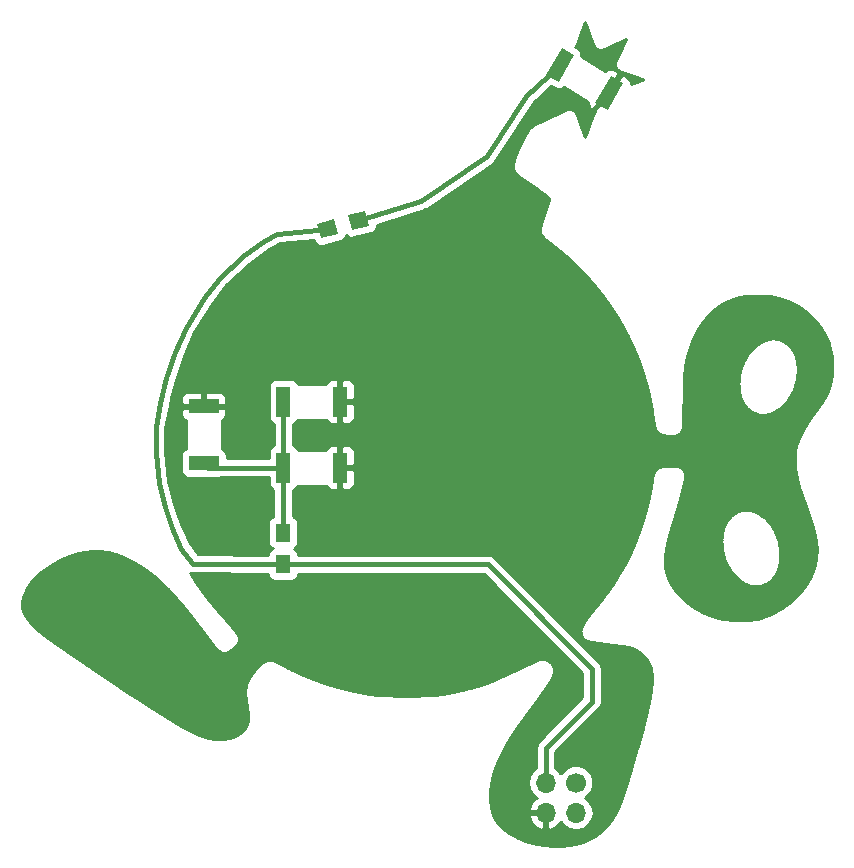
<source format=gbl>
G04 #@! TF.FileFunction,Copper,L2,Bot,Signal*
%FSLAX46Y46*%
G04 Gerber Fmt 4.6, Leading zero omitted, Abs format (unit mm)*
G04 Created by KiCad (PCBNEW 4.0.7) date 07/05/18 08:24:38*
%MOMM*%
%LPD*%
G01*
G04 APERTURE LIST*
%ADD10C,0.100000*%
%ADD11R,1.200000X2.600000*%
%ADD12R,2.600000X1.200000*%
%ADD13R,1.300000X1.500000*%
%ADD14C,1.700000*%
%ADD15O,1.700000X1.700000*%
%ADD16C,0.381000*%
%ADD17C,0.254000*%
G04 APERTURE END LIST*
D10*
D11*
X140449000Y-88646000D03*
X135649000Y-88646000D03*
X140449000Y-83058000D03*
X135649000Y-83058000D03*
D12*
X128905000Y-83452000D03*
X128905000Y-88252000D03*
D10*
G36*
X162071846Y-57778833D02*
X163371846Y-55527167D01*
X164411076Y-56127167D01*
X163111076Y-58378833D01*
X162071846Y-57778833D01*
X162071846Y-57778833D01*
G37*
G36*
X157914924Y-55378833D02*
X159214924Y-53127167D01*
X160254154Y-53727167D01*
X158954154Y-55978833D01*
X157914924Y-55378833D01*
X157914924Y-55378833D01*
G37*
D13*
X135636000Y-94154000D03*
X135636000Y-96854000D03*
D10*
G36*
X142576212Y-66900628D02*
X142912677Y-68156332D01*
X141463788Y-68544560D01*
X141127323Y-67288856D01*
X142576212Y-66900628D01*
X142576212Y-66900628D01*
G37*
G36*
X139968212Y-67599440D02*
X140304677Y-68855144D01*
X138855788Y-69243372D01*
X138519323Y-67987668D01*
X139968212Y-67599440D01*
X139968212Y-67599440D01*
G37*
D14*
X160401000Y-115316000D03*
D15*
X160401000Y-117856000D03*
X157861000Y-115316000D03*
X157861000Y-117856000D03*
D16*
X163241461Y-56953000D02*
X163241461Y-56976539D01*
X163241461Y-56976539D02*
X161798000Y-58420000D01*
X135636000Y-94154000D02*
X135636000Y-88659000D01*
X135636000Y-88659000D02*
X135649000Y-88646000D01*
X135649000Y-88646000D02*
X135649000Y-83058000D01*
X135649000Y-88646000D02*
X129299000Y-88646000D01*
X129299000Y-88646000D02*
X128905000Y-88252000D01*
X135683000Y-88680000D02*
X135649000Y-88646000D01*
X159084539Y-54553000D02*
X156210000Y-57150000D01*
X147320000Y-66040000D02*
X142020000Y-67722594D01*
X152908000Y-62230000D02*
X147320000Y-66040000D01*
X156210000Y-57150000D02*
X152908000Y-62230000D01*
X157861000Y-115316000D02*
X157861000Y-112395000D01*
X152988000Y-96854000D02*
X135636000Y-96854000D01*
X161798000Y-105664000D02*
X152988000Y-96854000D01*
X161798000Y-108458000D02*
X161798000Y-105664000D01*
X157861000Y-112395000D02*
X161798000Y-108458000D01*
X135636000Y-96854000D02*
X128016000Y-96774000D01*
X135128000Y-68834000D02*
X139412000Y-68421406D01*
X133985000Y-69469000D02*
X135128000Y-68834000D01*
X132207000Y-70739000D02*
X133985000Y-69469000D01*
X130175000Y-72644000D02*
X132207000Y-70739000D01*
X128905000Y-74295000D02*
X130175000Y-72644000D01*
X127381000Y-76835000D02*
X128905000Y-74295000D01*
X126492000Y-78867000D02*
X127381000Y-76835000D01*
X125730000Y-81026000D02*
X126492000Y-78867000D01*
X125222000Y-83185000D02*
X125730000Y-81026000D01*
X124841000Y-85217000D02*
X125222000Y-83185000D01*
X124841000Y-87376000D02*
X124841000Y-85217000D01*
X125095000Y-89916000D02*
X124841000Y-87376000D01*
X125603000Y-91948000D02*
X125095000Y-89916000D01*
X126238000Y-93726000D02*
X125603000Y-91948000D01*
X127000000Y-95504000D02*
X126238000Y-93726000D01*
X128016000Y-96774000D02*
X127000000Y-95504000D01*
D17*
G36*
X158630434Y-56539532D02*
X158856363Y-56618845D01*
X159113068Y-56606467D01*
X159344733Y-56495192D01*
X159433287Y-56394916D01*
X161446191Y-57666224D01*
X161425791Y-57821178D01*
X161491175Y-58065189D01*
X161644959Y-58265605D01*
X162026494Y-58485884D01*
X162056996Y-58477711D01*
X162045092Y-58493899D01*
X162019841Y-58512487D01*
X161966468Y-58600817D01*
X161905325Y-58683963D01*
X161897830Y-58714409D01*
X161881616Y-58741243D01*
X161872567Y-58766251D01*
X161872562Y-58766283D01*
X161872545Y-58766311D01*
X161863550Y-58791177D01*
X161863522Y-58791364D01*
X161863424Y-58791526D01*
X161854529Y-58816158D01*
X161854527Y-58816161D01*
X161845638Y-58840753D01*
X161845634Y-58840781D01*
X161845618Y-58840807D01*
X161836649Y-58865625D01*
X161836637Y-58865704D01*
X161836596Y-58865772D01*
X161827772Y-58890206D01*
X161818750Y-58915175D01*
X161809812Y-58939883D01*
X161800790Y-58964814D01*
X161800784Y-58964856D01*
X161800762Y-58964892D01*
X161791713Y-58989908D01*
X161791695Y-58990025D01*
X161791632Y-58990130D01*
X161782651Y-59014986D01*
X161773673Y-59039810D01*
X161764698Y-59064619D01*
X161755702Y-59089480D01*
X161755663Y-59089734D01*
X161755532Y-59089952D01*
X161746536Y-59114870D01*
X161737674Y-59139388D01*
X161737674Y-59139391D01*
X161728804Y-59163908D01*
X161728765Y-59164162D01*
X161728632Y-59164383D01*
X161719838Y-59188748D01*
X161710790Y-59213748D01*
X161710784Y-59213789D01*
X161710763Y-59213823D01*
X161701740Y-59238763D01*
X161701727Y-59238847D01*
X161701682Y-59238922D01*
X161692739Y-59263660D01*
X161692733Y-59263698D01*
X161692715Y-59263728D01*
X161683758Y-59288514D01*
X161683757Y-59288515D01*
X161674734Y-59313470D01*
X161674734Y-59313473D01*
X161665773Y-59338234D01*
X161665750Y-59338387D01*
X161665669Y-59338521D01*
X161656700Y-59363341D01*
X161656695Y-59363376D01*
X161656675Y-59363409D01*
X161647679Y-59388312D01*
X161647669Y-59388380D01*
X161647635Y-59388436D01*
X161638780Y-59412963D01*
X161638779Y-59412965D01*
X161629783Y-59437836D01*
X161629762Y-59437972D01*
X161629691Y-59438090D01*
X161620771Y-59462781D01*
X161611775Y-59487676D01*
X161611753Y-59487818D01*
X161611680Y-59487940D01*
X161602708Y-59512800D01*
X161593659Y-59537856D01*
X161593647Y-59537938D01*
X161593603Y-59538010D01*
X161584649Y-59562820D01*
X161584649Y-59562821D01*
X161575600Y-59587864D01*
X161575598Y-59587876D01*
X161575592Y-59587886D01*
X161566570Y-59612857D01*
X161557706Y-59637348D01*
X161557667Y-59637604D01*
X161557533Y-59637826D01*
X161548693Y-59662307D01*
X161539697Y-59687194D01*
X161539675Y-59687336D01*
X161539602Y-59687458D01*
X161530695Y-59712130D01*
X161530694Y-59712132D01*
X161521725Y-59736932D01*
X161521692Y-59737146D01*
X161521578Y-59737336D01*
X161512583Y-59762254D01*
X161512583Y-59762257D01*
X161503698Y-59786820D01*
X161503697Y-59786821D01*
X161494780Y-59811469D01*
X161494750Y-59811664D01*
X161494648Y-59811834D01*
X161485732Y-59836523D01*
X161485722Y-59836587D01*
X161485689Y-59836642D01*
X161476831Y-59861184D01*
X161468052Y-59885436D01*
X161468016Y-59885675D01*
X161467890Y-59885883D01*
X161459110Y-59910190D01*
X161450224Y-59934745D01*
X161441148Y-59959815D01*
X161441096Y-59960157D01*
X161440918Y-59960452D01*
X161431959Y-59985275D01*
X161431958Y-59985277D01*
X161423080Y-60009855D01*
X161414111Y-60034647D01*
X161414106Y-60034678D01*
X161414091Y-60034703D01*
X161405174Y-60059357D01*
X161405161Y-60059440D01*
X161405118Y-60059512D01*
X161396139Y-60084356D01*
X161387143Y-60109223D01*
X161387122Y-60109364D01*
X161387048Y-60109486D01*
X161378166Y-60134071D01*
X161369118Y-60159103D01*
X161369117Y-60159110D01*
X161369112Y-60159118D01*
X161360142Y-60183936D01*
X161360142Y-60183938D01*
X161351212Y-60208622D01*
X161351183Y-60208813D01*
X161351084Y-60208977D01*
X161342252Y-60233433D01*
X161333335Y-60258071D01*
X161333320Y-60258169D01*
X161333270Y-60258252D01*
X161324274Y-60283130D01*
X161315357Y-60307781D01*
X161315352Y-60307812D01*
X161315337Y-60307837D01*
X161306315Y-60332785D01*
X161306289Y-60332959D01*
X161306197Y-60333111D01*
X161297348Y-60357619D01*
X161297347Y-60357621D01*
X161288351Y-60382523D01*
X161279463Y-60407091D01*
X161279445Y-60407209D01*
X161279383Y-60407312D01*
X161270501Y-60431890D01*
X161261426Y-60456971D01*
X161261395Y-60457176D01*
X161261288Y-60457353D01*
X161252496Y-60481699D01*
X161243523Y-60506504D01*
X161243522Y-60506506D01*
X161234526Y-60531358D01*
X161234493Y-60531577D01*
X161234377Y-60531769D01*
X161225434Y-60556524D01*
X161225425Y-60556585D01*
X161225395Y-60556634D01*
X161216499Y-60581273D01*
X161216498Y-60581274D01*
X161207502Y-60606147D01*
X161207486Y-60606252D01*
X161207431Y-60606343D01*
X161198514Y-60631022D01*
X161189492Y-60655982D01*
X161189487Y-60656015D01*
X161189469Y-60656045D01*
X161186233Y-60665001D01*
X161183366Y-60657081D01*
X161174423Y-60632327D01*
X161174421Y-60632323D01*
X161165446Y-60607465D01*
X161165347Y-60607301D01*
X161165318Y-60607110D01*
X161156322Y-60582237D01*
X161147447Y-60557676D01*
X161147431Y-60557650D01*
X161147427Y-60557621D01*
X161138405Y-60532660D01*
X161129453Y-60507887D01*
X161129433Y-60507855D01*
X161129428Y-60507819D01*
X161120511Y-60483151D01*
X161120455Y-60483058D01*
X161120438Y-60482947D01*
X161111526Y-60458318D01*
X161102537Y-60433429D01*
X161102471Y-60433319D01*
X161102451Y-60433189D01*
X161093455Y-60408308D01*
X161084639Y-60383892D01*
X161084533Y-60383716D01*
X161084502Y-60383513D01*
X161075506Y-60358644D01*
X161075505Y-60358643D01*
X161066530Y-60333806D01*
X161057583Y-60309042D01*
X161048603Y-60284171D01*
X161048589Y-60284149D01*
X161048585Y-60284119D01*
X161039642Y-60259358D01*
X161039641Y-60259356D01*
X161039640Y-60259352D01*
X161030643Y-60234443D01*
X161030635Y-60234429D01*
X161030632Y-60234412D01*
X161021583Y-60209362D01*
X161021520Y-60209257D01*
X161021501Y-60209133D01*
X161012532Y-60184331D01*
X161012493Y-60184266D01*
X161012482Y-60184194D01*
X161003460Y-60159262D01*
X160994625Y-60134820D01*
X160994566Y-60134722D01*
X160994548Y-60134606D01*
X160985579Y-60109819D01*
X160985578Y-60109817D01*
X160976689Y-60085215D01*
X160976594Y-60085058D01*
X160976567Y-60084880D01*
X160967519Y-60059877D01*
X160967518Y-60059875D01*
X160958530Y-60035012D01*
X160958515Y-60034987D01*
X160958510Y-60034956D01*
X160949581Y-60010262D01*
X160940585Y-59985370D01*
X160931593Y-59960479D01*
X160931519Y-59960357D01*
X160931498Y-59960217D01*
X160922581Y-59935565D01*
X160922571Y-59935549D01*
X160922569Y-59935533D01*
X160913626Y-59910813D01*
X160913599Y-59910769D01*
X160913591Y-59910714D01*
X160904622Y-59885934D01*
X160904622Y-59885933D01*
X160895824Y-59861571D01*
X160895760Y-59861464D01*
X160895741Y-59861341D01*
X160886745Y-59836457D01*
X160886744Y-59836456D01*
X160877883Y-59811900D01*
X160877796Y-59811755D01*
X160877770Y-59811586D01*
X160868748Y-59786623D01*
X160868747Y-59786622D01*
X160859797Y-59761833D01*
X160859682Y-59761642D01*
X160859648Y-59761419D01*
X160850600Y-59736411D01*
X160850599Y-59736409D01*
X160841578Y-59711466D01*
X160832541Y-59686474D01*
X160832527Y-59686451D01*
X160832523Y-59686424D01*
X160823474Y-59661405D01*
X160823444Y-59661355D01*
X160823435Y-59661297D01*
X160814387Y-59636293D01*
X160814385Y-59636290D01*
X160805498Y-59611687D01*
X160805433Y-59611580D01*
X160805414Y-59611453D01*
X160796470Y-59586723D01*
X160796470Y-59586720D01*
X160787474Y-59561818D01*
X160787353Y-59561618D01*
X160787318Y-59561387D01*
X160778322Y-59536537D01*
X160769376Y-59511817D01*
X160760663Y-59487675D01*
X160760541Y-59487473D01*
X160760506Y-59487240D01*
X160751576Y-59462551D01*
X160742580Y-59437639D01*
X160742485Y-59437482D01*
X160742457Y-59437297D01*
X160733488Y-59412500D01*
X160724557Y-59387769D01*
X160724550Y-59387758D01*
X160724548Y-59387743D01*
X160715551Y-59362834D01*
X160715512Y-59362769D01*
X160715500Y-59362691D01*
X160706557Y-59337947D01*
X160706520Y-59337886D01*
X160706510Y-59337818D01*
X160697488Y-59312871D01*
X160697487Y-59312869D01*
X160688500Y-59287990D01*
X160688477Y-59287952D01*
X160688470Y-59287905D01*
X160679474Y-59263011D01*
X160679405Y-59262896D01*
X160679385Y-59262766D01*
X160670468Y-59238119D01*
X160661489Y-59213269D01*
X160661455Y-59213212D01*
X160661445Y-59213148D01*
X160652476Y-59188341D01*
X160652475Y-59188339D01*
X160643578Y-59163708D01*
X160643553Y-59163666D01*
X160643545Y-59163615D01*
X160634576Y-59138795D01*
X160634566Y-59138778D01*
X160634563Y-59138759D01*
X160625488Y-59113650D01*
X160625435Y-59113562D01*
X160625419Y-59113459D01*
X160616502Y-59088810D01*
X160607624Y-59064239D01*
X160607624Y-59064238D01*
X160598682Y-59039474D01*
X160589701Y-59014594D01*
X160589648Y-59014506D01*
X160589632Y-59014402D01*
X160580663Y-58989579D01*
X160580663Y-58989578D01*
X160571740Y-58964869D01*
X160571739Y-58964864D01*
X160562770Y-58940017D01*
X160562652Y-58939822D01*
X160562618Y-58939597D01*
X160553622Y-58914726D01*
X160553613Y-58914712D01*
X160553611Y-58914696D01*
X160544694Y-58890047D01*
X160544641Y-58889959D01*
X160544626Y-58889861D01*
X160535711Y-58865237D01*
X160535711Y-58865236D01*
X160526801Y-58840584D01*
X160526756Y-58840509D01*
X160526743Y-58840425D01*
X160517827Y-58815774D01*
X160517800Y-58815730D01*
X160517792Y-58815676D01*
X160508769Y-58790741D01*
X160508768Y-58790739D01*
X160499796Y-58765938D01*
X160499782Y-58765914D01*
X160499777Y-58765884D01*
X160490860Y-58741241D01*
X160474688Y-58714478D01*
X160467222Y-58684116D01*
X160406055Y-58600895D01*
X160352634Y-58512486D01*
X160327451Y-58493948D01*
X160308934Y-58468755D01*
X160220575Y-58415275D01*
X160137390Y-58354041D01*
X160107032Y-58346552D01*
X160080281Y-58330361D01*
X159978174Y-58314765D01*
X159877895Y-58290027D01*
X159846982Y-58294725D01*
X159816072Y-58290004D01*
X159715773Y-58314668D01*
X159613656Y-58330189D01*
X159586893Y-58346360D01*
X159556530Y-58353827D01*
X159532586Y-58365026D01*
X159532520Y-58365074D01*
X159532440Y-58365094D01*
X159508919Y-58376102D01*
X159508917Y-58376102D01*
X159485289Y-58387151D01*
X159485193Y-58387221D01*
X159485077Y-58387250D01*
X159461590Y-58398244D01*
X159461585Y-58398245D01*
X159437985Y-58409280D01*
X159437911Y-58409334D01*
X159437823Y-58409356D01*
X159413966Y-58420518D01*
X159413963Y-58420519D01*
X159390275Y-58431603D01*
X159390273Y-58431603D01*
X159366541Y-58442705D01*
X159366473Y-58442755D01*
X159366395Y-58442774D01*
X159342794Y-58453820D01*
X159342791Y-58453822D01*
X159319351Y-58464784D01*
X159319276Y-58464839D01*
X159319187Y-58464861D01*
X159295742Y-58475833D01*
X159295741Y-58475833D01*
X159272034Y-58486919D01*
X159272031Y-58486921D01*
X159272024Y-58486923D01*
X159248318Y-58498009D01*
X159248314Y-58498012D01*
X159224685Y-58509058D01*
X159224664Y-58509074D01*
X159224638Y-58509080D01*
X159200878Y-58520190D01*
X159200873Y-58520194D01*
X159200868Y-58520195D01*
X159176948Y-58531380D01*
X159176947Y-58531380D01*
X159152976Y-58542588D01*
X159152972Y-58542591D01*
X159152968Y-58542592D01*
X159129156Y-58553726D01*
X159129101Y-58553766D01*
X159129033Y-58553783D01*
X159105168Y-58564948D01*
X159105166Y-58564949D01*
X159081385Y-58576074D01*
X159081381Y-58576075D01*
X159057754Y-58587127D01*
X159057717Y-58587155D01*
X159057674Y-58587165D01*
X159033913Y-58598283D01*
X159033910Y-58598285D01*
X159010266Y-58609340D01*
X159010236Y-58609362D01*
X159010199Y-58609371D01*
X158986407Y-58620498D01*
X158986406Y-58620498D01*
X158962700Y-58631584D01*
X158962633Y-58631633D01*
X158962556Y-58631652D01*
X158938906Y-58642718D01*
X158915120Y-58653843D01*
X158915103Y-58653856D01*
X158915081Y-58653861D01*
X158891421Y-58664929D01*
X158891422Y-58664929D01*
X158867885Y-58675936D01*
X158844125Y-58687043D01*
X158844067Y-58687086D01*
X158843996Y-58687103D01*
X158820156Y-58698253D01*
X158820151Y-58698257D01*
X158796345Y-58709387D01*
X158796326Y-58709401D01*
X158796302Y-58709407D01*
X158772464Y-58720555D01*
X158772461Y-58720556D01*
X158748596Y-58731714D01*
X158748578Y-58731727D01*
X158748554Y-58731733D01*
X158724769Y-58742856D01*
X158724713Y-58742897D01*
X158724645Y-58742914D01*
X158700991Y-58753981D01*
X158700989Y-58753983D01*
X158677259Y-58765082D01*
X158653579Y-58776155D01*
X158653494Y-58776218D01*
X158653391Y-58776243D01*
X158629578Y-58787387D01*
X158606201Y-58798318D01*
X158606137Y-58798365D01*
X158606059Y-58798384D01*
X158582449Y-58809431D01*
X158582447Y-58809431D01*
X158558715Y-58820533D01*
X158558702Y-58820543D01*
X158558688Y-58820546D01*
X158534903Y-58831673D01*
X158534860Y-58831704D01*
X158534809Y-58831717D01*
X158510996Y-58842862D01*
X158510993Y-58842864D01*
X158487332Y-58853929D01*
X158487330Y-58853931D01*
X158463544Y-58865053D01*
X158463543Y-58865053D01*
X158439731Y-58876187D01*
X158439709Y-58876203D01*
X158439682Y-58876210D01*
X158415922Y-58887322D01*
X158415890Y-58887346D01*
X158415848Y-58887356D01*
X158392277Y-58898383D01*
X158368676Y-58909419D01*
X158368612Y-58909466D01*
X158368535Y-58909485D01*
X158344592Y-58920688D01*
X158344590Y-58920690D01*
X158320921Y-58931756D01*
X158320835Y-58931819D01*
X158320730Y-58931845D01*
X158297097Y-58942903D01*
X158297095Y-58942904D01*
X158273634Y-58953880D01*
X158249794Y-58965030D01*
X158249790Y-58965033D01*
X158226195Y-58976067D01*
X158226196Y-58976067D01*
X158202270Y-58987255D01*
X158202269Y-58987255D01*
X158178536Y-58998352D01*
X158178512Y-58998370D01*
X158178482Y-58998377D01*
X158154484Y-59009601D01*
X158154406Y-59009658D01*
X158154313Y-59009681D01*
X158130645Y-59020758D01*
X158106647Y-59031986D01*
X158106646Y-59031987D01*
X158083075Y-59043008D01*
X158083073Y-59043009D01*
X158059119Y-59054209D01*
X158059090Y-59054230D01*
X158059051Y-59054240D01*
X158035398Y-59065302D01*
X158035355Y-59065334D01*
X158035305Y-59065346D01*
X158011438Y-59076512D01*
X158011424Y-59076522D01*
X158011408Y-59076526D01*
X157988019Y-59087470D01*
X157988020Y-59087470D01*
X157964287Y-59098569D01*
X157964229Y-59098612D01*
X157964159Y-59098629D01*
X157940240Y-59109821D01*
X157940238Y-59109823D01*
X157916765Y-59120802D01*
X157916716Y-59120838D01*
X157916656Y-59120853D01*
X157893121Y-59131867D01*
X157869230Y-59143040D01*
X157869214Y-59143052D01*
X157869192Y-59143057D01*
X157845432Y-59154170D01*
X157845360Y-59154223D01*
X157845274Y-59154244D01*
X157821884Y-59165191D01*
X157821885Y-59165191D01*
X157798152Y-59176289D01*
X157798153Y-59176289D01*
X157774260Y-59187460D01*
X157774178Y-59187520D01*
X157774081Y-59187544D01*
X157750083Y-59198772D01*
X157750062Y-59198788D01*
X157750040Y-59198793D01*
X157726379Y-59209866D01*
X157726376Y-59209867D01*
X157702748Y-59220918D01*
X157702683Y-59220965D01*
X157702608Y-59220984D01*
X157678913Y-59232073D01*
X157678912Y-59232073D01*
X157655125Y-59243204D01*
X157655122Y-59243206D01*
X157631311Y-59254346D01*
X157631294Y-59254359D01*
X157631276Y-59254363D01*
X157607397Y-59265537D01*
X157607396Y-59265537D01*
X157583425Y-59276752D01*
X157583420Y-59276756D01*
X157583415Y-59276757D01*
X157559713Y-59287846D01*
X157559710Y-59287847D01*
X157535978Y-59298951D01*
X157535977Y-59298952D01*
X157512360Y-59309995D01*
X157512355Y-59309998D01*
X157512349Y-59310000D01*
X157488591Y-59321110D01*
X157488552Y-59321138D01*
X157488501Y-59321151D01*
X157464769Y-59332253D01*
X157464738Y-59332276D01*
X157464704Y-59332284D01*
X157440706Y-59343512D01*
X157416913Y-59354637D01*
X157416846Y-59354686D01*
X157416765Y-59354706D01*
X157392873Y-59365884D01*
X157392863Y-59365892D01*
X157392853Y-59365894D01*
X157369039Y-59377036D01*
X157368989Y-59377073D01*
X157368931Y-59377087D01*
X157345373Y-59388115D01*
X157345372Y-59388115D01*
X157321780Y-59399152D01*
X157321779Y-59399152D01*
X157298038Y-59410258D01*
X157298036Y-59410259D01*
X157274166Y-59421426D01*
X157274165Y-59421426D01*
X157250515Y-59432488D01*
X157250510Y-59432489D01*
X157226725Y-59443612D01*
X157226663Y-59443658D01*
X157226589Y-59443676D01*
X157202775Y-59454818D01*
X157179422Y-59465736D01*
X157179396Y-59465755D01*
X157179363Y-59465763D01*
X157155610Y-59476871D01*
X157131639Y-59488079D01*
X157131591Y-59488115D01*
X157131536Y-59488128D01*
X157108119Y-59499081D01*
X157108116Y-59499082D01*
X157084489Y-59510129D01*
X157084420Y-59510180D01*
X157084334Y-59510201D01*
X157060785Y-59521218D01*
X157060784Y-59521218D01*
X157037029Y-59532329D01*
X157037028Y-59532329D01*
X157013299Y-59543427D01*
X157013300Y-59543427D01*
X156989382Y-59554611D01*
X156989305Y-59554667D01*
X156989213Y-59554690D01*
X156965374Y-59565845D01*
X156941554Y-59576983D01*
X156941466Y-59577048D01*
X156941359Y-59577074D01*
X156917572Y-59588205D01*
X156917568Y-59588208D01*
X156893890Y-59599280D01*
X156893889Y-59599280D01*
X156870156Y-59610374D01*
X156870041Y-59610458D01*
X156869904Y-59610492D01*
X156846403Y-59621489D01*
X156846400Y-59621490D01*
X156822800Y-59632529D01*
X156822788Y-59632538D01*
X156822775Y-59632541D01*
X156798936Y-59643693D01*
X156776593Y-59660118D01*
X156750286Y-59668871D01*
X156669606Y-59738767D01*
X156583589Y-59802000D01*
X156569234Y-59825723D01*
X156548277Y-59843878D01*
X156535815Y-59859916D01*
X156535198Y-59861149D01*
X156534161Y-59862054D01*
X156521831Y-59878053D01*
X156515335Y-59891157D01*
X156504731Y-59901233D01*
X156489571Y-59922715D01*
X156488905Y-59924215D01*
X156487721Y-59925350D01*
X156472507Y-59947125D01*
X156471808Y-59948718D01*
X156470557Y-59949930D01*
X156455661Y-59971478D01*
X156454966Y-59973084D01*
X156453716Y-59974307D01*
X156438874Y-59996009D01*
X156438195Y-59997599D01*
X156436965Y-59998815D01*
X156422307Y-60020477D01*
X156421621Y-60022106D01*
X156420372Y-60023353D01*
X156405635Y-60045371D01*
X156405120Y-60046613D01*
X156404171Y-60047567D01*
X156389672Y-60069411D01*
X156389094Y-60070819D01*
X156388025Y-60071904D01*
X156373605Y-60093836D01*
X156373045Y-60095216D01*
X156372004Y-60096282D01*
X156357663Y-60118298D01*
X156357092Y-60119723D01*
X156356024Y-60120826D01*
X156341896Y-60142725D01*
X156341503Y-60143718D01*
X156340765Y-60144485D01*
X156326504Y-60166738D01*
X156325894Y-60168295D01*
X156324742Y-60169503D01*
X156310639Y-60191743D01*
X156310199Y-60192882D01*
X156309362Y-60193766D01*
X156295233Y-60216220D01*
X156294768Y-60217436D01*
X156293877Y-60218384D01*
X156279907Y-60240771D01*
X156279527Y-60241776D01*
X156278795Y-60242560D01*
X156264931Y-60264930D01*
X156264524Y-60266016D01*
X156263735Y-60266867D01*
X156249898Y-60289359D01*
X156249453Y-60290560D01*
X156248586Y-60291501D01*
X156234906Y-60313922D01*
X156234527Y-60314956D01*
X156233783Y-60315769D01*
X156220104Y-60338349D01*
X156219768Y-60339275D01*
X156219107Y-60340001D01*
X156205506Y-60362595D01*
X156205114Y-60363683D01*
X156204339Y-60364541D01*
X156190925Y-60386993D01*
X156190531Y-60388098D01*
X156189747Y-60388972D01*
X156176306Y-60411642D01*
X156175933Y-60412701D01*
X156175188Y-60413536D01*
X156161773Y-60436327D01*
X156161423Y-60437330D01*
X156160721Y-60438122D01*
X156147386Y-60460937D01*
X156147066Y-60461865D01*
X156146414Y-60462604D01*
X156133211Y-60485341D01*
X156132958Y-60486081D01*
X156132440Y-60486671D01*
X156119237Y-60509526D01*
X156118838Y-60510699D01*
X156118023Y-60511635D01*
X156104900Y-60534538D01*
X156104680Y-60535194D01*
X156104227Y-60535716D01*
X156091183Y-60558586D01*
X156090830Y-60559645D01*
X156090101Y-60560490D01*
X156077216Y-60583250D01*
X156076980Y-60583967D01*
X156076489Y-60584538D01*
X156063577Y-60607461D01*
X156063238Y-60608496D01*
X156062531Y-60609325D01*
X156049645Y-60632369D01*
X156049423Y-60633054D01*
X156048959Y-60633600D01*
X156036100Y-60656708D01*
X156035784Y-60657690D01*
X156035117Y-60658480D01*
X156022338Y-60681605D01*
X156022040Y-60682539D01*
X156021409Y-60683291D01*
X156008735Y-60706379D01*
X156008448Y-60707287D01*
X156007840Y-60708016D01*
X155995299Y-60731010D01*
X155995125Y-60731568D01*
X155994750Y-60732018D01*
X155982103Y-60755298D01*
X155981800Y-60756272D01*
X155981151Y-60757057D01*
X155968689Y-60780158D01*
X155968466Y-60780882D01*
X155967986Y-60781465D01*
X155955471Y-60804785D01*
X155955250Y-60805511D01*
X155954768Y-60806098D01*
X155942466Y-60829142D01*
X155942190Y-60830052D01*
X155941588Y-60830791D01*
X155929285Y-60853988D01*
X155929066Y-60854720D01*
X155928585Y-60855312D01*
X155916282Y-60878631D01*
X155916018Y-60879520D01*
X155915437Y-60880239D01*
X155903160Y-60903660D01*
X155902943Y-60904396D01*
X155902462Y-60904995D01*
X155890212Y-60928490D01*
X155889958Y-60929359D01*
X155889393Y-60930066D01*
X155877196Y-60953608D01*
X155876990Y-60954319D01*
X155876528Y-60954900D01*
X155864383Y-60978464D01*
X155864216Y-60979044D01*
X155863843Y-60979515D01*
X155851751Y-61003074D01*
X155851474Y-61004044D01*
X155850853Y-61004832D01*
X155838867Y-61028353D01*
X155838713Y-61028898D01*
X155838363Y-61029344D01*
X155826457Y-61052801D01*
X155826184Y-61053774D01*
X155825564Y-61054568D01*
X155813790Y-61077933D01*
X155813587Y-61078664D01*
X155813120Y-61079265D01*
X155801319Y-61102811D01*
X155801134Y-61103483D01*
X155800707Y-61104035D01*
X155788881Y-61127749D01*
X155788718Y-61128348D01*
X155788339Y-61128839D01*
X155776644Y-61152394D01*
X155776441Y-61153143D01*
X155775969Y-61153758D01*
X155764274Y-61177446D01*
X155764010Y-61178431D01*
X155763392Y-61179240D01*
X155751724Y-61203047D01*
X155751501Y-61203887D01*
X155750974Y-61204581D01*
X155739492Y-61228160D01*
X155739374Y-61228610D01*
X155739093Y-61228981D01*
X155727610Y-61252639D01*
X155727354Y-61253620D01*
X155726744Y-61254430D01*
X155715314Y-61278156D01*
X155715161Y-61278750D01*
X155714791Y-61279243D01*
X155703388Y-61303019D01*
X155703183Y-61303820D01*
X155702688Y-61304483D01*
X155691337Y-61328295D01*
X155691143Y-61329060D01*
X155690674Y-61329691D01*
X155679377Y-61353527D01*
X155679144Y-61354453D01*
X155678575Y-61355224D01*
X155667356Y-61379065D01*
X155667209Y-61379657D01*
X155666849Y-61380146D01*
X155655684Y-61403980D01*
X155655489Y-61404770D01*
X155655006Y-61405430D01*
X155643921Y-61429240D01*
X155643699Y-61430150D01*
X155643147Y-61430908D01*
X155631981Y-61455059D01*
X155631791Y-61455847D01*
X155631316Y-61456502D01*
X155620416Y-61480222D01*
X155620305Y-61480688D01*
X155620022Y-61481079D01*
X155609015Y-61505119D01*
X155608743Y-61506267D01*
X155608056Y-61507224D01*
X155597182Y-61531187D01*
X155597079Y-61531629D01*
X155596816Y-61531996D01*
X155586021Y-61555866D01*
X155585798Y-61556827D01*
X155585225Y-61557632D01*
X155574377Y-61581802D01*
X155574162Y-61582739D01*
X155573607Y-61583524D01*
X155562891Y-61607577D01*
X155562763Y-61608140D01*
X155562433Y-61608609D01*
X155551823Y-61632529D01*
X155551569Y-61633660D01*
X155550904Y-61634610D01*
X155540268Y-61658805D01*
X155540101Y-61659561D01*
X155539660Y-61660194D01*
X155529156Y-61684234D01*
X155529001Y-61684943D01*
X155528586Y-61685541D01*
X155518029Y-61709840D01*
X155517819Y-61710809D01*
X155517258Y-61711623D01*
X155506860Y-61735743D01*
X155506664Y-61736662D01*
X155506131Y-61737439D01*
X155495706Y-61761802D01*
X155495522Y-61762673D01*
X155495022Y-61763407D01*
X155484757Y-61787566D01*
X155484588Y-61788379D01*
X155484121Y-61789067D01*
X155473828Y-61813453D01*
X155473607Y-61814528D01*
X155472994Y-61815438D01*
X155462887Y-61839595D01*
X155462739Y-61840327D01*
X155462325Y-61840944D01*
X155452192Y-61865309D01*
X155451990Y-61866319D01*
X155451417Y-61867179D01*
X155441283Y-61891751D01*
X155441101Y-61892676D01*
X155440580Y-61893462D01*
X155430632Y-61917769D01*
X155430394Y-61918994D01*
X155429708Y-61920038D01*
X155419786Y-61944531D01*
X155419620Y-61945399D01*
X155419138Y-61946137D01*
X155409216Y-61970808D01*
X155409008Y-61971912D01*
X155408397Y-61972854D01*
X155398687Y-61997225D01*
X155398487Y-61998305D01*
X155397892Y-61999229D01*
X155388208Y-62023759D01*
X155388017Y-62024813D01*
X155387440Y-62025714D01*
X155377783Y-62050398D01*
X155377553Y-62051688D01*
X155376849Y-62052797D01*
X155367430Y-62077141D01*
X155367267Y-62078076D01*
X155366762Y-62078876D01*
X155357369Y-62103350D01*
X155357160Y-62104568D01*
X155356503Y-62105617D01*
X155347163Y-62130213D01*
X155346911Y-62131712D01*
X155346110Y-62133004D01*
X155336850Y-62157713D01*
X155336671Y-62158808D01*
X155336089Y-62159753D01*
X155326881Y-62184564D01*
X155326657Y-62185960D01*
X155325922Y-62187165D01*
X155316794Y-62212068D01*
X155316588Y-62213384D01*
X155315899Y-62214524D01*
X155306850Y-62239505D01*
X155306607Y-62241100D01*
X155305780Y-62242482D01*
X155296837Y-62267532D01*
X155296609Y-62269076D01*
X155295814Y-62270418D01*
X155286977Y-62295525D01*
X155286766Y-62296998D01*
X155286012Y-62298284D01*
X155277281Y-62323433D01*
X155277040Y-62325167D01*
X155276161Y-62326684D01*
X155267562Y-62351859D01*
X155267337Y-62353544D01*
X155266491Y-62355019D01*
X155258024Y-62380208D01*
X155257815Y-62381830D01*
X155257010Y-62383250D01*
X155248676Y-62408433D01*
X155248443Y-62410310D01*
X155247519Y-62411961D01*
X155239343Y-62437123D01*
X155239086Y-62439295D01*
X155238030Y-62441208D01*
X155230040Y-62466332D01*
X155229805Y-62468432D01*
X155228794Y-62470290D01*
X155220989Y-62495357D01*
X155220774Y-62497388D01*
X155219809Y-62499187D01*
X155212189Y-62524174D01*
X155211940Y-62526666D01*
X155210773Y-62528879D01*
X155203232Y-62554258D01*
X155202997Y-62556795D01*
X155201823Y-62559061D01*
X155194521Y-62584311D01*
X155194277Y-62587173D01*
X155192978Y-62589732D01*
X155185807Y-62615315D01*
X155185598Y-62618030D01*
X155184384Y-62620468D01*
X155177479Y-62645863D01*
X155177256Y-62649084D01*
X155175843Y-62651990D01*
X155169122Y-62677644D01*
X155168908Y-62681207D01*
X155167381Y-62684432D01*
X155161005Y-62709826D01*
X155160825Y-62713444D01*
X155159309Y-62716733D01*
X155153171Y-62742299D01*
X155152997Y-62746738D01*
X155151189Y-62750794D01*
X155145368Y-62776476D01*
X155145246Y-62781064D01*
X155143434Y-62785279D01*
X155137957Y-62811009D01*
X155137889Y-62816114D01*
X155135940Y-62820835D01*
X155130860Y-62846544D01*
X155130868Y-62852526D01*
X155128682Y-62858090D01*
X155123999Y-62884131D01*
X155124121Y-62890749D01*
X155121818Y-62896956D01*
X155117611Y-62923202D01*
X155117911Y-62931216D01*
X155115295Y-62938797D01*
X155111697Y-62965105D01*
X155112270Y-62974584D01*
X155109419Y-62983641D01*
X155106561Y-63009839D01*
X155107423Y-63019643D01*
X155104733Y-63029113D01*
X155102616Y-63055389D01*
X155104241Y-63069341D01*
X155100953Y-63082992D01*
X155099895Y-63109413D01*
X155103138Y-63129990D01*
X155099483Y-63150497D01*
X155100012Y-63176988D01*
X155105255Y-63200846D01*
X155102671Y-63225137D01*
X155105053Y-63251421D01*
X155114372Y-63283026D01*
X155114016Y-63315974D01*
X155118857Y-63341763D01*
X155138824Y-63391479D01*
X155146549Y-63444495D01*
X155155016Y-63468352D01*
X155178255Y-63507352D01*
X155190636Y-63551030D01*
X155202357Y-63573959D01*
X155221200Y-63597797D01*
X155232016Y-63626193D01*
X155245774Y-63648123D01*
X155260518Y-63663741D01*
X155269389Y-63683301D01*
X155284180Y-63703926D01*
X155296309Y-63715278D01*
X155303886Y-63730063D01*
X155319575Y-63749869D01*
X155330015Y-63758744D01*
X155336739Y-63770681D01*
X155353540Y-63790256D01*
X155362635Y-63797389D01*
X155368638Y-63807266D01*
X155386048Y-63826237D01*
X155394132Y-63832155D01*
X155399578Y-63840560D01*
X155417490Y-63858986D01*
X155425004Y-63864162D01*
X155430165Y-63871687D01*
X155448554Y-63889637D01*
X155455313Y-63894036D01*
X155460025Y-63900577D01*
X155478652Y-63917936D01*
X155485293Y-63922043D01*
X155490000Y-63928277D01*
X155509129Y-63945318D01*
X155515308Y-63948950D01*
X155519744Y-63954581D01*
X155539244Y-63971248D01*
X155545242Y-63974610D01*
X155549601Y-63979924D01*
X155569444Y-63996217D01*
X155575308Y-63999353D01*
X155579625Y-64004416D01*
X155599867Y-64020399D01*
X155605751Y-64023403D01*
X155610135Y-64028351D01*
X155630534Y-64043839D01*
X155636388Y-64046689D01*
X155640794Y-64051479D01*
X155661511Y-64066608D01*
X155667466Y-64069371D01*
X155672003Y-64074120D01*
X155692853Y-64088752D01*
X155698821Y-64091385D01*
X155703416Y-64096019D01*
X155724663Y-64110343D01*
X155730782Y-64112907D01*
X155735541Y-64117527D01*
X155757051Y-64131441D01*
X155763440Y-64133977D01*
X155768468Y-64138668D01*
X155790111Y-64152070D01*
X155796851Y-64154592D01*
X155802214Y-64159393D01*
X155824413Y-64172513D01*
X155826537Y-64173258D01*
X155828224Y-64174749D01*
X155848655Y-64186647D01*
X155866698Y-64197347D01*
X155885831Y-64208859D01*
X155905369Y-64220766D01*
X155925131Y-64232948D01*
X155945079Y-64245358D01*
X155964901Y-64257805D01*
X155985134Y-64270608D01*
X156005851Y-64283802D01*
X156026000Y-64296715D01*
X156046356Y-64309849D01*
X156067138Y-64323333D01*
X156087326Y-64336500D01*
X156108420Y-64350310D01*
X156129191Y-64363986D01*
X156150114Y-64377805D01*
X156170976Y-64391657D01*
X156192072Y-64405711D01*
X156212519Y-64419369D01*
X156233074Y-64433162D01*
X156254266Y-64447428D01*
X156275999Y-64462099D01*
X156296326Y-64475868D01*
X156317795Y-64490455D01*
X156338621Y-64504641D01*
X156359564Y-64518941D01*
X156380680Y-64533399D01*
X156401309Y-64547561D01*
X156401310Y-64547562D01*
X156422629Y-64562230D01*
X156443642Y-64576719D01*
X156464715Y-64591292D01*
X156486010Y-64606039D01*
X156506654Y-64620360D01*
X156527549Y-64634899D01*
X156527550Y-64634900D01*
X156548605Y-64649581D01*
X156548606Y-64649582D01*
X156570086Y-64664592D01*
X156591291Y-64679425D01*
X156611825Y-64693819D01*
X156633217Y-64708843D01*
X156654244Y-64723639D01*
X156675098Y-64738339D01*
X156695869Y-64753020D01*
X156716445Y-64767582D01*
X156737476Y-64782486D01*
X156758541Y-64797458D01*
X156779594Y-64812431D01*
X156800387Y-64827242D01*
X156821231Y-64842127D01*
X156842494Y-64857339D01*
X156862985Y-64872029D01*
X156884224Y-64887263D01*
X156904822Y-64902077D01*
X156926094Y-64917391D01*
X156926096Y-64917392D01*
X156946405Y-64932035D01*
X156946408Y-64932038D01*
X156967319Y-64947146D01*
X156988029Y-64962128D01*
X157009196Y-64977472D01*
X157029646Y-64992331D01*
X157029648Y-64992332D01*
X157050917Y-65007795D01*
X157071319Y-65022667D01*
X157071320Y-65022668D01*
X157091941Y-65037709D01*
X157112635Y-65052838D01*
X157112636Y-65052839D01*
X157133592Y-65068183D01*
X157154319Y-65083382D01*
X157174991Y-65098569D01*
X157195729Y-65113827D01*
X157216843Y-65129395D01*
X157237340Y-65144528D01*
X157258042Y-65159841D01*
X157278254Y-65174815D01*
X157299117Y-65190306D01*
X157299118Y-65190307D01*
X157319101Y-65205170D01*
X157340161Y-65220860D01*
X157340163Y-65220861D01*
X157361038Y-65236435D01*
X157381049Y-65251390D01*
X157401735Y-65266880D01*
X157401736Y-65266881D01*
X157422585Y-65282520D01*
X157442288Y-65297335D01*
X157462988Y-65312938D01*
X157483638Y-65328528D01*
X157503624Y-65343659D01*
X157524302Y-65359333D01*
X157544342Y-65374561D01*
X157565112Y-65390378D01*
X157584664Y-65405308D01*
X157605046Y-65420906D01*
X157626054Y-65437017D01*
X157626057Y-65437018D01*
X157645750Y-65452148D01*
X157665762Y-65467563D01*
X157685972Y-65483184D01*
X157705999Y-65498688D01*
X157726115Y-65514324D01*
X157745976Y-65529797D01*
X157765856Y-65545329D01*
X157786139Y-65561220D01*
X157805618Y-65576532D01*
X157825487Y-65592196D01*
X157845445Y-65607988D01*
X157864995Y-65623528D01*
X157884298Y-65638932D01*
X157903646Y-65654422D01*
X157923169Y-65670114D01*
X157941862Y-65685223D01*
X157961052Y-65700806D01*
X157980088Y-65716330D01*
X157997987Y-65731037D01*
X158015100Y-65745266D01*
X158032240Y-65759656D01*
X158049200Y-65774061D01*
X158065902Y-65788421D01*
X158082245Y-65802651D01*
X158098686Y-65817142D01*
X158114518Y-65831287D01*
X158130178Y-65845484D01*
X158145742Y-65859804D01*
X158160754Y-65873835D01*
X158167467Y-65880219D01*
X158165297Y-65887666D01*
X158158390Y-65911110D01*
X158151077Y-65935748D01*
X158143919Y-65959698D01*
X158136657Y-65983826D01*
X158129246Y-66008267D01*
X158121877Y-66032424D01*
X158114448Y-66056633D01*
X158106665Y-66081908D01*
X158099259Y-66105844D01*
X158091852Y-66129666D01*
X158084041Y-66154607D01*
X158076453Y-66178771D01*
X158068694Y-66203419D01*
X158061051Y-66227597D01*
X158053034Y-66252841D01*
X158045303Y-66277105D01*
X158037601Y-66301148D01*
X158037600Y-66301150D01*
X158029450Y-66326527D01*
X158021534Y-66351092D01*
X158013637Y-66375526D01*
X158005877Y-66399494D01*
X158005877Y-66399495D01*
X157997770Y-66424445D01*
X157990046Y-66448096D01*
X157990046Y-66448097D01*
X157981878Y-66473060D01*
X157973788Y-66497749D01*
X157965813Y-66521998D01*
X157957505Y-66547155D01*
X157949483Y-66571384D01*
X157941326Y-66595994D01*
X157933118Y-66620641D01*
X157924988Y-66645045D01*
X157916522Y-66670398D01*
X157908487Y-66694400D01*
X157908486Y-66694401D01*
X157900098Y-66719396D01*
X157900098Y-66719399D01*
X157892136Y-66743054D01*
X157892136Y-66743055D01*
X157883696Y-66768034D01*
X157875523Y-66792182D01*
X157867223Y-66816649D01*
X157859074Y-66840593D01*
X157850565Y-66865516D01*
X157850563Y-66865519D01*
X157841990Y-66890596D01*
X157833733Y-66914700D01*
X157825287Y-66939286D01*
X157816903Y-66963632D01*
X157816850Y-66964022D01*
X157816650Y-66964366D01*
X157808184Y-66989041D01*
X157808150Y-66989295D01*
X157808021Y-66989517D01*
X157799501Y-67014409D01*
X157799477Y-67014585D01*
X157799389Y-67014737D01*
X157790975Y-67039361D01*
X157790968Y-67039410D01*
X157790943Y-67039454D01*
X157782397Y-67064474D01*
X157782358Y-67064763D01*
X157782213Y-67065014D01*
X157773773Y-67089792D01*
X157773744Y-67090009D01*
X157773635Y-67090198D01*
X157765195Y-67115027D01*
X157765167Y-67115238D01*
X157765060Y-67115424D01*
X157756620Y-67140303D01*
X157756595Y-67140491D01*
X157756502Y-67140653D01*
X157748061Y-67165578D01*
X157748020Y-67165891D01*
X157747864Y-67166162D01*
X157739504Y-67190921D01*
X157739493Y-67191008D01*
X157739448Y-67191086D01*
X157730981Y-67216185D01*
X157730969Y-67216276D01*
X157730922Y-67216358D01*
X157722482Y-67241398D01*
X157722435Y-67241762D01*
X157722253Y-67242079D01*
X157713892Y-67266972D01*
X157713873Y-67267123D01*
X157713797Y-67267255D01*
X157705383Y-67292341D01*
X157705362Y-67292506D01*
X157705279Y-67292651D01*
X157697024Y-67317302D01*
X157696961Y-67317799D01*
X157696712Y-67318235D01*
X157688484Y-67342923D01*
X157688475Y-67342993D01*
X157688440Y-67343055D01*
X157680132Y-67368000D01*
X157680115Y-67368137D01*
X157680047Y-67368256D01*
X157671712Y-67393315D01*
X157671690Y-67393493D01*
X157671600Y-67393651D01*
X157663292Y-67418672D01*
X157663265Y-67418885D01*
X157663160Y-67419071D01*
X157654932Y-67443902D01*
X157654893Y-67444215D01*
X157654738Y-67444489D01*
X157646483Y-67469477D01*
X157646456Y-67469700D01*
X157646345Y-67469895D01*
X157638090Y-67494937D01*
X157638031Y-67495417D01*
X157637792Y-67495841D01*
X157629591Y-67520839D01*
X157629586Y-67520882D01*
X157629564Y-67520921D01*
X157621415Y-67545768D01*
X157621376Y-67546089D01*
X157621216Y-67546374D01*
X157612987Y-67571544D01*
X157612946Y-67571882D01*
X157612781Y-67572177D01*
X157604685Y-67597022D01*
X157604676Y-67597097D01*
X157604639Y-67597163D01*
X157596490Y-67622189D01*
X157596426Y-67622727D01*
X157596160Y-67623203D01*
X157588010Y-67648365D01*
X157587983Y-67648592D01*
X157587873Y-67648790D01*
X157579724Y-67674005D01*
X157579673Y-67674445D01*
X157579457Y-67674833D01*
X157571335Y-67700074D01*
X157571323Y-67700177D01*
X157571272Y-67700269D01*
X157563175Y-67725457D01*
X157563147Y-67725703D01*
X157563027Y-67725919D01*
X157554984Y-67751001D01*
X157554956Y-67751250D01*
X157554834Y-67751469D01*
X157546870Y-67776366D01*
X157546809Y-67776902D01*
X157546549Y-67777373D01*
X157538585Y-67802403D01*
X157538550Y-67802719D01*
X157538397Y-67802996D01*
X157530433Y-67828105D01*
X157530372Y-67828655D01*
X157530106Y-67829139D01*
X157522169Y-67854301D01*
X157522145Y-67854518D01*
X157522038Y-67854714D01*
X157514127Y-67879849D01*
X157514078Y-67880300D01*
X157513862Y-67880695D01*
X157506003Y-67905777D01*
X157505949Y-67906276D01*
X157505709Y-67906717D01*
X157497932Y-67931666D01*
X157497881Y-67932145D01*
X157497651Y-67932569D01*
X157489845Y-67957731D01*
X157489768Y-67958461D01*
X157489419Y-67959108D01*
X157481614Y-67984454D01*
X157481559Y-67984993D01*
X157481304Y-67985466D01*
X157473630Y-68010523D01*
X157473585Y-68010971D01*
X157473373Y-68011366D01*
X157465727Y-68036448D01*
X157465637Y-68037347D01*
X157465213Y-68038143D01*
X157457646Y-68063200D01*
X157457581Y-68063864D01*
X157457269Y-68064453D01*
X157449675Y-68089772D01*
X157449559Y-68090988D01*
X157448990Y-68092070D01*
X157441555Y-68117180D01*
X157441474Y-68118064D01*
X157441061Y-68118854D01*
X157433680Y-68144016D01*
X157433566Y-68145294D01*
X157432976Y-68146433D01*
X157425726Y-68171489D01*
X157425605Y-68172902D01*
X157424958Y-68174164D01*
X157417788Y-68199326D01*
X157417632Y-68201240D01*
X157416766Y-68202952D01*
X157409701Y-68228273D01*
X157409518Y-68230679D01*
X157408442Y-68232843D01*
X157401617Y-68257978D01*
X157401403Y-68261085D01*
X157400039Y-68263890D01*
X157393398Y-68289238D01*
X157393097Y-68294255D01*
X157390965Y-68298805D01*
X157384615Y-68324549D01*
X157384203Y-68333602D01*
X157380573Y-68341905D01*
X157374964Y-68367490D01*
X157374432Y-68394842D01*
X157365482Y-68420696D01*
X157361910Y-68446625D01*
X157363087Y-68466400D01*
X157357685Y-68485457D01*
X157370530Y-68595237D01*
X157369762Y-68634713D01*
X157373569Y-68644434D01*
X157372492Y-68675165D01*
X157376086Y-68684781D01*
X157377791Y-68713426D01*
X157386445Y-68731243D01*
X157388747Y-68750919D01*
X157396843Y-68775949D01*
X157437129Y-68848109D01*
X157466062Y-68925524D01*
X157479926Y-68947935D01*
X157500547Y-68970054D01*
X157513560Y-68997343D01*
X157529302Y-69018430D01*
X157542028Y-69029890D01*
X157550150Y-69044965D01*
X157566766Y-69065074D01*
X157575489Y-69072184D01*
X157581145Y-69081914D01*
X157598581Y-69101678D01*
X157605198Y-69106724D01*
X157609550Y-69113816D01*
X157627330Y-69133026D01*
X157632662Y-69136894D01*
X157636211Y-69142440D01*
X157654626Y-69161596D01*
X157659046Y-69164677D01*
X157662021Y-69169171D01*
X157680463Y-69187771D01*
X157683984Y-69190145D01*
X157686370Y-69193656D01*
X157704916Y-69211911D01*
X157708011Y-69213944D01*
X157710124Y-69216983D01*
X157729015Y-69235187D01*
X157731945Y-69237067D01*
X157733962Y-69239907D01*
X157753066Y-69257952D01*
X157755570Y-69259524D01*
X157757301Y-69261918D01*
X157776589Y-69279830D01*
X157779059Y-69281351D01*
X157780778Y-69283688D01*
X157800304Y-69301521D01*
X157802353Y-69302760D01*
X157803785Y-69304678D01*
X157823259Y-69322220D01*
X157825367Y-69323475D01*
X157826847Y-69325429D01*
X157846479Y-69342865D01*
X157848148Y-69343842D01*
X157849325Y-69345379D01*
X157868877Y-69362551D01*
X157870672Y-69363589D01*
X157871945Y-69365230D01*
X157891763Y-69382428D01*
X157893451Y-69383391D01*
X157894649Y-69384918D01*
X157914598Y-69402036D01*
X157916024Y-69402839D01*
X157917042Y-69404124D01*
X157936965Y-69421057D01*
X157938410Y-69421862D01*
X157939442Y-69423152D01*
X157959524Y-69440059D01*
X157961092Y-69440922D01*
X157962216Y-69442313D01*
X157982351Y-69459088D01*
X157983764Y-69459857D01*
X157984782Y-69461104D01*
X158005233Y-69477983D01*
X158006633Y-69478736D01*
X158007645Y-69479965D01*
X158027965Y-69496581D01*
X158029379Y-69497333D01*
X158030400Y-69498562D01*
X158050879Y-69515152D01*
X158052189Y-69515841D01*
X158053141Y-69516977D01*
X158073699Y-69533487D01*
X158074921Y-69534124D01*
X158075810Y-69535175D01*
X158096368Y-69551552D01*
X158097449Y-69552110D01*
X158098239Y-69553038D01*
X158118745Y-69569257D01*
X158120071Y-69569935D01*
X158121041Y-69571065D01*
X158141863Y-69587390D01*
X158143239Y-69588087D01*
X158144249Y-69589252D01*
X158164887Y-69605286D01*
X158165934Y-69605810D01*
X158166705Y-69606694D01*
X158187554Y-69622779D01*
X158188625Y-69623311D01*
X158189416Y-69624211D01*
X158210450Y-69640325D01*
X158211704Y-69640942D01*
X158212630Y-69641988D01*
X158233559Y-69657889D01*
X158234873Y-69658529D01*
X158235847Y-69659620D01*
X158256644Y-69675284D01*
X158258042Y-69675958D01*
X158259082Y-69677112D01*
X158279931Y-69692670D01*
X158280314Y-69692852D01*
X158280596Y-69693165D01*
X158301565Y-69708773D01*
X158321471Y-69723635D01*
X158342038Y-69739020D01*
X158362638Y-69754489D01*
X158382880Y-69769735D01*
X158403705Y-69785458D01*
X158423974Y-69800786D01*
X158444181Y-69816120D01*
X158464976Y-69831937D01*
X158485144Y-69847318D01*
X158505574Y-69862911D01*
X158526034Y-69878589D01*
X158546382Y-69894218D01*
X158565916Y-69909259D01*
X158586291Y-69925005D01*
X158606322Y-69940502D01*
X158626787Y-69956390D01*
X158647450Y-69972455D01*
X158667015Y-69987710D01*
X158687785Y-70003956D01*
X158687787Y-70003957D01*
X158707713Y-70019575D01*
X158728150Y-70035645D01*
X158728153Y-70035646D01*
X158747997Y-70051274D01*
X158768952Y-70067811D01*
X158788462Y-70083250D01*
X158807950Y-70098720D01*
X158828719Y-70115256D01*
X158848634Y-70131142D01*
X158867965Y-70146606D01*
X158888254Y-70162880D01*
X158908174Y-70178913D01*
X158928645Y-70195393D01*
X158948080Y-70211083D01*
X158967791Y-70227055D01*
X158967792Y-70227056D01*
X158987866Y-70243349D01*
X159007404Y-70259245D01*
X159027804Y-70275888D01*
X159047442Y-70291937D01*
X159067219Y-70308130D01*
X159086743Y-70324180D01*
X159106284Y-70340283D01*
X159126628Y-70357087D01*
X159146095Y-70373212D01*
X159146096Y-70373214D01*
X159165717Y-70389487D01*
X159185357Y-70405823D01*
X159204721Y-70421977D01*
X159224216Y-70438270D01*
X159244075Y-70454904D01*
X159263889Y-70471554D01*
X159283435Y-70488017D01*
X159302882Y-70504452D01*
X159302884Y-70504455D01*
X159322895Y-70521373D01*
X159342055Y-70537613D01*
X159361259Y-70553951D01*
X159361261Y-70553954D01*
X159381187Y-70570931D01*
X159400335Y-70587284D01*
X159420028Y-70604159D01*
X159439195Y-70620627D01*
X159458215Y-70636977D01*
X159477969Y-70654036D01*
X159497143Y-70670624D01*
X159516354Y-70687292D01*
X159535799Y-70704191D01*
X159555602Y-70721450D01*
X159555603Y-70721451D01*
X159574518Y-70737960D01*
X159594095Y-70755093D01*
X159613624Y-70772232D01*
X159632778Y-70789063D01*
X159651275Y-70805381D01*
X159651276Y-70805382D01*
X159670519Y-70822400D01*
X159690469Y-70840074D01*
X159709401Y-70856889D01*
X159728860Y-70874213D01*
X159747328Y-70890692D01*
X159766509Y-70907848D01*
X159786264Y-70925544D01*
X159805317Y-70942648D01*
X159823695Y-70959183D01*
X159842857Y-70976496D01*
X159862065Y-70993863D01*
X159880990Y-71011035D01*
X159900143Y-71028435D01*
X159918286Y-71044976D01*
X159937881Y-71062886D01*
X159956949Y-71080349D01*
X159975140Y-71097044D01*
X159994142Y-71114523D01*
X160012811Y-71131756D01*
X160012812Y-71131757D01*
X160031792Y-71149293D01*
X160050435Y-71166577D01*
X160050436Y-71166578D01*
X160069542Y-71184307D01*
X160087687Y-71201200D01*
X160106523Y-71218774D01*
X160106524Y-71218775D01*
X160125139Y-71236180D01*
X160125141Y-71236182D01*
X160144064Y-71253911D01*
X160162346Y-71271089D01*
X160181041Y-71288701D01*
X160181042Y-71288702D01*
X160200436Y-71307011D01*
X160218594Y-71324187D01*
X160237176Y-71341825D01*
X160255443Y-71359201D01*
X160255443Y-71359202D01*
X160274573Y-71377432D01*
X160292855Y-71394877D01*
X160311172Y-71412427D01*
X160329510Y-71430005D01*
X160348371Y-71448158D01*
X160366953Y-71466067D01*
X160385538Y-71484008D01*
X160403604Y-71501497D01*
X160422339Y-71519682D01*
X160422341Y-71519683D01*
X160440873Y-71537703D01*
X160459219Y-71555588D01*
X160476952Y-71572924D01*
X160495350Y-71590964D01*
X160513943Y-71609242D01*
X160531648Y-71626672D01*
X160550219Y-71645009D01*
X160568546Y-71663129D01*
X160586925Y-71681351D01*
X160586927Y-71681352D01*
X160604937Y-71699236D01*
X160623181Y-71717403D01*
X160641509Y-71735679D01*
X160659543Y-71753713D01*
X160677560Y-71771780D01*
X160695999Y-71790298D01*
X160713938Y-71808364D01*
X160731698Y-71826276D01*
X160750006Y-71844818D01*
X160750008Y-71844819D01*
X160767820Y-71862888D01*
X160767821Y-71862889D01*
X160786014Y-71881366D01*
X160803932Y-71899618D01*
X160821375Y-71917433D01*
X160839463Y-71935964D01*
X160857661Y-71954629D01*
X160875232Y-71972709D01*
X160893478Y-71991505D01*
X160911051Y-72009655D01*
X160929111Y-72028366D01*
X160946895Y-72046840D01*
X160946896Y-72046841D01*
X160964571Y-72065207D01*
X160982176Y-72083546D01*
X161000285Y-72102474D01*
X161018075Y-72121088D01*
X161035740Y-72139620D01*
X161053223Y-72158021D01*
X161070462Y-72176211D01*
X161088648Y-72195446D01*
X161106225Y-72214049D01*
X161124059Y-72232998D01*
X161124061Y-72232999D01*
X161141329Y-72251359D01*
X161158521Y-72269708D01*
X161158522Y-72269710D01*
X161176472Y-72288913D01*
X161193861Y-72307534D01*
X161211544Y-72326542D01*
X161228921Y-72345262D01*
X161228921Y-72345263D01*
X161246620Y-72364350D01*
X161263686Y-72382824D01*
X161281559Y-72402189D01*
X161298403Y-72420483D01*
X161315799Y-72439448D01*
X161315800Y-72439450D01*
X161333507Y-72458772D01*
X161350386Y-72477237D01*
X161367663Y-72496182D01*
X161385180Y-72515436D01*
X161402552Y-72534581D01*
X161419444Y-72553240D01*
X161436474Y-72572095D01*
X161454333Y-72591912D01*
X161471079Y-72610521D01*
X161488149Y-72629533D01*
X161505705Y-72649155D01*
X161522267Y-72667700D01*
X161539809Y-72687385D01*
X161539811Y-72687387D01*
X161556459Y-72706110D01*
X161573431Y-72725237D01*
X161590757Y-72744831D01*
X161607267Y-72763542D01*
X161607267Y-72763543D01*
X161624348Y-72782942D01*
X161641690Y-72802678D01*
X161658291Y-72821615D01*
X161675650Y-72841457D01*
X161692164Y-72860373D01*
X161709015Y-72879719D01*
X161725652Y-72898860D01*
X161742546Y-72918366D01*
X161742548Y-72918369D01*
X161759776Y-72938277D01*
X161776477Y-72957612D01*
X161792946Y-72976758D01*
X161792947Y-72976759D01*
X161809525Y-72996045D01*
X161826138Y-73015439D01*
X161842924Y-73035074D01*
X161859823Y-73054887D01*
X161876195Y-73074106D01*
X161892773Y-73093635D01*
X161909622Y-73113522D01*
X161926716Y-73133740D01*
X161942721Y-73152705D01*
X161958917Y-73171963D01*
X161975488Y-73191708D01*
X161992463Y-73211973D01*
X162008594Y-73231284D01*
X162024982Y-73250930D01*
X162041100Y-73270317D01*
X162057606Y-73290211D01*
X162074077Y-73310131D01*
X162074078Y-73310133D01*
X162090473Y-73329962D01*
X162107011Y-73350031D01*
X162122758Y-73369171D01*
X162139023Y-73389007D01*
X162155403Y-73409024D01*
X162171565Y-73428840D01*
X162187870Y-73448864D01*
X162187870Y-73448865D01*
X162203974Y-73468678D01*
X162220301Y-73488809D01*
X162236489Y-73508829D01*
X162252426Y-73528582D01*
X162268945Y-73549092D01*
X162284532Y-73568481D01*
X162300706Y-73588672D01*
X162316461Y-73608378D01*
X162332942Y-73629033D01*
X162348399Y-73648465D01*
X162364432Y-73668668D01*
X162380404Y-73688860D01*
X162380405Y-73688861D01*
X162396613Y-73709364D01*
X162412292Y-73729235D01*
X162427859Y-73749034D01*
X162427859Y-73749035D01*
X162443953Y-73769542D01*
X162460075Y-73790148D01*
X162475598Y-73810037D01*
X162475599Y-73810039D01*
X162491322Y-73830209D01*
X162506815Y-73850120D01*
X162522455Y-73870283D01*
X162538175Y-73890618D01*
X162538176Y-73890620D01*
X162554448Y-73911708D01*
X162554450Y-73911710D01*
X162569894Y-73931751D01*
X162569895Y-73931752D01*
X162585632Y-73952211D01*
X162601090Y-73972394D01*
X162616731Y-73992852D01*
X162631705Y-74012505D01*
X162647432Y-74033181D01*
X162663333Y-74054120D01*
X162678812Y-74074570D01*
X162694112Y-74094819D01*
X162709675Y-74115484D01*
X162725187Y-74136087D01*
X162740293Y-74156220D01*
X162755595Y-74176648D01*
X162771100Y-74197416D01*
X162786741Y-74218400D01*
X162802045Y-74239002D01*
X162802047Y-74239006D01*
X162817390Y-74259668D01*
X162832275Y-74279784D01*
X162847566Y-74300518D01*
X162862644Y-74321003D01*
X162878060Y-74341982D01*
X162892966Y-74362334D01*
X162908344Y-74383379D01*
X162923068Y-74403597D01*
X162923069Y-74403599D01*
X162938653Y-74425030D01*
X162953403Y-74445356D01*
X162968304Y-74465939D01*
X162983593Y-74487129D01*
X162998417Y-74507679D01*
X163013412Y-74528532D01*
X163028851Y-74550073D01*
X163028853Y-74550075D01*
X163043522Y-74570571D01*
X163058052Y-74590939D01*
X163073425Y-74612555D01*
X163073427Y-74612557D01*
X163088197Y-74633360D01*
X163102923Y-74654141D01*
X163117132Y-74674255D01*
X163132332Y-74695840D01*
X163147171Y-74716919D01*
X163162093Y-74738181D01*
X163176456Y-74758716D01*
X163176457Y-74758718D01*
X163191121Y-74779723D01*
X163206117Y-74801275D01*
X163206119Y-74801277D01*
X163220941Y-74822618D01*
X163235437Y-74843529D01*
X163249882Y-74864405D01*
X163264366Y-74885403D01*
X163278736Y-74906274D01*
X163278736Y-74906275D01*
X163293444Y-74927703D01*
X163293445Y-74927704D01*
X163308247Y-74949311D01*
X163322474Y-74970154D01*
X163336812Y-74991202D01*
X163351245Y-75012454D01*
X163365670Y-75033732D01*
X163380231Y-75055273D01*
X163394459Y-75076359D01*
X163408758Y-75097615D01*
X163423056Y-75118908D01*
X163437446Y-75140377D01*
X163451793Y-75161885D01*
X163451798Y-75161890D01*
X163451799Y-75161893D01*
X163465826Y-75182920D01*
X163479794Y-75203960D01*
X163493885Y-75225224D01*
X163508207Y-75246900D01*
X163508207Y-75246901D01*
X163522526Y-75268611D01*
X163536946Y-75290518D01*
X163550755Y-75311536D01*
X163564614Y-75332731D01*
X163578622Y-75354192D01*
X163592568Y-75375593D01*
X163607094Y-75397951D01*
X163607096Y-75397953D01*
X163620784Y-75419083D01*
X163634357Y-75440096D01*
X163634358Y-75440099D01*
X163648623Y-75462222D01*
X163662095Y-75483190D01*
X163662096Y-75483192D01*
X163675958Y-75504803D01*
X163690095Y-75526905D01*
X163703601Y-75548088D01*
X163717467Y-75569875D01*
X163731257Y-75591576D01*
X163744700Y-75612809D01*
X163758619Y-75634855D01*
X163758620Y-75634858D01*
X163772621Y-75657071D01*
X163785928Y-75678256D01*
X163799677Y-75700181D01*
X163813021Y-75721537D01*
X163813022Y-75721539D01*
X163826749Y-75743543D01*
X163840375Y-75765420D01*
X163853781Y-75787048D01*
X163867411Y-75809070D01*
X163880930Y-75830969D01*
X163880931Y-75830972D01*
X163894283Y-75852637D01*
X163907982Y-75874944D01*
X163921011Y-75896218D01*
X163934598Y-75918481D01*
X163947816Y-75940174D01*
X163960871Y-75961661D01*
X163960871Y-75961662D01*
X163974359Y-75983940D01*
X163987535Y-76005737D01*
X164000671Y-76027545D01*
X164014209Y-76050058D01*
X164027198Y-76071729D01*
X164027198Y-76071730D01*
X164040572Y-76094080D01*
X164053321Y-76115455D01*
X164066517Y-76137655D01*
X164079309Y-76159253D01*
X164079310Y-76159255D01*
X164092383Y-76181360D01*
X164105513Y-76203639D01*
X164118376Y-76225498D01*
X164131764Y-76248328D01*
X164144544Y-76270186D01*
X164157486Y-76292388D01*
X164157488Y-76292390D01*
X164170027Y-76313932D01*
X164183043Y-76336372D01*
X164195697Y-76358265D01*
X164208524Y-76380487D01*
X164221479Y-76403008D01*
X164234604Y-76425860D01*
X164247137Y-76447767D01*
X164259845Y-76470006D01*
X164272164Y-76491638D01*
X164272164Y-76491639D01*
X164284912Y-76514102D01*
X164297488Y-76536340D01*
X164297488Y-76536341D01*
X164310175Y-76558806D01*
X164322591Y-76580866D01*
X164335635Y-76604123D01*
X164335637Y-76604125D01*
X164348212Y-76626597D01*
X164360438Y-76648492D01*
X164372869Y-76670833D01*
X164385107Y-76692855D01*
X164397787Y-76715752D01*
X164409965Y-76737817D01*
X164422532Y-76760666D01*
X164434957Y-76783262D01*
X164447112Y-76805465D01*
X164459371Y-76827913D01*
X164471287Y-76849811D01*
X164483581Y-76872478D01*
X164495989Y-76895386D01*
X164507777Y-76917225D01*
X164520049Y-76940038D01*
X164532343Y-76962944D01*
X164544731Y-76986102D01*
X164556489Y-77008143D01*
X164568447Y-77030618D01*
X164580546Y-77053409D01*
X164592358Y-77075738D01*
X164604002Y-77097824D01*
X164616264Y-77121160D01*
X164627868Y-77143295D01*
X164639955Y-77166430D01*
X164651804Y-77189184D01*
X164663780Y-77212224D01*
X164675475Y-77234801D01*
X164687064Y-77257212D01*
X164698682Y-77279759D01*
X164710284Y-77302348D01*
X164722134Y-77325502D01*
X164733653Y-77348057D01*
X164745635Y-77371602D01*
X164757031Y-77394066D01*
X164768821Y-77417363D01*
X164780542Y-77440569D01*
X164791707Y-77462749D01*
X164803198Y-77485679D01*
X164814749Y-77508806D01*
X164826009Y-77531404D01*
X164837467Y-77554474D01*
X164848631Y-77577029D01*
X164859970Y-77599987D01*
X164871327Y-77623058D01*
X164882844Y-77646530D01*
X164893827Y-77668997D01*
X164893827Y-77668998D01*
X164905264Y-77692472D01*
X164905265Y-77692476D01*
X164916598Y-77715768D01*
X164927519Y-77738293D01*
X164938569Y-77761156D01*
X164938570Y-77761158D01*
X164949651Y-77784138D01*
X164960721Y-77807171D01*
X164971630Y-77829973D01*
X164982679Y-77853144D01*
X164993864Y-77876677D01*
X165005087Y-77900344D01*
X165015822Y-77923022D01*
X165026822Y-77946385D01*
X165037834Y-77969822D01*
X165048638Y-77992896D01*
X165059183Y-78015462D01*
X165069847Y-78038412D01*
X165069847Y-78038413D01*
X165080843Y-78062135D01*
X165091471Y-78085135D01*
X165102092Y-78108173D01*
X165113016Y-78132002D01*
X165123678Y-78155307D01*
X165134467Y-78178946D01*
X165144714Y-78201524D01*
X165155523Y-78225393D01*
X165165940Y-78248449D01*
X165176132Y-78271138D01*
X165176133Y-78271141D01*
X165186902Y-78295165D01*
X165197100Y-78317965D01*
X165207528Y-78341358D01*
X165217925Y-78364789D01*
X165228305Y-78388257D01*
X165238762Y-78411954D01*
X165249023Y-78435337D01*
X165259289Y-78458770D01*
X165259290Y-78458773D01*
X165269707Y-78482625D01*
X165279791Y-78505828D01*
X165289799Y-78528889D01*
X165300027Y-78552600D01*
X165310006Y-78575781D01*
X165310006Y-78575783D01*
X165320157Y-78599414D01*
X165330422Y-78623333D01*
X165330569Y-78623547D01*
X165330623Y-78623800D01*
X165340862Y-78647611D01*
X165341015Y-78647834D01*
X165341071Y-78648095D01*
X165351203Y-78671606D01*
X165361468Y-78695471D01*
X165361554Y-78695596D01*
X165361585Y-78695742D01*
X165371851Y-78719582D01*
X165371958Y-78719738D01*
X165371998Y-78719923D01*
X165382174Y-78743517D01*
X165382174Y-78743518D01*
X165392466Y-78767409D01*
X165392469Y-78767413D01*
X165392470Y-78767419D01*
X165402762Y-78791311D01*
X165402844Y-78791429D01*
X165402873Y-78791567D01*
X165413086Y-78815248D01*
X165413215Y-78815435D01*
X165413263Y-78815659D01*
X165423608Y-78839603D01*
X165423641Y-78839651D01*
X165423653Y-78839706D01*
X165433750Y-78863067D01*
X165444069Y-78886985D01*
X165444160Y-78887117D01*
X165444194Y-78887276D01*
X165454434Y-78910983D01*
X165454610Y-78911238D01*
X165454675Y-78911539D01*
X165464912Y-78935181D01*
X165464912Y-78935182D01*
X165475257Y-78959100D01*
X165475343Y-78959224D01*
X165475375Y-78959374D01*
X165485641Y-78983081D01*
X165485645Y-78983087D01*
X165485646Y-78983091D01*
X165495911Y-79006796D01*
X165495951Y-79006854D01*
X165495965Y-79006919D01*
X165506363Y-79030917D01*
X165506425Y-79031006D01*
X165506448Y-79031114D01*
X165516627Y-79054586D01*
X165526888Y-79078275D01*
X165526889Y-79078278D01*
X165537155Y-79101985D01*
X165537307Y-79102205D01*
X165537363Y-79102464D01*
X165547723Y-79126336D01*
X165547723Y-79126338D01*
X165558015Y-79150071D01*
X165558175Y-79150302D01*
X165558234Y-79150575D01*
X165568605Y-79174439D01*
X165568623Y-79174466D01*
X165568630Y-79174496D01*
X165579028Y-79198414D01*
X165579113Y-79198536D01*
X165579145Y-79198684D01*
X165589543Y-79222575D01*
X165589572Y-79222616D01*
X165589582Y-79222664D01*
X165599927Y-79246424D01*
X165599955Y-79246464D01*
X165599965Y-79246511D01*
X165610337Y-79270324D01*
X165610419Y-79270442D01*
X165610450Y-79270585D01*
X165620822Y-79294371D01*
X165620894Y-79294474D01*
X165620920Y-79294594D01*
X165631370Y-79318537D01*
X165631467Y-79318676D01*
X165631503Y-79318841D01*
X165641980Y-79342813D01*
X165642125Y-79343021D01*
X165642180Y-79343271D01*
X165652631Y-79367136D01*
X165652699Y-79367234D01*
X165652725Y-79367350D01*
X165663070Y-79390952D01*
X165663308Y-79391293D01*
X165663397Y-79391695D01*
X165673822Y-79415402D01*
X165673950Y-79415585D01*
X165673999Y-79415805D01*
X165684478Y-79439592D01*
X165684726Y-79439946D01*
X165684820Y-79440367D01*
X165695403Y-79464311D01*
X165695752Y-79464807D01*
X165695885Y-79465399D01*
X165706389Y-79489053D01*
X165706807Y-79489645D01*
X165706968Y-79490355D01*
X165715386Y-79509207D01*
X165720827Y-79521898D01*
X165726089Y-79534930D01*
X165732657Y-79551889D01*
X165739940Y-79571235D01*
X165747639Y-79592083D01*
X165755469Y-79613645D01*
X165763375Y-79635741D01*
X165771316Y-79658170D01*
X165779418Y-79681262D01*
X165787425Y-79704296D01*
X165795399Y-79727408D01*
X165803604Y-79751337D01*
X165811769Y-79775317D01*
X165819621Y-79798499D01*
X165827526Y-79821988D01*
X165835793Y-79846629D01*
X165843626Y-79870078D01*
X165851534Y-79893878D01*
X165859762Y-79918721D01*
X165867493Y-79942186D01*
X165875441Y-79966392D01*
X165883523Y-79991084D01*
X165891358Y-80015046D01*
X165899344Y-80039600D01*
X165907244Y-80063947D01*
X165915157Y-80088437D01*
X165923009Y-80112763D01*
X165923009Y-80112764D01*
X165930952Y-80137460D01*
X165938688Y-80161542D01*
X165946561Y-80186139D01*
X165946561Y-80186141D01*
X165954498Y-80211013D01*
X165954500Y-80211016D01*
X165962234Y-80235292D01*
X165970097Y-80260036D01*
X165977783Y-80284252D01*
X165985548Y-80308799D01*
X165985548Y-80308801D01*
X165993433Y-80333778D01*
X165993436Y-80333783D01*
X165993436Y-80333786D01*
X166001177Y-80358305D01*
X166001177Y-80358307D01*
X166008960Y-80383019D01*
X166016650Y-80407468D01*
X166024326Y-80431930D01*
X166032056Y-80456608D01*
X166032056Y-80456609D01*
X166039940Y-80481823D01*
X166039941Y-80481826D01*
X166047402Y-80505721D01*
X166055006Y-80530206D01*
X166055006Y-80530208D01*
X166062732Y-80555105D01*
X166062740Y-80555119D01*
X166062741Y-80555133D01*
X166070340Y-80579616D01*
X166077889Y-80604040D01*
X166077889Y-80604043D01*
X166085576Y-80628962D01*
X166085576Y-80628965D01*
X166093328Y-80654127D01*
X166100832Y-80678507D01*
X166108558Y-80703695D01*
X166108606Y-80703783D01*
X166108616Y-80703885D01*
X166116203Y-80728593D01*
X166116203Y-80728594D01*
X166123891Y-80753689D01*
X166123891Y-80753694D01*
X166131560Y-80778734D01*
X166138822Y-80802537D01*
X166146389Y-80827408D01*
X166146396Y-80827421D01*
X166146398Y-80827440D01*
X166154071Y-80852655D01*
X166154072Y-80852657D01*
X166161506Y-80877152D01*
X166161506Y-80877154D01*
X166169039Y-80901992D01*
X166176430Y-80926412D01*
X166176430Y-80926413D01*
X166183935Y-80951290D01*
X166191306Y-80975801D01*
X166191318Y-80975823D01*
X166191320Y-80975847D01*
X166198758Y-81000576D01*
X166198758Y-81000578D01*
X166206209Y-81025408D01*
X166213598Y-81050115D01*
X166213598Y-81050116D01*
X166220876Y-81074454D01*
X166228390Y-81099668D01*
X166228392Y-81099671D01*
X166235666Y-81124142D01*
X166235755Y-81124311D01*
X166235773Y-81124502D01*
X166243199Y-81149437D01*
X166250380Y-81173680D01*
X166250380Y-81173682D01*
X166257776Y-81198697D01*
X166265237Y-81223939D01*
X166272339Y-81248065D01*
X166279572Y-81272640D01*
X166279572Y-81272642D01*
X166286980Y-81297884D01*
X166294082Y-81322149D01*
X166294082Y-81322150D01*
X166301384Y-81347153D01*
X166308494Y-81371536D01*
X166308494Y-81371539D01*
X166315760Y-81396521D01*
X166323008Y-81421489D01*
X166330159Y-81446187D01*
X166337233Y-81470727D01*
X166337251Y-81470762D01*
X166337254Y-81470798D01*
X166344496Y-81495912D01*
X166351438Y-81520080D01*
X166358446Y-81544532D01*
X166365474Y-81569217D01*
X166365474Y-81569219D01*
X166372645Y-81594461D01*
X166379697Y-81619312D01*
X166386660Y-81643964D01*
X166393644Y-81668779D01*
X166400596Y-81693574D01*
X166407503Y-81718365D01*
X166414474Y-81743430D01*
X166421206Y-81767768D01*
X166428016Y-81792494D01*
X166434529Y-81816227D01*
X166441274Y-81840955D01*
X166447860Y-81865252D01*
X166454446Y-81889656D01*
X166461044Y-81914250D01*
X166467387Y-81938108D01*
X166473787Y-81962378D01*
X166480206Y-81986835D01*
X166486717Y-82011838D01*
X166492937Y-82035878D01*
X166499253Y-82060454D01*
X166505573Y-82085222D01*
X166511669Y-82109283D01*
X166517892Y-82133991D01*
X166524090Y-82158729D01*
X166530020Y-82182598D01*
X166536194Y-82207607D01*
X166542254Y-82232250D01*
X166548275Y-82256919D01*
X166554070Y-82280892D01*
X166554070Y-82280893D01*
X166560212Y-82306439D01*
X166565947Y-82330459D01*
X166565947Y-82330460D01*
X166571864Y-82355376D01*
X166577672Y-82380026D01*
X166583430Y-82404618D01*
X166589106Y-82429094D01*
X166594574Y-82452886D01*
X166600261Y-82477776D01*
X166606048Y-82503209D01*
X166611492Y-82527347D01*
X166616982Y-82551886D01*
X166622511Y-82576731D01*
X166628042Y-82601783D01*
X166633410Y-82626255D01*
X166638639Y-82650378D01*
X166643914Y-82674860D01*
X166649201Y-82699606D01*
X166654731Y-82725641D01*
X166659897Y-82750095D01*
X166665025Y-82774581D01*
X166670211Y-82799500D01*
X166675280Y-82824090D01*
X166680464Y-82849444D01*
X166685284Y-82873176D01*
X166690313Y-82898212D01*
X166690313Y-82898215D01*
X166695412Y-82923708D01*
X166700215Y-82947946D01*
X166705217Y-82973390D01*
X166705217Y-82973391D01*
X166710160Y-82998675D01*
X166714882Y-83023111D01*
X166714882Y-83023112D01*
X166719714Y-83048221D01*
X166724462Y-83073142D01*
X166729184Y-83098146D01*
X166733844Y-83123016D01*
X166738430Y-83147656D01*
X166743077Y-83172887D01*
X166747606Y-83197656D01*
X166752222Y-83223056D01*
X166756683Y-83247822D01*
X166761266Y-83273418D01*
X166765622Y-83298009D01*
X166770118Y-83323545D01*
X166774488Y-83348624D01*
X166778749Y-83373286D01*
X166782985Y-83397997D01*
X166787348Y-83423656D01*
X166791488Y-83448244D01*
X166795777Y-83473847D01*
X166799872Y-83498493D01*
X166804116Y-83524291D01*
X166808180Y-83549149D01*
X166812285Y-83574544D01*
X166812285Y-83574545D01*
X166816394Y-83600082D01*
X166820376Y-83625088D01*
X166824233Y-83649574D01*
X166828237Y-83675240D01*
X166832225Y-83700878D01*
X166836154Y-83726351D01*
X166839897Y-83750839D01*
X166843735Y-83776158D01*
X166847492Y-83801127D01*
X166851306Y-83826688D01*
X166854936Y-83851343D01*
X166854936Y-83851344D01*
X166858719Y-83877247D01*
X166862348Y-83902243D01*
X166865995Y-83927544D01*
X166869572Y-83952679D01*
X166873093Y-83977581D01*
X166876664Y-84003173D01*
X166880190Y-84028597D01*
X166880190Y-84028599D01*
X166883759Y-84054448D01*
X166887256Y-84079989D01*
X166890542Y-84104211D01*
X166893985Y-84129983D01*
X166897357Y-84155243D01*
X166900636Y-84180191D01*
X166904049Y-84206383D01*
X166907272Y-84231284D01*
X166907272Y-84231285D01*
X166910558Y-84256872D01*
X166913815Y-84282410D01*
X166917123Y-84308524D01*
X166917144Y-84308586D01*
X166917139Y-84308651D01*
X166920394Y-84334316D01*
X166920673Y-84335150D01*
X166920613Y-84336031D01*
X166923920Y-84361589D01*
X166924159Y-84362297D01*
X166924110Y-84363040D01*
X166927497Y-84388784D01*
X166927806Y-84389693D01*
X166927745Y-84390656D01*
X166931158Y-84416055D01*
X166931400Y-84416762D01*
X166931355Y-84417508D01*
X166934874Y-84443279D01*
X166935179Y-84444164D01*
X166935125Y-84445095D01*
X166938670Y-84470549D01*
X166938921Y-84471270D01*
X166938878Y-84472033D01*
X166942476Y-84497459D01*
X166942699Y-84498096D01*
X166942663Y-84498767D01*
X166946367Y-84524590D01*
X166946634Y-84525349D01*
X166946593Y-84526151D01*
X166950297Y-84551551D01*
X166950597Y-84552396D01*
X166950553Y-84553292D01*
X166954363Y-84578957D01*
X166954660Y-84579786D01*
X166954619Y-84580661D01*
X166958455Y-84606061D01*
X166958727Y-84606816D01*
X166958692Y-84607618D01*
X166962608Y-84633151D01*
X166963019Y-84634282D01*
X166962970Y-84635485D01*
X166966939Y-84660780D01*
X166967220Y-84661546D01*
X166967189Y-84662362D01*
X166971290Y-84688106D01*
X166971663Y-84689114D01*
X166971625Y-84690190D01*
X166975726Y-84715432D01*
X166975998Y-84716159D01*
X166975972Y-84716930D01*
X166980126Y-84742145D01*
X166980523Y-84743200D01*
X166980489Y-84744331D01*
X166984749Y-84769677D01*
X166985124Y-84770666D01*
X166985096Y-84771724D01*
X166989435Y-84797071D01*
X166989824Y-84798086D01*
X166989798Y-84799172D01*
X166994269Y-84824810D01*
X166994667Y-84825838D01*
X166994644Y-84826941D01*
X166999142Y-84852260D01*
X166999530Y-84853253D01*
X166999511Y-84854320D01*
X167004090Y-84879642D01*
X167004591Y-84880913D01*
X167004572Y-84882283D01*
X167009228Y-84907471D01*
X167009641Y-84908506D01*
X167009629Y-84909619D01*
X167014418Y-84935072D01*
X167015032Y-84936600D01*
X167015023Y-84938246D01*
X167019865Y-84963329D01*
X167020481Y-84964839D01*
X167020479Y-84966471D01*
X167025453Y-84991605D01*
X167026048Y-84993044D01*
X167026053Y-84994600D01*
X167031133Y-85019683D01*
X167031828Y-85021345D01*
X167031844Y-85023150D01*
X167037136Y-85048603D01*
X167037994Y-85050625D01*
X167038027Y-85052823D01*
X167043424Y-85077985D01*
X167044218Y-85079823D01*
X167044259Y-85081825D01*
X167049842Y-85107145D01*
X167050953Y-85109678D01*
X167051032Y-85112441D01*
X167056826Y-85137762D01*
X167058057Y-85140509D01*
X167058169Y-85143515D01*
X167064149Y-85168650D01*
X167065662Y-85171950D01*
X167065835Y-85175577D01*
X167072000Y-85200342D01*
X167073851Y-85204269D01*
X167074111Y-85208600D01*
X167080645Y-85233524D01*
X167083140Y-85238652D01*
X167083575Y-85244338D01*
X167090482Y-85269024D01*
X167093889Y-85275746D01*
X167094627Y-85283246D01*
X167102087Y-85307852D01*
X167107585Y-85318141D01*
X167109115Y-85329703D01*
X167117423Y-85354125D01*
X167127598Y-85371721D01*
X167131438Y-85391678D01*
X167141095Y-85415412D01*
X167172796Y-85463504D01*
X167192946Y-85517464D01*
X167206360Y-85539160D01*
X167210167Y-85543246D01*
X167212203Y-85548442D01*
X167264859Y-85603170D01*
X167288191Y-85638566D01*
X167296626Y-85644279D01*
X167301657Y-85652705D01*
X167335928Y-85678214D01*
X167388563Y-85734703D01*
X167393641Y-85737020D01*
X167397513Y-85741044D01*
X167418521Y-85755675D01*
X167470528Y-85778402D01*
X167516057Y-85812291D01*
X167538891Y-85823139D01*
X167564185Y-85829521D01*
X167586222Y-85843480D01*
X167609876Y-85852608D01*
X167625476Y-85855317D01*
X167639224Y-85863172D01*
X167663195Y-85871189D01*
X167674482Y-85872623D01*
X167684538Y-85877941D01*
X167708827Y-85885191D01*
X167717531Y-85886009D01*
X167725362Y-85889902D01*
X167750127Y-85896622D01*
X167757418Y-85897123D01*
X167764031Y-85900239D01*
X167788691Y-85906378D01*
X167794713Y-85906665D01*
X167800210Y-85909140D01*
X167824870Y-85914828D01*
X167830102Y-85914987D01*
X167834907Y-85917064D01*
X167859778Y-85922409D01*
X167864408Y-85922480D01*
X167868683Y-85924261D01*
X167893685Y-85929288D01*
X167898040Y-85929297D01*
X167902082Y-85930922D01*
X167926980Y-85935605D01*
X167931080Y-85935562D01*
X167934900Y-85937046D01*
X167960009Y-85941464D01*
X167963817Y-85941380D01*
X167967385Y-85942721D01*
X167992283Y-85946822D01*
X167995648Y-85946711D01*
X167998808Y-85947864D01*
X168024102Y-85951780D01*
X168027705Y-85951626D01*
X168031107Y-85952828D01*
X168056057Y-85956427D01*
X168059432Y-85956248D01*
X168062631Y-85957343D01*
X168088031Y-85960756D01*
X168091423Y-85960543D01*
X168094645Y-85961611D01*
X168119727Y-85964734D01*
X168122756Y-85964514D01*
X168125641Y-85965443D01*
X168150803Y-85968354D01*
X168154295Y-85968070D01*
X168157637Y-85969109D01*
X168182720Y-85971755D01*
X168186927Y-85971370D01*
X168190978Y-85972576D01*
X168216510Y-85974957D01*
X168219652Y-85974631D01*
X168222685Y-85975504D01*
X168247847Y-85977621D01*
X168248297Y-85977570D01*
X168248732Y-85977695D01*
X168274292Y-85979812D01*
X168277759Y-85979416D01*
X168281125Y-85980344D01*
X168306577Y-85982196D01*
X168306579Y-85982196D01*
X168331561Y-85984025D01*
X168335417Y-85983547D01*
X168339174Y-85984540D01*
X168364759Y-85986127D01*
X168368091Y-85985676D01*
X168371350Y-85986504D01*
X168396619Y-85987827D01*
X168400234Y-85987303D01*
X168403781Y-85988164D01*
X168429075Y-85989223D01*
X168432740Y-85988652D01*
X168436353Y-85989489D01*
X168461753Y-85990282D01*
X168465355Y-85989682D01*
X168468925Y-85990469D01*
X168494431Y-85990998D01*
X168498666Y-85990247D01*
X168502876Y-85991121D01*
X168528090Y-85991333D01*
X168534210Y-85990169D01*
X168540328Y-85991326D01*
X168565808Y-85991085D01*
X168573282Y-85989525D01*
X168580816Y-85990779D01*
X168606084Y-85989986D01*
X168616534Y-85987564D01*
X168627164Y-85988999D01*
X168652669Y-85987411D01*
X168663295Y-85984601D01*
X168674231Y-85985727D01*
X168699553Y-85983345D01*
X168715881Y-85978471D01*
X168732899Y-85979383D01*
X168758114Y-85975758D01*
X168779103Y-85968354D01*
X168801360Y-85968119D01*
X168826443Y-85962854D01*
X168854872Y-85950725D01*
X168885625Y-85947646D01*
X168909993Y-85940211D01*
X168949296Y-85919121D01*
X168992734Y-85908997D01*
X169016097Y-85898414D01*
X169042426Y-85879550D01*
X169051029Y-85877340D01*
X169077668Y-85857332D01*
X169124171Y-85837085D01*
X169145125Y-85822534D01*
X169185923Y-85780245D01*
X169209775Y-85767273D01*
X169224422Y-85749159D01*
X169233364Y-85742753D01*
X169236121Y-85738320D01*
X169264737Y-85716827D01*
X169281722Y-85697856D01*
X169307537Y-85654188D01*
X169330696Y-85630183D01*
X169337487Y-85612919D01*
X169355998Y-85594092D01*
X169362183Y-85578797D01*
X169377831Y-85559445D01*
X169389685Y-85536876D01*
X169402471Y-85493601D01*
X169417736Y-85467779D01*
X169423517Y-85427110D01*
X169456189Y-85346308D01*
X169461084Y-85320565D01*
X169460876Y-85295923D01*
X169465416Y-85280556D01*
X169465245Y-85278942D01*
X169469138Y-85266556D01*
X169471942Y-85240733D01*
X169471402Y-85234621D01*
X169473138Y-85228736D01*
X169475519Y-85202516D01*
X169474773Y-85195495D01*
X169476634Y-85188684D01*
X169478486Y-85162384D01*
X169478475Y-85162300D01*
X169478497Y-85162220D01*
X169480351Y-85135815D01*
X169479931Y-85132508D01*
X169480777Y-85129288D01*
X169482362Y-85103123D01*
X169482363Y-85103120D01*
X169483951Y-85076926D01*
X169483485Y-85073513D01*
X169484326Y-85070177D01*
X169485648Y-85044116D01*
X169485611Y-85043867D01*
X169485673Y-85043622D01*
X169486974Y-85017604D01*
X169488293Y-84991622D01*
X169488260Y-84991394D01*
X169488316Y-84991170D01*
X169489639Y-84964764D01*
X169489142Y-84961389D01*
X169489941Y-84958075D01*
X169491000Y-84931803D01*
X169490998Y-84931789D01*
X169491001Y-84931776D01*
X169492059Y-84905504D01*
X169492039Y-84905376D01*
X169492069Y-84905251D01*
X169493127Y-84878735D01*
X169494172Y-84852608D01*
X169495230Y-84826440D01*
X169495217Y-84826355D01*
X169495236Y-84826274D01*
X169496294Y-84799948D01*
X169497351Y-84773703D01*
X169498401Y-84747812D01*
X169497850Y-84744307D01*
X169498648Y-84740850D01*
X169499442Y-84714709D01*
X169499442Y-84714708D01*
X169500233Y-84688733D01*
X169500218Y-84688642D01*
X169500239Y-84688549D01*
X169501033Y-84662249D01*
X169501020Y-84662173D01*
X169501037Y-84662101D01*
X169501832Y-84635611D01*
X169502615Y-84609934D01*
X169502615Y-84609929D01*
X169503408Y-84583921D01*
X169503380Y-84583756D01*
X169503418Y-84583592D01*
X169504212Y-84557133D01*
X169504211Y-84557130D01*
X169505001Y-84531005D01*
X169504999Y-84530996D01*
X169505002Y-84530985D01*
X169505796Y-84504686D01*
X169506589Y-84478453D01*
X169506575Y-84478371D01*
X169506593Y-84478294D01*
X169507383Y-84451936D01*
X169507384Y-84451932D01*
X169508178Y-84425606D01*
X169508178Y-84425605D01*
X169508966Y-84399707D01*
X169508960Y-84399672D01*
X169508968Y-84399638D01*
X169509761Y-84373497D01*
X169510555Y-84347336D01*
X169510555Y-84347334D01*
X169511348Y-84321215D01*
X169512140Y-84295218D01*
X169512118Y-84295089D01*
X169512148Y-84294961D01*
X169512941Y-84268608D01*
X169512371Y-84265211D01*
X169513111Y-84261848D01*
X169513641Y-84235629D01*
X169513627Y-84235553D01*
X169513644Y-84235478D01*
X169514171Y-84209144D01*
X169514700Y-84182925D01*
X169514691Y-84182876D01*
X169514702Y-84182827D01*
X169515231Y-84156421D01*
X169515230Y-84156418D01*
X169515756Y-84130501D01*
X169515750Y-84130467D01*
X169515758Y-84130430D01*
X169516287Y-84104211D01*
X169516285Y-84104202D01*
X169516287Y-84104194D01*
X169516817Y-84077895D01*
X169516811Y-84077860D01*
X169516818Y-84077827D01*
X169517347Y-84051448D01*
X169517343Y-84051428D01*
X169517348Y-84051407D01*
X169517877Y-84024949D01*
X169517876Y-84024942D01*
X169517877Y-84024937D01*
X169518406Y-83998455D01*
X169518405Y-83998452D01*
X169518406Y-83998449D01*
X169518935Y-83971956D01*
X169519463Y-83945519D01*
X169519464Y-83945515D01*
X169519994Y-83919057D01*
X169520523Y-83892654D01*
X169520523Y-83892653D01*
X169521051Y-83866369D01*
X169521579Y-83840203D01*
X169521578Y-83840200D01*
X169522106Y-83814187D01*
X169522085Y-83814070D01*
X169522111Y-83813952D01*
X169522640Y-83787416D01*
X169523168Y-83761146D01*
X169523167Y-83761143D01*
X169523695Y-83735022D01*
X169523690Y-83734994D01*
X169523696Y-83734966D01*
X169524225Y-83708667D01*
X169524220Y-83708642D01*
X169524227Y-83708612D01*
X169524756Y-83682207D01*
X169524755Y-83682203D01*
X169525282Y-83656123D01*
X169525280Y-83656110D01*
X169525283Y-83656095D01*
X169525812Y-83629848D01*
X169525812Y-83629847D01*
X169526342Y-83603548D01*
X169526869Y-83577627D01*
X169526852Y-83577529D01*
X169526873Y-83577431D01*
X169527402Y-83551025D01*
X169527401Y-83551022D01*
X169527927Y-83525105D01*
X169527911Y-83525015D01*
X169527931Y-83524924D01*
X169528460Y-83498493D01*
X169528460Y-83498491D01*
X169528985Y-83472586D01*
X169528971Y-83472507D01*
X169528988Y-83472430D01*
X169529518Y-83445999D01*
X169530044Y-83420105D01*
X169530029Y-83420020D01*
X169530047Y-83419938D01*
X169530576Y-83393559D01*
X169531105Y-83367221D01*
X169531105Y-83367219D01*
X169531633Y-83340949D01*
X169531021Y-83337510D01*
X169531737Y-83334089D01*
X169532002Y-83307843D01*
X169532001Y-83307840D01*
X169532002Y-83307837D01*
X169532266Y-83281670D01*
X169532261Y-83281644D01*
X169532267Y-83281616D01*
X169532532Y-83255145D01*
X169532531Y-83255141D01*
X169532796Y-83228790D01*
X169532796Y-83228785D01*
X169533059Y-83202549D01*
X169533060Y-83202546D01*
X169533325Y-83176379D01*
X169533589Y-83150319D01*
X169533585Y-83150296D01*
X169533589Y-83150275D01*
X169533854Y-83123949D01*
X169534117Y-83097829D01*
X169534118Y-83097826D01*
X169534383Y-83071764D01*
X169534376Y-83071727D01*
X169534383Y-83071694D01*
X169534648Y-83045368D01*
X169534912Y-83019217D01*
X169534908Y-83019196D01*
X169534913Y-83019173D01*
X169535178Y-82992742D01*
X169535177Y-82992738D01*
X169535441Y-82966517D01*
X169535437Y-82966498D01*
X169535442Y-82966476D01*
X169535707Y-82939973D01*
X169535707Y-82939971D01*
X169535971Y-82913726D01*
X169536235Y-82887635D01*
X169536231Y-82887616D01*
X169536235Y-82887598D01*
X169536500Y-82861246D01*
X169536764Y-82835135D01*
X169536759Y-82835107D01*
X169536765Y-82835077D01*
X169537030Y-82808619D01*
X169537294Y-82782301D01*
X169537292Y-82782291D01*
X169537294Y-82782282D01*
X169537559Y-82755784D01*
X169537559Y-82755783D01*
X169537823Y-82729704D01*
X169537811Y-82729643D01*
X169537824Y-82729583D01*
X169538088Y-82703051D01*
X169538352Y-82676904D01*
X169538349Y-82676890D01*
X169538352Y-82676878D01*
X169538616Y-82650631D01*
X169538881Y-82624377D01*
X169538880Y-82624373D01*
X169538881Y-82624370D01*
X169539146Y-82598071D01*
X169539410Y-82571979D01*
X169539404Y-82571948D01*
X169539411Y-82571915D01*
X169539676Y-82545457D01*
X169539675Y-82545454D01*
X169539676Y-82545451D01*
X169539940Y-82519072D01*
X169539937Y-82519058D01*
X169539940Y-82519046D01*
X169540205Y-82492466D01*
X169540469Y-82466006D01*
X169540734Y-82439609D01*
X169540734Y-82439608D01*
X169540963Y-82416980D01*
X169541425Y-82393943D01*
X169541417Y-82393897D01*
X169541426Y-82393856D01*
X169541955Y-82367285D01*
X169542479Y-82341450D01*
X169542464Y-82341367D01*
X169542483Y-82341282D01*
X169543012Y-82314876D01*
X169543011Y-82314871D01*
X169543537Y-82288916D01*
X169543536Y-82288909D01*
X169543538Y-82288899D01*
X169544068Y-82262706D01*
X169544065Y-82262691D01*
X169544068Y-82262679D01*
X169544597Y-82236485D01*
X169545125Y-82210495D01*
X169545105Y-82210381D01*
X169545129Y-82210271D01*
X169545655Y-82183926D01*
X169545656Y-82183922D01*
X169546185Y-82157703D01*
X169546172Y-82157629D01*
X169546188Y-82157556D01*
X169546717Y-82131057D01*
X169546716Y-82131053D01*
X169547241Y-82105251D01*
X169547231Y-82105197D01*
X169547244Y-82105140D01*
X169547773Y-82078921D01*
X169547768Y-82078893D01*
X169547774Y-82078865D01*
X169548303Y-82052539D01*
X169548300Y-82052524D01*
X169548303Y-82052511D01*
X169548832Y-82026132D01*
X169548831Y-82026127D01*
X169548833Y-82026118D01*
X169549362Y-81999712D01*
X169549361Y-81999708D01*
X169549889Y-81973415D01*
X169550419Y-81947116D01*
X169550419Y-81947115D01*
X169550947Y-81920993D01*
X169550936Y-81920931D01*
X169550950Y-81920867D01*
X169551479Y-81894461D01*
X169551478Y-81894457D01*
X169552005Y-81868378D01*
X169551996Y-81868329D01*
X169552007Y-81868281D01*
X169552464Y-81845490D01*
X169553151Y-81822921D01*
X169553142Y-81822867D01*
X169553154Y-81822814D01*
X169553948Y-81796593D01*
X169553943Y-81796563D01*
X169553950Y-81796532D01*
X169554744Y-81770233D01*
X169554737Y-81770189D01*
X169554747Y-81770144D01*
X169555540Y-81743765D01*
X169555539Y-81743756D01*
X169555540Y-81743750D01*
X169556334Y-81717318D01*
X169556331Y-81717301D01*
X169556335Y-81717285D01*
X169557129Y-81690811D01*
X169557128Y-81690806D01*
X169557129Y-81690803D01*
X169557923Y-81664317D01*
X169557922Y-81664313D01*
X169557924Y-81664306D01*
X169558717Y-81637840D01*
X169558717Y-81637838D01*
X169559509Y-81611461D01*
X169559509Y-81611460D01*
X169560301Y-81585169D01*
X169561091Y-81559021D01*
X169561092Y-81559017D01*
X169561156Y-81556902D01*
X174187238Y-81556902D01*
X174187914Y-81655372D01*
X174190008Y-81665532D01*
X174188358Y-81675773D01*
X174191958Y-81773943D01*
X174194419Y-81784312D01*
X174193047Y-81794878D01*
X174199647Y-81892858D01*
X174202581Y-81903729D01*
X174201493Y-81914939D01*
X174211293Y-82012998D01*
X174214667Y-82024063D01*
X174213933Y-82035604D01*
X174226913Y-82132744D01*
X174230824Y-82144192D01*
X174230476Y-82156290D01*
X174247026Y-82254110D01*
X174251530Y-82265933D01*
X174251626Y-82278583D01*
X174271486Y-82374603D01*
X174276572Y-82386623D01*
X174277161Y-82399662D01*
X174300111Y-82492851D01*
X174305856Y-82505124D01*
X174306994Y-82518627D01*
X174333404Y-82610327D01*
X174339928Y-82622959D01*
X174341700Y-82637065D01*
X174371860Y-82727685D01*
X174379322Y-82740790D01*
X174381849Y-82755661D01*
X174416029Y-82845201D01*
X174424473Y-82858640D01*
X174427843Y-82874148D01*
X174465683Y-82961139D01*
X174475238Y-82974908D01*
X174479581Y-82991093D01*
X174521621Y-83076262D01*
X174532506Y-83090437D01*
X174538020Y-83107440D01*
X174584620Y-83190760D01*
X174596996Y-83205267D01*
X174603865Y-83223056D01*
X174655075Y-83303866D01*
X174669026Y-83318509D01*
X174677397Y-83336921D01*
X174732877Y-83414131D01*
X174748612Y-83428830D01*
X174758721Y-83447840D01*
X174819441Y-83522150D01*
X174837115Y-83536718D01*
X174849179Y-83556187D01*
X174914170Y-83625798D01*
X174933827Y-83639931D01*
X174947984Y-83659573D01*
X175018155Y-83724933D01*
X175039949Y-83738403D01*
X175056425Y-83758027D01*
X175131175Y-83817987D01*
X175154942Y-83830351D01*
X175173699Y-83849477D01*
X175252369Y-83903157D01*
X175278064Y-83914094D01*
X175299159Y-83932394D01*
X175383220Y-83980325D01*
X175410685Y-83989483D01*
X175434059Y-84006562D01*
X175521549Y-84047182D01*
X175549921Y-84054074D01*
X175574864Y-84069256D01*
X175665894Y-84102526D01*
X175695088Y-84107059D01*
X175721538Y-84120213D01*
X175815928Y-84145843D01*
X175845381Y-84147872D01*
X175872841Y-84158722D01*
X175967511Y-84175942D01*
X175996729Y-84175462D01*
X176024716Y-84183873D01*
X176121706Y-84193173D01*
X176149661Y-84190347D01*
X176177135Y-84196228D01*
X176273475Y-84197628D01*
X176300410Y-84192676D01*
X176327557Y-84196277D01*
X176425147Y-84189977D01*
X176450478Y-84183216D01*
X176476655Y-84184691D01*
X176572686Y-84171151D01*
X176595853Y-84163049D01*
X176620391Y-84162694D01*
X176714551Y-84142544D01*
X176735853Y-84133357D01*
X176758975Y-84131473D01*
X176852965Y-84104683D01*
X176872416Y-84094704D01*
X176894048Y-84091561D01*
X176985428Y-84059171D01*
X177003032Y-84048691D01*
X177023096Y-84044555D01*
X177113446Y-84006395D01*
X177129357Y-83995603D01*
X177147948Y-83990685D01*
X177235088Y-83948055D01*
X177249397Y-83937147D01*
X177266525Y-83931653D01*
X177351915Y-83884253D01*
X177364871Y-83873271D01*
X177380771Y-83867300D01*
X177464011Y-83815620D01*
X177475588Y-83804793D01*
X177490160Y-83798548D01*
X177569500Y-83744128D01*
X177579953Y-83733418D01*
X177593442Y-83726937D01*
X177671482Y-83668317D01*
X177680950Y-83657741D01*
X177693484Y-83651077D01*
X177768474Y-83589807D01*
X177777058Y-83579394D01*
X177788717Y-83572602D01*
X177861567Y-83508212D01*
X177869367Y-83497964D01*
X177880247Y-83491075D01*
X177950537Y-83424155D01*
X177957590Y-83414140D01*
X177967705Y-83407225D01*
X178035084Y-83338395D01*
X178041467Y-83328619D01*
X178050881Y-83321708D01*
X178115941Y-83250628D01*
X178121842Y-83240892D01*
X178130793Y-83233859D01*
X178194643Y-83159349D01*
X178200011Y-83149801D01*
X178208407Y-83142766D01*
X178268787Y-83067646D01*
X178273689Y-83058245D01*
X178281604Y-83051193D01*
X178340814Y-82972754D01*
X178345297Y-82963478D01*
X178352782Y-82956401D01*
X178408662Y-82877631D01*
X178412727Y-82868545D01*
X178419760Y-82861503D01*
X178473890Y-82780383D01*
X178477628Y-82771344D01*
X178484345Y-82764229D01*
X178536515Y-82681079D01*
X178539889Y-82672223D01*
X178546203Y-82665160D01*
X178595243Y-82582060D01*
X178598319Y-82573275D01*
X178604337Y-82566170D01*
X178651837Y-82480530D01*
X178654625Y-82471829D01*
X178660344Y-82464706D01*
X178705464Y-82378076D01*
X178707961Y-82369517D01*
X178713364Y-82362423D01*
X178755804Y-82275582D01*
X178758036Y-82267132D01*
X178763154Y-82260051D01*
X178803674Y-82171581D01*
X178805674Y-82163157D01*
X178810572Y-82156013D01*
X178848782Y-82066793D01*
X178850535Y-82058496D01*
X178855158Y-82051389D01*
X178891128Y-81961409D01*
X178892661Y-81953168D01*
X178897061Y-81946033D01*
X178931191Y-81854313D01*
X178932523Y-81846052D01*
X178936743Y-81838826D01*
X178968473Y-81746855D01*
X178969600Y-81738613D01*
X178973622Y-81731332D01*
X179002893Y-81639432D01*
X179003827Y-81631122D01*
X179007692Y-81623712D01*
X179035043Y-81530131D01*
X179035783Y-81521739D01*
X179039497Y-81514177D01*
X179064277Y-81421087D01*
X179064818Y-81412624D01*
X179068369Y-81404925D01*
X179091019Y-81310665D01*
X179091358Y-81302082D01*
X179094762Y-81294196D01*
X179115152Y-81199075D01*
X179115281Y-81190364D01*
X179118533Y-81182281D01*
X179136553Y-81086601D01*
X179136463Y-81077770D01*
X179139551Y-81069495D01*
X179155111Y-80973564D01*
X179154794Y-80964648D01*
X179157698Y-80956212D01*
X179170738Y-80860342D01*
X179170180Y-80851232D01*
X179172924Y-80842526D01*
X179183544Y-80745466D01*
X179182744Y-80736329D01*
X179185270Y-80727511D01*
X179193370Y-80629731D01*
X179192270Y-80620094D01*
X179194680Y-80610699D01*
X179199980Y-80514079D01*
X179198642Y-80504691D01*
X179200748Y-80495445D01*
X179203448Y-80397545D01*
X179201746Y-80387556D01*
X179203707Y-80377618D01*
X179203559Y-80280348D01*
X179201557Y-80270360D01*
X179203236Y-80260310D01*
X179200236Y-80162870D01*
X179197887Y-80152705D01*
X179199297Y-80142370D01*
X179193397Y-80045350D01*
X179190594Y-80034690D01*
X179191738Y-80023729D01*
X179182738Y-79926599D01*
X179179483Y-79915640D01*
X179180295Y-79904236D01*
X179168015Y-79806696D01*
X179164296Y-79795533D01*
X179164735Y-79783776D01*
X179149475Y-79688636D01*
X179145214Y-79677155D01*
X179145240Y-79664911D01*
X179126380Y-79569031D01*
X179121497Y-79557172D01*
X179121052Y-79544352D01*
X179098982Y-79450552D01*
X179093401Y-79438300D01*
X179092413Y-79424872D01*
X179066403Y-79330812D01*
X179059990Y-79318066D01*
X179058361Y-79303893D01*
X179028511Y-79210963D01*
X179021170Y-79197751D01*
X179018793Y-79182824D01*
X178984843Y-79091035D01*
X178976500Y-79077445D01*
X178973272Y-79061826D01*
X178935562Y-78972666D01*
X178926083Y-78958705D01*
X178921869Y-78942362D01*
X178879868Y-78855122D01*
X178869042Y-78840733D01*
X178863648Y-78823550D01*
X178816998Y-78738260D01*
X178804639Y-78723493D01*
X178797862Y-78705466D01*
X178746491Y-78622785D01*
X178732377Y-78607704D01*
X178723973Y-78588838D01*
X178667263Y-78508628D01*
X178651256Y-78493444D01*
X178641016Y-78473900D01*
X178579936Y-78398210D01*
X178561966Y-78383213D01*
X178549730Y-78363259D01*
X178483419Y-78291569D01*
X178463257Y-78276929D01*
X178448738Y-78256675D01*
X178377278Y-78189765D01*
X178355011Y-78175923D01*
X178338171Y-78155829D01*
X178262211Y-78094789D01*
X178237943Y-78082137D01*
X178218763Y-78062612D01*
X178138063Y-78007642D01*
X178112150Y-77996637D01*
X178090860Y-77978222D01*
X178007061Y-77930602D01*
X177979892Y-77921586D01*
X177956767Y-77904708D01*
X177869007Y-77864018D01*
X177840282Y-77857056D01*
X177815014Y-77841730D01*
X177722224Y-77807980D01*
X177692315Y-77803383D01*
X177665168Y-77790006D01*
X177569957Y-77764526D01*
X177540116Y-77762579D01*
X177512252Y-77751723D01*
X177416033Y-77734693D01*
X177386734Y-77735314D01*
X177358629Y-77727020D01*
X177260669Y-77718120D01*
X177232342Y-77721127D01*
X177204449Y-77715334D01*
X177106569Y-77714511D01*
X177079733Y-77719615D01*
X177052631Y-77716183D01*
X176954771Y-77723083D01*
X176929652Y-77729947D01*
X176903649Y-77728623D01*
X176806319Y-77742883D01*
X176783070Y-77751155D01*
X176758398Y-77751655D01*
X176662608Y-77772735D01*
X176641360Y-77782045D01*
X176618251Y-77784063D01*
X176524190Y-77811463D01*
X176504863Y-77821520D01*
X176483321Y-77824773D01*
X176391151Y-77858023D01*
X176373494Y-77868669D01*
X176353324Y-77872952D01*
X176262174Y-77912092D01*
X176246245Y-77923035D01*
X176227592Y-77928095D01*
X176139862Y-77971695D01*
X176125492Y-77982792D01*
X176108243Y-77988453D01*
X176021743Y-78037233D01*
X176008763Y-78048386D01*
X175992783Y-78054517D01*
X175909372Y-78107128D01*
X175897755Y-78118149D01*
X175883083Y-78124568D01*
X175802793Y-78180538D01*
X175792432Y-78191316D01*
X175779005Y-78197892D01*
X175702045Y-78256612D01*
X175692768Y-78267133D01*
X175680433Y-78273803D01*
X175606583Y-78335012D01*
X175598186Y-78345346D01*
X175586725Y-78352123D01*
X175515015Y-78416343D01*
X175507390Y-78426497D01*
X175496702Y-78433355D01*
X175427542Y-78499996D01*
X175420602Y-78509977D01*
X175410602Y-78516898D01*
X175343362Y-78586379D01*
X175337043Y-78596181D01*
X175327680Y-78603136D01*
X175262890Y-78674736D01*
X175257123Y-78684375D01*
X175248328Y-78691360D01*
X175185638Y-78765300D01*
X175180392Y-78774747D01*
X175172145Y-78781725D01*
X175112145Y-78857115D01*
X175107371Y-78866378D01*
X175099621Y-78873344D01*
X175041501Y-78951034D01*
X175037158Y-78960118D01*
X175029868Y-78967062D01*
X174974988Y-79045021D01*
X174971040Y-79053934D01*
X174964172Y-79060852D01*
X174910962Y-79141122D01*
X174907375Y-79149872D01*
X174900898Y-79156761D01*
X174850408Y-79237611D01*
X174847115Y-79246311D01*
X174840926Y-79253256D01*
X174791766Y-79336866D01*
X174788761Y-79345493D01*
X174782864Y-79352471D01*
X174736644Y-79436020D01*
X174733951Y-79444458D01*
X174728409Y-79451364D01*
X174684259Y-79536194D01*
X174681801Y-79544631D01*
X174676475Y-79551622D01*
X174633925Y-79638672D01*
X174631705Y-79647077D01*
X174626613Y-79654118D01*
X174586763Y-79741078D01*
X174584778Y-79749429D01*
X174579919Y-79756510D01*
X174541700Y-79845650D01*
X174539930Y-79854008D01*
X174535268Y-79861172D01*
X174499458Y-79950692D01*
X174497913Y-79958988D01*
X174493484Y-79966168D01*
X174459674Y-80057008D01*
X174458378Y-80065040D01*
X174453913Y-80072690D01*
X174422063Y-80165080D01*
X174420908Y-80173544D01*
X174416784Y-80181025D01*
X174386924Y-80275065D01*
X174385969Y-80283621D01*
X174382001Y-80291261D01*
X174354401Y-80386261D01*
X174353659Y-80394824D01*
X174349887Y-80402546D01*
X174324737Y-80497826D01*
X174324202Y-80506486D01*
X174320588Y-80514376D01*
X174297678Y-80610846D01*
X174297356Y-80619578D01*
X174293919Y-80627609D01*
X174273489Y-80724368D01*
X174273385Y-80733199D01*
X174270116Y-80741406D01*
X174252086Y-80838976D01*
X174252208Y-80847898D01*
X174249120Y-80856266D01*
X174233710Y-80953536D01*
X174234065Y-80962569D01*
X174231155Y-80971133D01*
X174218185Y-81069454D01*
X174218785Y-81078650D01*
X174216054Y-81087447D01*
X174205774Y-81185267D01*
X174206642Y-81194707D01*
X174204077Y-81203837D01*
X174196477Y-81301727D01*
X174197589Y-81311035D01*
X174195298Y-81320122D01*
X174190298Y-81418901D01*
X174191729Y-81428645D01*
X174189592Y-81438260D01*
X174187392Y-81536931D01*
X174189150Y-81546931D01*
X174187238Y-81556902D01*
X169561156Y-81556902D01*
X169561885Y-81532850D01*
X169561877Y-81532800D01*
X169561888Y-81532750D01*
X169562682Y-81506424D01*
X169562673Y-81506372D01*
X169562685Y-81506321D01*
X169563376Y-81483295D01*
X169564291Y-81460550D01*
X169565341Y-81434632D01*
X169565311Y-81434443D01*
X169565357Y-81434253D01*
X169566416Y-81407752D01*
X169566416Y-81407749D01*
X169567465Y-81381691D01*
X169567459Y-81381650D01*
X169567469Y-81381607D01*
X169568527Y-81355254D01*
X169568525Y-81355240D01*
X169568528Y-81355226D01*
X169569587Y-81328821D01*
X169570635Y-81302931D01*
X169570606Y-81302745D01*
X169570649Y-81302566D01*
X169571694Y-81276410D01*
X169572753Y-81250217D01*
X169572724Y-81250032D01*
X169572768Y-81249849D01*
X169573682Y-81226929D01*
X169574821Y-81204385D01*
X169574790Y-81204175D01*
X169574842Y-81203968D01*
X169576165Y-81177454D01*
X169576165Y-81177452D01*
X169577463Y-81151799D01*
X169577432Y-81151590D01*
X169577484Y-81151385D01*
X169578788Y-81125316D01*
X169580104Y-81099383D01*
X169580076Y-81099190D01*
X169580123Y-81099002D01*
X169581446Y-81072650D01*
X169582766Y-81046418D01*
X169583921Y-81023515D01*
X169585315Y-81000242D01*
X169586859Y-80974920D01*
X169586832Y-80974722D01*
X169586883Y-80974527D01*
X169588471Y-80948227D01*
X169588471Y-80948225D01*
X169590049Y-80922176D01*
X169590049Y-80922175D01*
X169591625Y-80896281D01*
X169591598Y-80896080D01*
X169591650Y-80895880D01*
X169593237Y-80869554D01*
X169594598Y-80847113D01*
X169596195Y-80824633D01*
X169596167Y-80824413D01*
X169596226Y-80824198D01*
X169598078Y-80797899D01*
X169598078Y-80797897D01*
X169599909Y-80772047D01*
X169599881Y-80771828D01*
X169599940Y-80771613D01*
X169601776Y-80745466D01*
X169603401Y-80722459D01*
X169605261Y-80699213D01*
X169607347Y-80673325D01*
X169609429Y-80647682D01*
X169609401Y-80647443D01*
X169609468Y-80647208D01*
X169611585Y-80620908D01*
X169613415Y-80598361D01*
X169615501Y-80575324D01*
X169617837Y-80549732D01*
X169617810Y-80549478D01*
X169617882Y-80549234D01*
X169620263Y-80522934D01*
X169620263Y-80522933D01*
X169622597Y-80497369D01*
X169622569Y-80497105D01*
X169622645Y-80496848D01*
X169624697Y-80474188D01*
X169626951Y-80452012D01*
X169626924Y-80451729D01*
X169627007Y-80451458D01*
X169629640Y-80425343D01*
X169632136Y-80400806D01*
X169634695Y-80376427D01*
X169637359Y-80351540D01*
X169639947Y-80327868D01*
X169642729Y-80303130D01*
X169645526Y-80278722D01*
X169648415Y-80254201D01*
X169651297Y-80230200D01*
X169654253Y-80206205D01*
X169657258Y-80182479D01*
X169660432Y-80158007D01*
X169663635Y-80133706D01*
X169666893Y-80109626D01*
X169670206Y-80085667D01*
X169673541Y-80062173D01*
X169677052Y-80037966D01*
X169680604Y-80013942D01*
X169684176Y-79990248D01*
X169687855Y-79966442D01*
X169691624Y-79942508D01*
X169695394Y-79919121D01*
X169699282Y-79895483D01*
X169703203Y-79872165D01*
X169707357Y-79847993D01*
X169711490Y-79824411D01*
X169715711Y-79800811D01*
X169720016Y-79777190D01*
X169724393Y-79753627D01*
X169728851Y-79730088D01*
X169733332Y-79706851D01*
X169738049Y-79682825D01*
X169742715Y-79659495D01*
X169747498Y-79635966D01*
X169752378Y-79612421D01*
X169757267Y-79589194D01*
X169762296Y-79565719D01*
X169767310Y-79542694D01*
X169772510Y-79519260D01*
X169777771Y-79495890D01*
X169783098Y-79472644D01*
X169788554Y-79449230D01*
X169794203Y-79425243D01*
X169799667Y-79402420D01*
X169805363Y-79378977D01*
X169811205Y-79355294D01*
X169816947Y-79332306D01*
X169823029Y-79308302D01*
X169828954Y-79285179D01*
X169834966Y-79262044D01*
X169841264Y-79238080D01*
X169847451Y-79214793D01*
X169853707Y-79191549D01*
X169860059Y-79168291D01*
X169866626Y-79144502D01*
X169873152Y-79121111D01*
X169879830Y-79097430D01*
X169886520Y-79073890D01*
X169893245Y-79050476D01*
X169900031Y-79027112D01*
X169907027Y-79003188D01*
X169913876Y-78980034D01*
X169921160Y-78955645D01*
X169928239Y-78932122D01*
X169935457Y-78908320D01*
X169942735Y-78884528D01*
X169950062Y-78860758D01*
X169957334Y-78837296D01*
X169964855Y-78813240D01*
X169972119Y-78790205D01*
X169980136Y-78764911D01*
X169980136Y-78764910D01*
X169987644Y-78741348D01*
X169995176Y-78717911D01*
X170002945Y-78693811D01*
X170010881Y-78669383D01*
X170018578Y-78645847D01*
X170026374Y-78622079D01*
X170034225Y-78598328D01*
X170042436Y-78573591D01*
X170050420Y-78549639D01*
X170058534Y-78525400D01*
X170066613Y-78501371D01*
X170074671Y-78477500D01*
X170082934Y-78453148D01*
X170090972Y-78429590D01*
X170090974Y-78429587D01*
X170099418Y-78404856D01*
X170107606Y-78381028D01*
X170115903Y-78356950D01*
X170124358Y-78332522D01*
X170132842Y-78308062D01*
X170132842Y-78308060D01*
X170141251Y-78283861D01*
X170141253Y-78283857D01*
X170149469Y-78260246D01*
X170157957Y-78236000D01*
X170166079Y-78212968D01*
X170174209Y-78190087D01*
X170182620Y-78166575D01*
X170191141Y-78142899D01*
X170199514Y-78119813D01*
X170208002Y-78096589D01*
X170216442Y-78073675D01*
X170225151Y-78050210D01*
X170233545Y-78027738D01*
X170242243Y-78004677D01*
X170251081Y-77981389D01*
X170259755Y-77958692D01*
X170268474Y-77936054D01*
X170277416Y-77913039D01*
X170286271Y-77890428D01*
X170295288Y-77867564D01*
X170304253Y-77845043D01*
X170313330Y-77822424D01*
X170322378Y-77800082D01*
X170331608Y-77777483D01*
X170340889Y-77754971D01*
X170350100Y-77732773D01*
X170359473Y-77710390D01*
X170368797Y-77688318D01*
X170378535Y-77665479D01*
X170387915Y-77643632D01*
X170397453Y-77621634D01*
X170407073Y-77599606D01*
X170416822Y-77577489D01*
X170426704Y-77555299D01*
X170436537Y-77533377D01*
X170446540Y-77511318D01*
X170456659Y-77489182D01*
X170466762Y-77467257D01*
X170476793Y-77445707D01*
X170486869Y-77424253D01*
X170497137Y-77402606D01*
X170507472Y-77381000D01*
X170517846Y-77359504D01*
X170528038Y-77338581D01*
X170538735Y-77316870D01*
X170549320Y-77295533D01*
X170559940Y-77274342D01*
X170570763Y-77252956D01*
X170581713Y-77231511D01*
X170592662Y-77210257D01*
X170603559Y-77189356D01*
X170614777Y-77168003D01*
X170625868Y-77147122D01*
X170637050Y-77126232D01*
X170648338Y-77105380D01*
X170659502Y-77084921D01*
X170670963Y-77064125D01*
X170682470Y-77043437D01*
X170693997Y-77022902D01*
X170705472Y-77002664D01*
X170716991Y-76982569D01*
X170728811Y-76962146D01*
X170740747Y-76941706D01*
X170752551Y-76921689D01*
X170764796Y-76901105D01*
X170777070Y-76880658D01*
X170789077Y-76860841D01*
X170801299Y-76840852D01*
X170813421Y-76821261D01*
X170825919Y-76801227D01*
X170838185Y-76781759D01*
X170850749Y-76762003D01*
X170863272Y-76742492D01*
X170876238Y-76722472D01*
X170888924Y-76703054D01*
X170901866Y-76683441D01*
X170915033Y-76663655D01*
X170928180Y-76644065D01*
X170941127Y-76624958D01*
X170954244Y-76605785D01*
X170968066Y-76585757D01*
X170981469Y-76566486D01*
X170994802Y-76547489D01*
X171008279Y-76528487D01*
X171021810Y-76509570D01*
X171035729Y-76490267D01*
X171049456Y-76471392D01*
X171063231Y-76452616D01*
X171077273Y-76433643D01*
X171091436Y-76414664D01*
X171105447Y-76396045D01*
X171119776Y-76377163D01*
X171134117Y-76358415D01*
X171148696Y-76339508D01*
X171163141Y-76320927D01*
X171177764Y-76302262D01*
X171192509Y-76283588D01*
X171207159Y-76265180D01*
X171222010Y-76246658D01*
X171236851Y-76228322D01*
X171252100Y-76209614D01*
X171267269Y-76191123D01*
X171282355Y-76172896D01*
X171297548Y-76154646D01*
X171312834Y-76136441D01*
X171328295Y-76118162D01*
X171343784Y-76099980D01*
X171359287Y-76081914D01*
X171374880Y-76063871D01*
X171390591Y-76045818D01*
X171406656Y-76027469D01*
X171422221Y-76009833D01*
X171438353Y-75991661D01*
X171454649Y-75973432D01*
X171470818Y-75955442D01*
X171486922Y-75937649D01*
X171503214Y-75919771D01*
X171519725Y-75901750D01*
X171535760Y-75884372D01*
X171552215Y-75866657D01*
X171569064Y-75848616D01*
X171585634Y-75830972D01*
X171602404Y-75813228D01*
X171618864Y-75795930D01*
X171636138Y-75777877D01*
X171653422Y-75759873D01*
X171670126Y-75742591D01*
X171687371Y-75724849D01*
X171704373Y-75707455D01*
X171721637Y-75689896D01*
X171739001Y-75672309D01*
X171756248Y-75654915D01*
X171773329Y-75637809D01*
X171790952Y-75620236D01*
X171808107Y-75603227D01*
X171825557Y-75586023D01*
X171842502Y-75569415D01*
X171859900Y-75552478D01*
X171877083Y-75535851D01*
X171894276Y-75519334D01*
X171911513Y-75502890D01*
X171928743Y-75486571D01*
X171946025Y-75470323D01*
X171963816Y-75453702D01*
X171981457Y-75437316D01*
X171998653Y-75421463D01*
X172016247Y-75405390D01*
X172033566Y-75389683D01*
X172051071Y-75373937D01*
X172068504Y-75358376D01*
X172086375Y-75342549D01*
X172103861Y-75327177D01*
X172121262Y-75312021D01*
X172138887Y-75296804D01*
X172156912Y-75281384D01*
X172174662Y-75266311D01*
X172192291Y-75251490D01*
X172210176Y-75236597D01*
X172227766Y-75222085D01*
X172245953Y-75207220D01*
X172263822Y-75192750D01*
X172281674Y-75178435D01*
X172299705Y-75164107D01*
X172317611Y-75150051D01*
X172336008Y-75135748D01*
X172354324Y-75121650D01*
X172372465Y-75107833D01*
X172390818Y-75094011D01*
X172409045Y-75080427D01*
X172427267Y-75066995D01*
X172445885Y-75053396D01*
X172463960Y-75040353D01*
X172482391Y-75027200D01*
X172501125Y-75013986D01*
X172519651Y-75001063D01*
X172538141Y-74988306D01*
X172557102Y-74975366D01*
X172575668Y-74962854D01*
X172594616Y-74950229D01*
X172613773Y-74937619D01*
X172632999Y-74925099D01*
X172651915Y-74912937D01*
X172671291Y-74900623D01*
X172690574Y-74888519D01*
X172709643Y-74876687D01*
X172728820Y-74864945D01*
X172748470Y-74853047D01*
X172767889Y-74841414D01*
X172787511Y-74829805D01*
X172807027Y-74818400D01*
X172826521Y-74807160D01*
X172846388Y-74795822D01*
X172866342Y-74784583D01*
X172886120Y-74773559D01*
X172905784Y-74762742D01*
X172925857Y-74751846D01*
X172946279Y-74740882D01*
X172966671Y-74730063D01*
X172986911Y-74719458D01*
X173007299Y-74708894D01*
X173027470Y-74698568D01*
X173047902Y-74688249D01*
X173068668Y-74677877D01*
X173089453Y-74667624D01*
X173110611Y-74657295D01*
X173131065Y-74647423D01*
X173152283Y-74637311D01*
X173173405Y-74627339D01*
X173194350Y-74617567D01*
X173215275Y-74607912D01*
X173236945Y-74598027D01*
X173258242Y-74588419D01*
X173279542Y-74578929D01*
X173301424Y-74569279D01*
X173322616Y-74560018D01*
X173344880Y-74550422D01*
X173366460Y-74541197D01*
X173388194Y-74532009D01*
X173410096Y-74522842D01*
X173431991Y-74513767D01*
X173454000Y-74504762D01*
X173476118Y-74495788D01*
X173498467Y-74486805D01*
X173520396Y-74478090D01*
X173542957Y-74469212D01*
X173565724Y-74460331D01*
X173587867Y-74451763D01*
X173610626Y-74443048D01*
X173633192Y-74434486D01*
X173655718Y-74426014D01*
X173678290Y-74417616D01*
X173701455Y-74409057D01*
X173724442Y-74400630D01*
X173747218Y-74392363D01*
X173770480Y-74383980D01*
X173793084Y-74375904D01*
X173816537Y-74367611D01*
X173839884Y-74359396D01*
X173862645Y-74351461D01*
X173886335Y-74343272D01*
X173909117Y-74335459D01*
X173932660Y-74327445D01*
X173956503Y-74319396D01*
X173979679Y-74311630D01*
X174003377Y-74303747D01*
X174026620Y-74296065D01*
X174050905Y-74288098D01*
X174074511Y-74280404D01*
X174098548Y-74272613D01*
X174121744Y-74265136D01*
X174146447Y-74257230D01*
X174170070Y-74249711D01*
X174193519Y-74242310D01*
X174214363Y-74235768D01*
X174229580Y-74231194D01*
X174243142Y-74227396D01*
X174258558Y-74223344D01*
X174274893Y-74219311D01*
X174292515Y-74215202D01*
X174311317Y-74211030D01*
X174330747Y-74206930D01*
X174350807Y-74202886D01*
X174371522Y-74198894D01*
X174392690Y-74194967D01*
X174413782Y-74191218D01*
X174435465Y-74187513D01*
X174457586Y-74183875D01*
X174479913Y-74180330D01*
X174502295Y-74176904D01*
X174525544Y-74173453D01*
X174548462Y-74170176D01*
X174571543Y-74166969D01*
X174595213Y-74163789D01*
X174618254Y-74160778D01*
X174641911Y-74157793D01*
X174665754Y-74154876D01*
X174689265Y-74152075D01*
X174713149Y-74149326D01*
X174737209Y-74146636D01*
X174761198Y-74144030D01*
X174785548Y-74141461D01*
X174810048Y-74138939D01*
X174835557Y-74136368D01*
X174835559Y-74136368D01*
X174858548Y-74134051D01*
X174880533Y-74132050D01*
X174907059Y-74129669D01*
X174907286Y-74129602D01*
X174907518Y-74129627D01*
X174930650Y-74127535D01*
X174953538Y-74125674D01*
X174979470Y-74123583D01*
X174979474Y-74123582D01*
X175005543Y-74121494D01*
X175005675Y-74121457D01*
X175005816Y-74121473D01*
X175032116Y-74119356D01*
X175032322Y-74119297D01*
X175032534Y-74119322D01*
X175055214Y-74117482D01*
X175077792Y-74115882D01*
X175130074Y-74112178D01*
X175130122Y-74112165D01*
X175130171Y-74112171D01*
X175152555Y-74110582D01*
X175175298Y-74109211D01*
X175175301Y-74109210D01*
X175201512Y-74107645D01*
X175201610Y-74107619D01*
X175201710Y-74107633D01*
X175228142Y-74106046D01*
X175228279Y-74106010D01*
X175228416Y-74106029D01*
X175254413Y-74104458D01*
X175254415Y-74104458D01*
X175277404Y-74103078D01*
X175300425Y-74101932D01*
X175300588Y-74101891D01*
X175300757Y-74101916D01*
X175326945Y-74100600D01*
X175353377Y-74099277D01*
X175353379Y-74099276D01*
X175379789Y-74097958D01*
X175380023Y-74097899D01*
X175380260Y-74097934D01*
X175402657Y-74096800D01*
X175425599Y-74095888D01*
X175425822Y-74095834D01*
X175426049Y-74095870D01*
X175452242Y-74094811D01*
X175478409Y-74093754D01*
X175478423Y-74093751D01*
X175478438Y-74093753D01*
X175504210Y-74092711D01*
X175504211Y-74092711D01*
X175527422Y-74091786D01*
X175550495Y-74091096D01*
X175550532Y-74091088D01*
X175550570Y-74091094D01*
X175577029Y-74090300D01*
X175577071Y-74090290D01*
X175577110Y-74090297D01*
X175603463Y-74089503D01*
X175603503Y-74089494D01*
X175603547Y-74089501D01*
X175629665Y-74088711D01*
X175652771Y-74088022D01*
X175675832Y-74087561D01*
X175675887Y-74087549D01*
X175675943Y-74087559D01*
X175702048Y-74087033D01*
X175728675Y-74086504D01*
X175728726Y-74086493D01*
X175728777Y-74086502D01*
X175755208Y-74085973D01*
X175755263Y-74085961D01*
X175755319Y-74085971D01*
X175778070Y-74085512D01*
X175801091Y-74085282D01*
X175801110Y-74085278D01*
X175801125Y-74085281D01*
X175827378Y-74085017D01*
X175827381Y-74085018D01*
X175853470Y-74084758D01*
X175878609Y-74084543D01*
X175903350Y-74084385D01*
X175928423Y-74084276D01*
X175953587Y-74084224D01*
X175978132Y-74084229D01*
X176002818Y-74084286D01*
X176028115Y-74084401D01*
X176052541Y-74084571D01*
X176077733Y-74084806D01*
X176077734Y-74084806D01*
X176104335Y-74085071D01*
X176104336Y-74085071D01*
X176127009Y-74085299D01*
X176149957Y-74085760D01*
X176149984Y-74085755D01*
X176150011Y-74085761D01*
X176176463Y-74086290D01*
X176202816Y-74086819D01*
X176202818Y-74086819D01*
X176225476Y-74087276D01*
X176248386Y-74087968D01*
X176248441Y-74087959D01*
X176248494Y-74087971D01*
X176274899Y-74088764D01*
X176274927Y-74088759D01*
X176274956Y-74088766D01*
X176298080Y-74089459D01*
X176321094Y-74090374D01*
X176347395Y-74091430D01*
X176369993Y-74092345D01*
X176392732Y-74093493D01*
X176392748Y-74093491D01*
X176392766Y-74093495D01*
X176418986Y-74094818D01*
X176419006Y-74094815D01*
X176419022Y-74094819D01*
X176441810Y-74095968D01*
X176464629Y-74097347D01*
X176464631Y-74097348D01*
X176490861Y-74098935D01*
X176513595Y-74100311D01*
X176536272Y-74101916D01*
X176536274Y-74101916D01*
X176559048Y-74103532D01*
X176582193Y-74105392D01*
X176582390Y-74105369D01*
X176582581Y-74105423D01*
X176605596Y-74107260D01*
X176628487Y-74109324D01*
X176628488Y-74109324D01*
X176650741Y-74111340D01*
X176672148Y-74113512D01*
X176695393Y-74115951D01*
X176716809Y-74118326D01*
X176737653Y-74120809D01*
X176758782Y-74123472D01*
X176778680Y-74126155D01*
X176798515Y-74129011D01*
X176817509Y-74131928D01*
X176837357Y-74135216D01*
X176859823Y-74139098D01*
X176883469Y-74143264D01*
X176907570Y-74147592D01*
X176931585Y-74151967D01*
X176955282Y-74156360D01*
X176978975Y-74160823D01*
X177003208Y-74165468D01*
X177026604Y-74170037D01*
X177050205Y-74174714D01*
X177073726Y-74179462D01*
X177097840Y-74184388D01*
X177121072Y-74189220D01*
X177145050Y-74194293D01*
X177168897Y-74199414D01*
X177192709Y-74204611D01*
X177216149Y-74209783D01*
X177239836Y-74215099D01*
X177262883Y-74220359D01*
X177286393Y-74225808D01*
X177310004Y-74231354D01*
X177333496Y-74236940D01*
X177357266Y-74242674D01*
X177380554Y-74248363D01*
X177403469Y-74254055D01*
X177427149Y-74260013D01*
X177450306Y-74265928D01*
X177473532Y-74271944D01*
X177497213Y-74278155D01*
X177520277Y-74284285D01*
X177543507Y-74290547D01*
X177566967Y-74296932D01*
X177590074Y-74303317D01*
X177613292Y-74309812D01*
X177636306Y-74316326D01*
X177659628Y-74323021D01*
X177682849Y-74329758D01*
X177705983Y-74336559D01*
X177729164Y-74343446D01*
X177752095Y-74350359D01*
X177775006Y-74357335D01*
X177798393Y-74364550D01*
X177821475Y-74371745D01*
X177844392Y-74378976D01*
X177867037Y-74386215D01*
X177889672Y-74393544D01*
X177912894Y-74401146D01*
X177935614Y-74408671D01*
X177958634Y-74416377D01*
X177981546Y-74424127D01*
X178004411Y-74431950D01*
X178027079Y-74439795D01*
X178049348Y-74447585D01*
X178071800Y-74455540D01*
X178094392Y-74463631D01*
X178116852Y-74471751D01*
X178139835Y-74480158D01*
X178162343Y-74488461D01*
X178184619Y-74496775D01*
X178206991Y-74505213D01*
X178229357Y-74513736D01*
X178251422Y-74522239D01*
X178273609Y-74530884D01*
X178296122Y-74539754D01*
X178318666Y-74548719D01*
X178341059Y-74557704D01*
X178363342Y-74566739D01*
X178385167Y-74575677D01*
X178407386Y-74584879D01*
X178429245Y-74594008D01*
X178451353Y-74603355D01*
X178473480Y-74612790D01*
X178495585Y-74622305D01*
X178517643Y-74631890D01*
X178539391Y-74641449D01*
X178561086Y-74651062D01*
X178583014Y-74660888D01*
X178604663Y-74670676D01*
X178626098Y-74680467D01*
X178648216Y-74690677D01*
X178669743Y-74700691D01*
X178691246Y-74710807D01*
X178713048Y-74721155D01*
X178734653Y-74731501D01*
X178756017Y-74741835D01*
X178777434Y-74752281D01*
X178798360Y-74762591D01*
X178819824Y-74773263D01*
X178841343Y-74784059D01*
X178862914Y-74794977D01*
X178883976Y-74805734D01*
X178905190Y-74816662D01*
X178926065Y-74827539D01*
X178947378Y-74838734D01*
X178968513Y-74849940D01*
X178989665Y-74861246D01*
X179010674Y-74872568D01*
X179031474Y-74883879D01*
X179051875Y-74895092D01*
X179072906Y-74906752D01*
X179094101Y-74918593D01*
X179114680Y-74930189D01*
X179135544Y-74942043D01*
X179156087Y-74953823D01*
X179176827Y-74965812D01*
X179197205Y-74977695D01*
X179217562Y-74989681D01*
X179237936Y-75001782D01*
X179258006Y-75013810D01*
X179278528Y-75026214D01*
X179299085Y-75038745D01*
X179319073Y-75051018D01*
X179339415Y-75063627D01*
X179359689Y-75076295D01*
X179379733Y-75088921D01*
X179399920Y-75101739D01*
X179419844Y-75114503D01*
X179439690Y-75127332D01*
X179459589Y-75140304D01*
X179479712Y-75153535D01*
X179499261Y-75166497D01*
X179518962Y-75179673D01*
X179538965Y-75193161D01*
X179558383Y-75206342D01*
X179577763Y-75219627D01*
X179597176Y-75233036D01*
X179616970Y-75246817D01*
X179636475Y-75260506D01*
X179655316Y-75273837D01*
X179674726Y-75287695D01*
X179694260Y-75301764D01*
X179713270Y-75315544D01*
X179732455Y-75329584D01*
X179751590Y-75343686D01*
X179770682Y-75357875D01*
X179789738Y-75372149D01*
X179808592Y-75386385D01*
X179827247Y-75400583D01*
X179846057Y-75415015D01*
X179864583Y-75429364D01*
X179883263Y-75443944D01*
X179901875Y-75458589D01*
X179920693Y-75473509D01*
X179939392Y-75488444D01*
X179957646Y-75503141D01*
X179976090Y-75518124D01*
X179994230Y-75532980D01*
X180012437Y-75547999D01*
X180030820Y-75563313D01*
X180049387Y-75578887D01*
X180067545Y-75594225D01*
X180085461Y-75609484D01*
X180103255Y-75624762D01*
X180121633Y-75640673D01*
X180139189Y-75655978D01*
X180157005Y-75671660D01*
X180174587Y-75687246D01*
X180192218Y-75703000D01*
X180210166Y-75719165D01*
X180227273Y-75734685D01*
X180244756Y-75750693D01*
X180262139Y-75766732D01*
X180279580Y-75782946D01*
X180297026Y-75799287D01*
X180314156Y-75815455D01*
X180331116Y-75831585D01*
X180348182Y-75847964D01*
X180365398Y-75864605D01*
X180382226Y-75881006D01*
X180399141Y-75897611D01*
X180416146Y-75914425D01*
X180432916Y-75931147D01*
X180449424Y-75947725D01*
X180465896Y-75964409D01*
X180482451Y-75981340D01*
X180499208Y-75998583D01*
X180515520Y-76015507D01*
X180531793Y-76032532D01*
X180548113Y-76049740D01*
X180563987Y-76066616D01*
X180580431Y-76084241D01*
X180596737Y-76101834D01*
X180612590Y-76119083D01*
X180628559Y-76136598D01*
X180644425Y-76154141D01*
X180660366Y-76171901D01*
X180675909Y-76189354D01*
X180691541Y-76207046D01*
X180707558Y-76225315D01*
X180723120Y-76243181D01*
X180738471Y-76260972D01*
X180753953Y-76279054D01*
X180769440Y-76297258D01*
X180784617Y-76315266D01*
X180799883Y-76333533D01*
X180814977Y-76351708D01*
X180830090Y-76370070D01*
X180844929Y-76388254D01*
X180860004Y-76406864D01*
X180874785Y-76425245D01*
X180889522Y-76443738D01*
X180904228Y-76462329D01*
X180918740Y-76480813D01*
X180933095Y-76499263D01*
X180947889Y-76518415D01*
X180962460Y-76537421D01*
X180976744Y-76556198D01*
X180990997Y-76575114D01*
X181005090Y-76593928D01*
X181019388Y-76613215D01*
X181033686Y-76632614D01*
X181047662Y-76651762D01*
X181061599Y-76670991D01*
X181075466Y-76690292D01*
X181089249Y-76709617D01*
X181102836Y-76728837D01*
X181116283Y-76748033D01*
X181129814Y-76767496D01*
X181143148Y-76786837D01*
X181156945Y-76806995D01*
X181170117Y-76826397D01*
X181183479Y-76846250D01*
X181196737Y-76866114D01*
X181209844Y-76885894D01*
X181222828Y-76905653D01*
X181235754Y-76925502D01*
X181248908Y-76945877D01*
X181261554Y-76965604D01*
X181274407Y-76985835D01*
X181287136Y-77006016D01*
X181299668Y-77026061D01*
X181312359Y-77046551D01*
X181324853Y-77066864D01*
X181337200Y-77087110D01*
X181349443Y-77107365D01*
X181361601Y-77127658D01*
X181374039Y-77148589D01*
X181386224Y-77169251D01*
X181398090Y-77189550D01*
X181409852Y-77209857D01*
X181421595Y-77230311D01*
X181433364Y-77250996D01*
X181445274Y-77272116D01*
X181456903Y-77292908D01*
X181468464Y-77313766D01*
X181479930Y-77334630D01*
X181491310Y-77355524D01*
X181502997Y-77377132D01*
X181514200Y-77398029D01*
X181525151Y-77418687D01*
X181536456Y-77440178D01*
X181547398Y-77461149D01*
X181558351Y-77482336D01*
X181569199Y-77503507D01*
X181580163Y-77525097D01*
X181590886Y-77546398D01*
X181601683Y-77568016D01*
X181612189Y-77589243D01*
X181622540Y-77610394D01*
X181632942Y-77631821D01*
X181643365Y-77653488D01*
X181653603Y-77674979D01*
X181663828Y-77696576D01*
X181673910Y-77718063D01*
X181683766Y-77739265D01*
X181693833Y-77761110D01*
X181703409Y-77782067D01*
X181713163Y-77803626D01*
X181722821Y-77825136D01*
X181732129Y-77846101D01*
X181741821Y-77868154D01*
X181751045Y-77889312D01*
X181760181Y-77910519D01*
X181769170Y-77931605D01*
X181777906Y-77952385D01*
X181786783Y-77973774D01*
X181795382Y-77994742D01*
X181803516Y-78014912D01*
X181811371Y-78034743D01*
X181818904Y-78054187D01*
X181825786Y-78072392D01*
X181832095Y-78089590D01*
X181837106Y-78103793D01*
X181836753Y-78111802D01*
X181840669Y-78137308D01*
X181843473Y-78145021D01*
X181843305Y-78153229D01*
X181847829Y-78178682D01*
X181849632Y-78183299D01*
X181849601Y-78188256D01*
X181854443Y-78213417D01*
X181855664Y-78216418D01*
X181855674Y-78219657D01*
X181860727Y-78244661D01*
X181861734Y-78247070D01*
X181861761Y-78249678D01*
X181867053Y-78274892D01*
X181867886Y-78276844D01*
X181867921Y-78278968D01*
X181873345Y-78304051D01*
X181874014Y-78305593D01*
X181874050Y-78307273D01*
X181879659Y-78332620D01*
X181880249Y-78333963D01*
X181880287Y-78335430D01*
X181886002Y-78360751D01*
X181886525Y-78361928D01*
X181886563Y-78363218D01*
X181892359Y-78388459D01*
X181892791Y-78389421D01*
X181892825Y-78390475D01*
X181898725Y-78415823D01*
X181899230Y-78416939D01*
X181899274Y-78418163D01*
X181905174Y-78443113D01*
X181905474Y-78443771D01*
X181905502Y-78444497D01*
X181911482Y-78469553D01*
X181911908Y-78470479D01*
X181911949Y-78471494D01*
X181917955Y-78496338D01*
X181918214Y-78496897D01*
X181918240Y-78497513D01*
X181924299Y-78522383D01*
X181924636Y-78523108D01*
X181924672Y-78523906D01*
X181930889Y-78549175D01*
X181931296Y-78550045D01*
X181931342Y-78551005D01*
X181937534Y-78575876D01*
X181937790Y-78576420D01*
X181937820Y-78577020D01*
X181944064Y-78601917D01*
X181944398Y-78602624D01*
X181944439Y-78603408D01*
X181950709Y-78628172D01*
X181950930Y-78628636D01*
X181950957Y-78629148D01*
X181957387Y-78654389D01*
X181957693Y-78655029D01*
X181957732Y-78655738D01*
X181964108Y-78680556D01*
X181964515Y-78681403D01*
X181964569Y-78682339D01*
X181971078Y-78707396D01*
X181971278Y-78707809D01*
X181971305Y-78708266D01*
X181977787Y-78733085D01*
X181978011Y-78733546D01*
X181978042Y-78734061D01*
X181984577Y-78758932D01*
X181984929Y-78759654D01*
X181984979Y-78760454D01*
X181991568Y-78785298D01*
X181991915Y-78786006D01*
X181991966Y-78786792D01*
X181998580Y-78811506D01*
X181998750Y-78811850D01*
X181998775Y-78812231D01*
X182005326Y-78836602D01*
X182011413Y-78859394D01*
X182016921Y-78880616D01*
X182022243Y-78901687D01*
X182027565Y-78923395D01*
X182032802Y-78945306D01*
X182037735Y-78966551D01*
X182042575Y-78988014D01*
X182047362Y-79009877D01*
X182051963Y-79031468D01*
X182056429Y-79053125D01*
X182060855Y-79075237D01*
X182065162Y-79097424D01*
X182069348Y-79119647D01*
X182073391Y-79141886D01*
X182077331Y-79164279D01*
X182081120Y-79186467D01*
X182084816Y-79208940D01*
X182088358Y-79231185D01*
X182091727Y-79253203D01*
X182095099Y-79275998D01*
X182098304Y-79298508D01*
X182101350Y-79320773D01*
X182104376Y-79343769D01*
X182107223Y-79366200D01*
X182109973Y-79388893D01*
X182112606Y-79411604D01*
X182115156Y-79434578D01*
X182117609Y-79457635D01*
X182120064Y-79481792D01*
X182122294Y-79504091D01*
X182124361Y-79527140D01*
X182126440Y-79550365D01*
X182128292Y-79573621D01*
X182128311Y-79573689D01*
X182128303Y-79573758D01*
X182130158Y-79596991D01*
X182131782Y-79620120D01*
X182131828Y-79620287D01*
X182131806Y-79620457D01*
X182133398Y-79642972D01*
X182134768Y-79665812D01*
X182134830Y-79666049D01*
X182134797Y-79666292D01*
X182136170Y-79688916D01*
X182137301Y-79711448D01*
X182137301Y-79711449D01*
X182138615Y-79737791D01*
X182138615Y-79737792D01*
X182139781Y-79761292D01*
X182140710Y-79784277D01*
X182141630Y-79807097D01*
X182142319Y-79829899D01*
X182143007Y-79852680D01*
X182143468Y-79875530D01*
X182143471Y-79875545D01*
X182143469Y-79875558D01*
X182143926Y-79898197D01*
X182144157Y-79921239D01*
X182144158Y-79921243D01*
X182144408Y-79946484D01*
X182144552Y-79970193D01*
X182144598Y-79994064D01*
X182144546Y-80017345D01*
X182144396Y-80041033D01*
X182144145Y-80066282D01*
X182143914Y-80089156D01*
X182143454Y-80112108D01*
X182143458Y-80112132D01*
X182143453Y-80112156D01*
X182142993Y-80135181D01*
X182142299Y-80158379D01*
X182142304Y-80158406D01*
X182142298Y-80158430D01*
X182141513Y-80184756D01*
X182141512Y-80184758D01*
X182140820Y-80207631D01*
X182139902Y-80230429D01*
X182138983Y-80253247D01*
X182137835Y-80276053D01*
X182136514Y-80302261D01*
X182136513Y-80302265D01*
X182135367Y-80324971D01*
X182133992Y-80347610D01*
X182134038Y-80347947D01*
X182133952Y-80348275D01*
X182132570Y-80371400D01*
X182130972Y-80394251D01*
X182129133Y-80420464D01*
X182129133Y-80420466D01*
X182127531Y-80443216D01*
X182125698Y-80465895D01*
X182125741Y-80466261D01*
X182125640Y-80466616D01*
X182123801Y-80489669D01*
X182121775Y-80512138D01*
X182121775Y-80512139D01*
X182119401Y-80538306D01*
X182117316Y-80561152D01*
X182114973Y-80584557D01*
X182112515Y-80608944D01*
X182110073Y-80632274D01*
X182107473Y-80656249D01*
X182104811Y-80679944D01*
X182102056Y-80703695D01*
X182099264Y-80726932D01*
X182096309Y-80750739D01*
X182093263Y-80774532D01*
X182090152Y-80798189D01*
X182086961Y-80821821D01*
X182083715Y-80845207D01*
X182080377Y-80868505D01*
X182076941Y-80891841D01*
X182073334Y-80915760D01*
X182069673Y-80939529D01*
X182065965Y-80962949D01*
X182062143Y-80986567D01*
X182058241Y-81010048D01*
X182054212Y-81033795D01*
X182050160Y-81057173D01*
X182046030Y-81080417D01*
X182041760Y-81103951D01*
X182037457Y-81127180D01*
X182032975Y-81150811D01*
X182028355Y-81174819D01*
X182023843Y-81197801D01*
X182019085Y-81221493D01*
X182014400Y-81244420D01*
X182009519Y-81267778D01*
X182004535Y-81291263D01*
X181999519Y-81314426D01*
X181994391Y-81337633D01*
X181989122Y-81361130D01*
X181983781Y-81384482D01*
X181978440Y-81407464D01*
X181972954Y-81430642D01*
X181967395Y-81453762D01*
X181961761Y-81476805D01*
X181956097Y-81499552D01*
X181950238Y-81522683D01*
X181944287Y-81545794D01*
X181938244Y-81568976D01*
X181932187Y-81591835D01*
X181925985Y-81614844D01*
X181919626Y-81638063D01*
X181913375Y-81660588D01*
X181906948Y-81683381D01*
X181900327Y-81706495D01*
X181893722Y-81729234D01*
X181887011Y-81751990D01*
X181880254Y-81774582D01*
X181873309Y-81797473D01*
X181866481Y-81819664D01*
X181859395Y-81842348D01*
X181852338Y-81864605D01*
X181845138Y-81886982D01*
X181837768Y-81909569D01*
X181830290Y-81932218D01*
X181822878Y-81954361D01*
X181815253Y-81976834D01*
X181807771Y-81998539D01*
X181799988Y-82020804D01*
X181791939Y-82043539D01*
X181784109Y-82065375D01*
X181776082Y-82087461D01*
X181768041Y-82109283D01*
X181759816Y-82131312D01*
X181751482Y-82153349D01*
X181743105Y-82175222D01*
X181734652Y-82196990D01*
X181726033Y-82218890D01*
X181717367Y-82240650D01*
X181708737Y-82261992D01*
X181699747Y-82283979D01*
X181690589Y-82306142D01*
X181681550Y-82327846D01*
X181672473Y-82349380D01*
X181663527Y-82370354D01*
X181654359Y-82391540D01*
X181645243Y-82412372D01*
X181636154Y-82432807D01*
X181626829Y-82453479D01*
X181617494Y-82473886D01*
X181608186Y-82493906D01*
X181598748Y-82513895D01*
X181589314Y-82533555D01*
X181579705Y-82553236D01*
X181569974Y-82572876D01*
X181560320Y-82592010D01*
X181550385Y-82611375D01*
X181540299Y-82630752D01*
X181530201Y-82649840D01*
X181519764Y-82669234D01*
X181509225Y-82688561D01*
X181498675Y-82707600D01*
X181487859Y-82726845D01*
X181476866Y-82746148D01*
X181465682Y-82765509D01*
X181454406Y-82784776D01*
X181442893Y-82804200D01*
X181431329Y-82823481D01*
X181419606Y-82842791D01*
X181407567Y-82862428D01*
X181395357Y-82882128D01*
X181383214Y-82901523D01*
X181370864Y-82921038D01*
X181357873Y-82941398D01*
X181345166Y-82961139D01*
X181332226Y-82981063D01*
X181319105Y-83001144D01*
X181305842Y-83021270D01*
X181292461Y-83041452D01*
X181279023Y-83061561D01*
X181265050Y-83082369D01*
X181251600Y-83102288D01*
X181237987Y-83122327D01*
X181223854Y-83143013D01*
X181209966Y-83163262D01*
X181195987Y-83183523D01*
X181181974Y-83203762D01*
X181167654Y-83224358D01*
X181153717Y-83244292D01*
X181139019Y-83265249D01*
X181124600Y-83285747D01*
X181109924Y-83306530D01*
X181095598Y-83326759D01*
X181080748Y-83347663D01*
X181066392Y-83367811D01*
X181051350Y-83388855D01*
X181036781Y-83409196D01*
X181021775Y-83430081D01*
X181006435Y-83451400D01*
X180991775Y-83471719D01*
X180977066Y-83492062D01*
X180977065Y-83492063D01*
X180962017Y-83512840D01*
X180946838Y-83533768D01*
X180932057Y-83554100D01*
X180916929Y-83574891D01*
X180902254Y-83594994D01*
X180902253Y-83594995D01*
X180886958Y-83615915D01*
X180886959Y-83615915D01*
X180871401Y-83637161D01*
X180871391Y-83637183D01*
X180871371Y-83637201D01*
X180855893Y-83658341D01*
X180855892Y-83658343D01*
X180840951Y-83678736D01*
X180825591Y-83699653D01*
X180810379Y-83720331D01*
X180810378Y-83720332D01*
X180794929Y-83741327D01*
X180779828Y-83761821D01*
X180764338Y-83782815D01*
X180749084Y-83803477D01*
X180749082Y-83803479D01*
X180733739Y-83824242D01*
X180733738Y-83824243D01*
X180718269Y-83845158D01*
X180702773Y-83866100D01*
X180687495Y-83886738D01*
X180671861Y-83907822D01*
X180671858Y-83907825D01*
X180656548Y-83928472D01*
X180656546Y-83928474D01*
X180640883Y-83949561D01*
X180640852Y-83949626D01*
X180640799Y-83949674D01*
X180625405Y-83970409D01*
X180625404Y-83970410D01*
X180609932Y-83991223D01*
X180594322Y-84012204D01*
X180594236Y-84012386D01*
X180594085Y-84012522D01*
X180578396Y-84033636D01*
X180578031Y-84034405D01*
X180577398Y-84034981D01*
X180561788Y-84056096D01*
X180561508Y-84056691D01*
X180561022Y-84057134D01*
X180545279Y-84078512D01*
X180544966Y-84079179D01*
X180544424Y-84079676D01*
X180528867Y-84100895D01*
X180528708Y-84101235D01*
X180528430Y-84101491D01*
X180513004Y-84122579D01*
X180512639Y-84123364D01*
X180512004Y-84123950D01*
X180496447Y-84145328D01*
X180496136Y-84146000D01*
X180495592Y-84146505D01*
X180480008Y-84168016D01*
X180479800Y-84168468D01*
X180479438Y-84168805D01*
X180464091Y-84190051D01*
X180463797Y-84190693D01*
X180463284Y-84191172D01*
X180447964Y-84212471D01*
X180447659Y-84213142D01*
X180447123Y-84213644D01*
X180431645Y-84235260D01*
X180431393Y-84235816D01*
X180430949Y-84236234D01*
X180415603Y-84257745D01*
X180415218Y-84258599D01*
X180414538Y-84259242D01*
X180399298Y-84280725D01*
X180399073Y-84281227D01*
X180398675Y-84281605D01*
X180383355Y-84303275D01*
X180383131Y-84303779D01*
X180382730Y-84304160D01*
X180367517Y-84325750D01*
X180367251Y-84326351D01*
X180366776Y-84326804D01*
X180351641Y-84348369D01*
X180351354Y-84349018D01*
X180350844Y-84349508D01*
X180335683Y-84371203D01*
X180335381Y-84371891D01*
X180334843Y-84372409D01*
X180319788Y-84394051D01*
X180319541Y-84394616D01*
X180319100Y-84395043D01*
X180303992Y-84416843D01*
X180303679Y-84417565D01*
X180303114Y-84418113D01*
X180288060Y-84439941D01*
X180287807Y-84440528D01*
X180287349Y-84440974D01*
X180272426Y-84462697D01*
X180272068Y-84463530D01*
X180271420Y-84464165D01*
X180256418Y-84486125D01*
X180256172Y-84486701D01*
X180255728Y-84487138D01*
X180241017Y-84508755D01*
X180240787Y-84509296D01*
X180240367Y-84509711D01*
X180225710Y-84531327D01*
X180225354Y-84532171D01*
X180224704Y-84532815D01*
X180209808Y-84554908D01*
X180209628Y-84555336D01*
X180209301Y-84555662D01*
X180194536Y-84577622D01*
X180194237Y-84578339D01*
X180193687Y-84578888D01*
X180179136Y-84600636D01*
X180178839Y-84601353D01*
X180178292Y-84601901D01*
X180163633Y-84623914D01*
X180163332Y-84624644D01*
X180162779Y-84625201D01*
X180148227Y-84647162D01*
X180148042Y-84647613D01*
X180147698Y-84647961D01*
X180133278Y-84669789D01*
X180132913Y-84670684D01*
X180132235Y-84671373D01*
X180117815Y-84693333D01*
X180117597Y-84693872D01*
X180117189Y-84694288D01*
X180102769Y-84716328D01*
X180102479Y-84717048D01*
X180101936Y-84717604D01*
X180087569Y-84739670D01*
X180087347Y-84740225D01*
X180086931Y-84740652D01*
X180072617Y-84762719D01*
X180072254Y-84763630D01*
X180071571Y-84764336D01*
X180057363Y-84786375D01*
X180057096Y-84787050D01*
X180056594Y-84787571D01*
X180042280Y-84809876D01*
X180042017Y-84810545D01*
X180041521Y-84811062D01*
X180027340Y-84833260D01*
X180027048Y-84834008D01*
X180026492Y-84834590D01*
X180012231Y-84857028D01*
X180012027Y-84857553D01*
X180011639Y-84857961D01*
X179997563Y-84880185D01*
X179997198Y-84881132D01*
X179996499Y-84881870D01*
X179982397Y-84904280D01*
X179982107Y-84905038D01*
X179981552Y-84905627D01*
X179967423Y-84928196D01*
X179967200Y-84928783D01*
X179966768Y-84929243D01*
X179952877Y-84951521D01*
X179952573Y-84952326D01*
X179951988Y-84952952D01*
X179938124Y-84975309D01*
X179937825Y-84976106D01*
X179937245Y-84976730D01*
X179923407Y-84999166D01*
X179923172Y-84999796D01*
X179922716Y-85000289D01*
X179908905Y-85022779D01*
X179908635Y-85023510D01*
X179908109Y-85024080D01*
X179894350Y-85046596D01*
X179893979Y-85047605D01*
X179893257Y-85048393D01*
X179879577Y-85070935D01*
X179879331Y-85071611D01*
X179878849Y-85072139D01*
X179865248Y-85094655D01*
X179864999Y-85095344D01*
X179864507Y-85095885D01*
X179850987Y-85118375D01*
X179850702Y-85119168D01*
X179850138Y-85119792D01*
X179836724Y-85142228D01*
X179836408Y-85143115D01*
X179835778Y-85143815D01*
X179822178Y-85166702D01*
X179821855Y-85167616D01*
X179821210Y-85168337D01*
X179807743Y-85191144D01*
X179807481Y-85191891D01*
X179806954Y-85192483D01*
X179793618Y-85215184D01*
X179793313Y-85216061D01*
X179792699Y-85216754D01*
X179779523Y-85239323D01*
X179779346Y-85239835D01*
X179778987Y-85240242D01*
X179765626Y-85263208D01*
X179765282Y-85264210D01*
X179764583Y-85265007D01*
X179751407Y-85287814D01*
X179751086Y-85288757D01*
X179750429Y-85289511D01*
X179737280Y-85312424D01*
X179737059Y-85313081D01*
X179736602Y-85313607D01*
X179723452Y-85336626D01*
X179723119Y-85337623D01*
X179722432Y-85338418D01*
X179709494Y-85361225D01*
X179709215Y-85362068D01*
X179708635Y-85362743D01*
X179695565Y-85385920D01*
X179695246Y-85386892D01*
X179694585Y-85387666D01*
X179681752Y-85410579D01*
X179681453Y-85411500D01*
X179680824Y-85412240D01*
X179668045Y-85435206D01*
X179667805Y-85435952D01*
X179667299Y-85436550D01*
X179654573Y-85459542D01*
X179654244Y-85460572D01*
X179653549Y-85461399D01*
X179640901Y-85484418D01*
X179640617Y-85485318D01*
X179640010Y-85486044D01*
X179627443Y-85509063D01*
X179627165Y-85509952D01*
X179626569Y-85510669D01*
X179613896Y-85534032D01*
X179613626Y-85534903D01*
X179613043Y-85535608D01*
X179600634Y-85558626D01*
X179600317Y-85559658D01*
X179599632Y-85560492D01*
X179587144Y-85583829D01*
X179586839Y-85584834D01*
X179586175Y-85585647D01*
X179573792Y-85608956D01*
X179573525Y-85609845D01*
X179572937Y-85610569D01*
X179560661Y-85633826D01*
X179560284Y-85635094D01*
X179559456Y-85636121D01*
X179547125Y-85659696D01*
X179546869Y-85660567D01*
X179546302Y-85661275D01*
X179534078Y-85684796D01*
X179533776Y-85685834D01*
X179533104Y-85686678D01*
X179521013Y-85710120D01*
X179520715Y-85711156D01*
X179520046Y-85712002D01*
X179508087Y-85735365D01*
X179507696Y-85736741D01*
X179506814Y-85737865D01*
X179494828Y-85761518D01*
X179494577Y-85762415D01*
X179494005Y-85763148D01*
X179482152Y-85786695D01*
X179481818Y-85787902D01*
X179481051Y-85788892D01*
X179469171Y-85812706D01*
X179468841Y-85813916D01*
X179468077Y-85814909D01*
X179456356Y-85838615D01*
X179456067Y-85839688D01*
X179455393Y-85840571D01*
X179443830Y-85864146D01*
X179443558Y-85865171D01*
X179442915Y-85866018D01*
X179431327Y-85889830D01*
X179430960Y-85891230D01*
X179430089Y-85892387D01*
X179418685Y-85916068D01*
X179418424Y-85917080D01*
X179417797Y-85917918D01*
X179406367Y-85941836D01*
X179406040Y-85943120D01*
X179405251Y-85944183D01*
X179394007Y-85967942D01*
X179393685Y-85969227D01*
X179392901Y-85970292D01*
X179381656Y-85994289D01*
X179381293Y-85995760D01*
X179380401Y-85996983D01*
X179369367Y-86020796D01*
X179369057Y-86022076D01*
X179368288Y-86023139D01*
X179357255Y-86047189D01*
X179356935Y-86048535D01*
X179356127Y-86049660D01*
X179345305Y-86073499D01*
X179344967Y-86074944D01*
X179344105Y-86076156D01*
X179333310Y-86100207D01*
X179333056Y-86101315D01*
X179332401Y-86102242D01*
X179321606Y-86126504D01*
X179321252Y-86128071D01*
X179320332Y-86129386D01*
X179309775Y-86153410D01*
X179309462Y-86154827D01*
X179308633Y-86156022D01*
X179298103Y-86180259D01*
X179297736Y-86181953D01*
X179296754Y-86183384D01*
X179286276Y-86207832D01*
X179285958Y-86209333D01*
X179285098Y-86210599D01*
X179274859Y-86234782D01*
X179274538Y-86236334D01*
X179273652Y-86237650D01*
X179263465Y-86262019D01*
X179263150Y-86263578D01*
X179262266Y-86264904D01*
X179252133Y-86289458D01*
X179251763Y-86291329D01*
X179250714Y-86292923D01*
X179240845Y-86317212D01*
X179240574Y-86318626D01*
X179239788Y-86319830D01*
X179229972Y-86344277D01*
X179229626Y-86346124D01*
X179228607Y-86347703D01*
X179218870Y-86372336D01*
X179218501Y-86374362D01*
X179217394Y-86376101D01*
X179207763Y-86400893D01*
X179207458Y-86402624D01*
X179206523Y-86404110D01*
X179197157Y-86428584D01*
X179196810Y-86430617D01*
X179195722Y-86432368D01*
X179186462Y-86457000D01*
X179186150Y-86458892D01*
X179185147Y-86460527D01*
X179175992Y-86485292D01*
X179175673Y-86487300D01*
X179174618Y-86489041D01*
X179165569Y-86513965D01*
X179165231Y-86516170D01*
X179164087Y-86518087D01*
X179155171Y-86543143D01*
X179154880Y-86545128D01*
X179153864Y-86546852D01*
X179145239Y-86571537D01*
X179144929Y-86573741D01*
X179143812Y-86575664D01*
X179135318Y-86600482D01*
X179134991Y-86602922D01*
X179133769Y-86605060D01*
X179125435Y-86629982D01*
X179125128Y-86632400D01*
X179123935Y-86634522D01*
X179115759Y-86659552D01*
X179115468Y-86661978D01*
X179114286Y-86664116D01*
X179106270Y-86689250D01*
X179105962Y-86691975D01*
X179104653Y-86694388D01*
X179096821Y-86719630D01*
X179096546Y-86722253D01*
X179095307Y-86724578D01*
X179087660Y-86749898D01*
X179087403Y-86752536D01*
X179086173Y-86754888D01*
X179078713Y-86780287D01*
X179078447Y-86783251D01*
X179077090Y-86785900D01*
X179069841Y-86811380D01*
X179069583Y-86814562D01*
X179068154Y-86817415D01*
X179061142Y-86842947D01*
X179060911Y-86846161D01*
X179059494Y-86849057D01*
X179052721Y-86874642D01*
X179052521Y-86877849D01*
X179051135Y-86880747D01*
X179044600Y-86906385D01*
X179044416Y-86909847D01*
X179042952Y-86912988D01*
X179036681Y-86938653D01*
X179036530Y-86942135D01*
X179035090Y-86945309D01*
X179029084Y-86971000D01*
X179028959Y-86974752D01*
X179027443Y-86978191D01*
X179021728Y-87003882D01*
X179021635Y-87007994D01*
X179020022Y-87011773D01*
X179014624Y-87037464D01*
X179014579Y-87041608D01*
X179012997Y-87045441D01*
X179007917Y-87071132D01*
X179007921Y-87074392D01*
X179006705Y-87077416D01*
X179001864Y-87103160D01*
X179001896Y-87106224D01*
X179000779Y-87109075D01*
X178996148Y-87134951D01*
X178996200Y-87137676D01*
X178995224Y-87140227D01*
X178990806Y-87166078D01*
X178990885Y-87169001D01*
X178989863Y-87171740D01*
X178985629Y-87197828D01*
X178985728Y-87200607D01*
X178984777Y-87203217D01*
X178980756Y-87229305D01*
X178980868Y-87231893D01*
X178979999Y-87234336D01*
X178976215Y-87260159D01*
X178976348Y-87262766D01*
X178975491Y-87265232D01*
X178971893Y-87291135D01*
X178972064Y-87294058D01*
X178971126Y-87296832D01*
X178967739Y-87322814D01*
X178967911Y-87325395D01*
X178967101Y-87327852D01*
X178963900Y-87353913D01*
X178964092Y-87356493D01*
X178963300Y-87358954D01*
X178960310Y-87384884D01*
X178960531Y-87387591D01*
X178959720Y-87390183D01*
X178956889Y-87416535D01*
X178957105Y-87418950D01*
X178956397Y-87421269D01*
X178953751Y-87447623D01*
X178954033Y-87450542D01*
X178953200Y-87453354D01*
X178950819Y-87479256D01*
X178951218Y-87483052D01*
X178950174Y-87486723D01*
X178948060Y-87512853D01*
X178948059Y-87512857D01*
X178945943Y-87538998D01*
X178946363Y-87542614D01*
X178945404Y-87546124D01*
X178943551Y-87572424D01*
X178943987Y-87575868D01*
X178943106Y-87579225D01*
X178941519Y-87605472D01*
X178941540Y-87605625D01*
X178941501Y-87605774D01*
X178939912Y-87632232D01*
X178940392Y-87635726D01*
X178939533Y-87639143D01*
X178938211Y-87665644D01*
X178938708Y-87669011D01*
X178937910Y-87672323D01*
X178936851Y-87698727D01*
X178936851Y-87698730D01*
X178935806Y-87724509D01*
X178936363Y-87728054D01*
X178935556Y-87731553D01*
X178934762Y-87757800D01*
X178935345Y-87761280D01*
X178934588Y-87764724D01*
X178934060Y-87790966D01*
X178934059Y-87790969D01*
X178933530Y-87817189D01*
X178934141Y-87820621D01*
X178933426Y-87824034D01*
X178933161Y-87850069D01*
X178933504Y-87851889D01*
X178933134Y-87853702D01*
X178933005Y-87880159D01*
X178933402Y-87882210D01*
X178932997Y-87884260D01*
X178933026Y-87910348D01*
X178933431Y-87912372D01*
X178933043Y-87914396D01*
X178933228Y-87940749D01*
X178933444Y-87941795D01*
X178933246Y-87942844D01*
X178933510Y-87969036D01*
X178934227Y-87972460D01*
X178933613Y-87975907D01*
X178934143Y-88002259D01*
X178934159Y-88002330D01*
X178934146Y-88002402D01*
X178934675Y-88028436D01*
X178935436Y-88031893D01*
X178934852Y-88035381D01*
X178935646Y-88061437D01*
X178936439Y-88087472D01*
X178937191Y-88090732D01*
X178936670Y-88094040D01*
X178937729Y-88120471D01*
X178938560Y-88123919D01*
X178938043Y-88127430D01*
X178939366Y-88153756D01*
X178939393Y-88153864D01*
X178939377Y-88153973D01*
X178940699Y-88180113D01*
X178941507Y-88183321D01*
X178941058Y-88186596D01*
X178942646Y-88213028D01*
X178942696Y-88213219D01*
X178942669Y-88213416D01*
X178944256Y-88239583D01*
X178945104Y-88242809D01*
X178944684Y-88246115D01*
X178946537Y-88272494D01*
X178946625Y-88272815D01*
X178946583Y-88273147D01*
X178948435Y-88299156D01*
X178950270Y-88325053D01*
X178951157Y-88328295D01*
X178950768Y-88331635D01*
X178952873Y-88357770D01*
X178954990Y-88384122D01*
X178955911Y-88387367D01*
X178955552Y-88390725D01*
X178957933Y-88417157D01*
X178958044Y-88417535D01*
X178958003Y-88417923D01*
X178960385Y-88444037D01*
X178961372Y-88447377D01*
X178961040Y-88450844D01*
X178963685Y-88476959D01*
X178963699Y-88477004D01*
X178963694Y-88477052D01*
X178966340Y-88503140D01*
X178966645Y-88504134D01*
X178966549Y-88505167D01*
X178969301Y-88531519D01*
X178969741Y-88532939D01*
X178969610Y-88534422D01*
X178972468Y-88560695D01*
X178972829Y-88561843D01*
X178972727Y-88563045D01*
X178975664Y-88589213D01*
X178976058Y-88590450D01*
X178975953Y-88591744D01*
X178978970Y-88617751D01*
X178979398Y-88619079D01*
X178979291Y-88620471D01*
X178982439Y-88646692D01*
X178982886Y-88648059D01*
X178982781Y-88649495D01*
X178986009Y-88675477D01*
X178986352Y-88676512D01*
X178986276Y-88677600D01*
X178989610Y-88703767D01*
X178989970Y-88704843D01*
X178989895Y-88705976D01*
X178993281Y-88731878D01*
X178993676Y-88733046D01*
X178993599Y-88734272D01*
X178997092Y-88760281D01*
X178997462Y-88761362D01*
X178997394Y-88762502D01*
X179000992Y-88788642D01*
X179001444Y-88789948D01*
X179001367Y-88791330D01*
X179005018Y-88817099D01*
X179005318Y-88817956D01*
X179005270Y-88818865D01*
X179009001Y-88844715D01*
X179009434Y-88845940D01*
X179009370Y-88847235D01*
X179013207Y-88873138D01*
X179013518Y-88874008D01*
X179013475Y-88874928D01*
X179017390Y-88900885D01*
X179017733Y-88901837D01*
X179017689Y-88902848D01*
X179021684Y-88928829D01*
X179022035Y-88929793D01*
X179021993Y-88930814D01*
X179026067Y-88956796D01*
X179026429Y-88957781D01*
X179026389Y-88958828D01*
X179030543Y-88984810D01*
X179030922Y-88985833D01*
X179030884Y-88986926D01*
X179035117Y-89012881D01*
X179035404Y-89013649D01*
X179035378Y-89014468D01*
X179039665Y-89040371D01*
X179040067Y-89041438D01*
X179040034Y-89042578D01*
X179044399Y-89068428D01*
X179044715Y-89069257D01*
X179044691Y-89070147D01*
X179049110Y-89095917D01*
X179049441Y-89096780D01*
X179049419Y-89097705D01*
X179053890Y-89123370D01*
X179054146Y-89124034D01*
X179054131Y-89124743D01*
X179058735Y-89150857D01*
X179059072Y-89151723D01*
X179059054Y-89152655D01*
X179063711Y-89178664D01*
X179064073Y-89179588D01*
X179064057Y-89180576D01*
X179068766Y-89206452D01*
X179069034Y-89207131D01*
X179069024Y-89207866D01*
X179073760Y-89233583D01*
X179074030Y-89234262D01*
X179074021Y-89234991D01*
X179078837Y-89260840D01*
X179079224Y-89261806D01*
X179079214Y-89262848D01*
X179084135Y-89288830D01*
X179084463Y-89289642D01*
X179084457Y-89290517D01*
X179089405Y-89316288D01*
X179089602Y-89316772D01*
X179089599Y-89317295D01*
X179094546Y-89342854D01*
X179094822Y-89343531D01*
X179094820Y-89344261D01*
X179099900Y-89370216D01*
X179100264Y-89371103D01*
X179100264Y-89372062D01*
X179105371Y-89397780D01*
X179105552Y-89398216D01*
X179105552Y-89398690D01*
X179110711Y-89424487D01*
X179111058Y-89425322D01*
X179111061Y-89426224D01*
X179116300Y-89452074D01*
X179116598Y-89452785D01*
X179116602Y-89453555D01*
X179121841Y-89479114D01*
X179122095Y-89479717D01*
X179122100Y-89480369D01*
X179127471Y-89506326D01*
X179127668Y-89506792D01*
X179127673Y-89507299D01*
X179133017Y-89532937D01*
X179133425Y-89533898D01*
X179133438Y-89534940D01*
X179138861Y-89560578D01*
X179138970Y-89560833D01*
X179138974Y-89561110D01*
X179144425Y-89586775D01*
X179144693Y-89587399D01*
X179144703Y-89588079D01*
X179150206Y-89613742D01*
X179150509Y-89614444D01*
X179150522Y-89615204D01*
X179156078Y-89640842D01*
X179156358Y-89641486D01*
X179156371Y-89642188D01*
X179161981Y-89667827D01*
X179162141Y-89668193D01*
X179162149Y-89668591D01*
X179167784Y-89694204D01*
X179168096Y-89694917D01*
X179168114Y-89695697D01*
X179173803Y-89721282D01*
X179174000Y-89721730D01*
X179174012Y-89722219D01*
X179179727Y-89747752D01*
X179180014Y-89748400D01*
X179180032Y-89749110D01*
X179185879Y-89774985D01*
X179186000Y-89775257D01*
X179186008Y-89775553D01*
X179191776Y-89800979D01*
X179192090Y-89801682D01*
X179192112Y-89802455D01*
X179198012Y-89828198D01*
X179198251Y-89828731D01*
X179198269Y-89829313D01*
X179204195Y-89854978D01*
X179204432Y-89855505D01*
X179204451Y-89856079D01*
X179210404Y-89881664D01*
X179210502Y-89881881D01*
X179210510Y-89882120D01*
X179216463Y-89907625D01*
X179216775Y-89908314D01*
X179216802Y-89909072D01*
X179222782Y-89934445D01*
X179222943Y-89934798D01*
X179222957Y-89935184D01*
X179229042Y-89960875D01*
X179229320Y-89961484D01*
X179229346Y-89962153D01*
X179235458Y-89987739D01*
X179235630Y-89988113D01*
X179235646Y-89988526D01*
X179241758Y-90013979D01*
X179241919Y-90014327D01*
X179241934Y-90014709D01*
X179248152Y-90040479D01*
X179248352Y-90040912D01*
X179248372Y-90041390D01*
X179254590Y-90067002D01*
X179254770Y-90067391D01*
X179254789Y-90067823D01*
X179261007Y-90093302D01*
X179261191Y-90093697D01*
X179261210Y-90094130D01*
X179267533Y-90119899D01*
X179267750Y-90120363D01*
X179267773Y-90120874D01*
X179274096Y-90146485D01*
X179274199Y-90146704D01*
X179274210Y-90146946D01*
X179280507Y-90172373D01*
X179280693Y-90172769D01*
X179280714Y-90173205D01*
X179287117Y-90198922D01*
X179292878Y-90211147D01*
X179294046Y-90224614D01*
X179301375Y-90249829D01*
X179305403Y-90257582D01*
X179306376Y-90266261D01*
X179314261Y-90291052D01*
X179315837Y-90293907D01*
X179316230Y-90297144D01*
X179324432Y-90322121D01*
X179325360Y-90323766D01*
X179325598Y-90325641D01*
X179333826Y-90350247D01*
X179334383Y-90351222D01*
X179334528Y-90352334D01*
X179342889Y-90377074D01*
X179343404Y-90377968D01*
X179343540Y-90378991D01*
X179351901Y-90403490D01*
X179352270Y-90404127D01*
X179352369Y-90404856D01*
X179360888Y-90429648D01*
X179361265Y-90430296D01*
X179361368Y-90431042D01*
X179369809Y-90455436D01*
X179369896Y-90455585D01*
X179369920Y-90455757D01*
X179378439Y-90480336D01*
X179378702Y-90480785D01*
X179378774Y-90481301D01*
X179387426Y-90506145D01*
X179387513Y-90506294D01*
X179387537Y-90506462D01*
X179396083Y-90530963D01*
X179396260Y-90531263D01*
X179396308Y-90531606D01*
X179404881Y-90556106D01*
X179405149Y-90556560D01*
X179405224Y-90557086D01*
X179413876Y-90581693D01*
X179414008Y-90581916D01*
X179414044Y-90582168D01*
X179422642Y-90606563D01*
X179422764Y-90606768D01*
X179422798Y-90607006D01*
X179431424Y-90631428D01*
X179431519Y-90631588D01*
X179431545Y-90631768D01*
X179440223Y-90656295D01*
X179440297Y-90656419D01*
X179440318Y-90656565D01*
X179448970Y-90680986D01*
X179449017Y-90681064D01*
X179449030Y-90681156D01*
X179457708Y-90705630D01*
X179457960Y-90706053D01*
X179458031Y-90706537D01*
X179466710Y-90730905D01*
X179466803Y-90731060D01*
X179466829Y-90731238D01*
X179475560Y-90755713D01*
X179475620Y-90755813D01*
X179475637Y-90755929D01*
X179484368Y-90780377D01*
X179484383Y-90780403D01*
X179484388Y-90780434D01*
X179493225Y-90805172D01*
X179493377Y-90805425D01*
X179493420Y-90805717D01*
X179502205Y-90830244D01*
X179502296Y-90830396D01*
X179502322Y-90830569D01*
X179511159Y-90855202D01*
X179511267Y-90855382D01*
X179511298Y-90855588D01*
X179520160Y-90880247D01*
X179520228Y-90880360D01*
X179520247Y-90880487D01*
X179529059Y-90904974D01*
X179529059Y-90904977D01*
X179537869Y-90929477D01*
X179538026Y-90929737D01*
X179538071Y-90930038D01*
X179546829Y-90954327D01*
X179546961Y-90954546D01*
X179546999Y-90954796D01*
X179555863Y-90979323D01*
X179555874Y-90979341D01*
X179555877Y-90979363D01*
X179564819Y-91004101D01*
X179564899Y-91004233D01*
X179564922Y-91004385D01*
X179573733Y-91028727D01*
X179573830Y-91028888D01*
X179573859Y-91029076D01*
X179582723Y-91053523D01*
X179582765Y-91053592D01*
X179582777Y-91053672D01*
X179591667Y-91078173D01*
X179591775Y-91078352D01*
X179591807Y-91078558D01*
X179600723Y-91103084D01*
X179600731Y-91103097D01*
X179600734Y-91103116D01*
X179609652Y-91127642D01*
X179609768Y-91127834D01*
X179609803Y-91128058D01*
X179618719Y-91152532D01*
X179618736Y-91152561D01*
X179618742Y-91152597D01*
X179627632Y-91176991D01*
X179636431Y-91201147D01*
X179636575Y-91201384D01*
X179636618Y-91201661D01*
X179645535Y-91226082D01*
X179645664Y-91226295D01*
X179645703Y-91226543D01*
X179654698Y-91251123D01*
X179654700Y-91251126D01*
X179663556Y-91275327D01*
X179663556Y-91275329D01*
X179672631Y-91300146D01*
X179672713Y-91300281D01*
X179672738Y-91300440D01*
X179681768Y-91325099D01*
X179690606Y-91349302D01*
X179699574Y-91373885D01*
X179708553Y-91398506D01*
X179708553Y-91398507D01*
X179717576Y-91423298D01*
X179717611Y-91423356D01*
X179717621Y-91423420D01*
X179726556Y-91447957D01*
X179735490Y-91472563D01*
X179735531Y-91472631D01*
X179735543Y-91472708D01*
X179744439Y-91497193D01*
X179753337Y-91521766D01*
X179762130Y-91546056D01*
X179771099Y-91570874D01*
X179771135Y-91570933D01*
X179771145Y-91571000D01*
X179779858Y-91595094D01*
X179788770Y-91619807D01*
X179797612Y-91644344D01*
X179797612Y-91644346D01*
X179806581Y-91669270D01*
X179806582Y-91669272D01*
X179815344Y-91693660D01*
X179824097Y-91718031D01*
X179824097Y-91718033D01*
X179832996Y-91742886D01*
X179841886Y-91767730D01*
X179841906Y-91767764D01*
X179841912Y-91767802D01*
X179850826Y-91792704D01*
X179850826Y-91792705D01*
X179859413Y-91816711D01*
X179868110Y-91841099D01*
X179876870Y-91865694D01*
X179885625Y-91890337D01*
X179885625Y-91890338D01*
X179894196Y-91914498D01*
X179903033Y-91939474D01*
X179903104Y-91939593D01*
X179903124Y-91939731D01*
X179911740Y-91964052D01*
X179911740Y-91964053D01*
X179920471Y-91988765D01*
X179928992Y-92012909D01*
X179937667Y-92037544D01*
X179937667Y-92037545D01*
X179946295Y-92062075D01*
X179954816Y-92086345D01*
X179963436Y-92110969D01*
X179971964Y-92135351D01*
X179971964Y-92135352D01*
X179980559Y-92159960D01*
X179989206Y-92184775D01*
X179989206Y-92184778D01*
X179997660Y-92209055D01*
X179997660Y-92209057D01*
X180006365Y-92234140D01*
X180006367Y-92234144D01*
X180014667Y-92258120D01*
X180023264Y-92282990D01*
X180023269Y-92282998D01*
X180023270Y-92283007D01*
X180031896Y-92307956D01*
X180040229Y-92332113D01*
X180048567Y-92356331D01*
X180057166Y-92381414D01*
X180057223Y-92381513D01*
X180057239Y-92381628D01*
X180065838Y-92406683D01*
X180073998Y-92430508D01*
X180082431Y-92455229D01*
X180090772Y-92479758D01*
X180090839Y-92479874D01*
X180090857Y-92480009D01*
X180099298Y-92504802D01*
X180107430Y-92528746D01*
X180115923Y-92553855D01*
X180115929Y-92553865D01*
X180115930Y-92553874D01*
X180124121Y-92578089D01*
X180132279Y-92602353D01*
X180132279Y-92602354D01*
X180140694Y-92627391D01*
X180148839Y-92651723D01*
X180148842Y-92651728D01*
X180148843Y-92651736D01*
X180157018Y-92676152D01*
X180157018Y-92676154D01*
X180165061Y-92700256D01*
X180173187Y-92724737D01*
X180181473Y-92749751D01*
X180181473Y-92749752D01*
X180189497Y-92774003D01*
X180197585Y-92798550D01*
X180205787Y-92823525D01*
X180213752Y-92847799D01*
X180221901Y-92872749D01*
X180221914Y-92872772D01*
X180221917Y-92872799D01*
X180230115Y-92897892D01*
X180237859Y-92921678D01*
X180245883Y-92946400D01*
X180253618Y-92970333D01*
X180261581Y-92995082D01*
X180269549Y-93019891D01*
X180277344Y-93044285D01*
X180285185Y-93068840D01*
X180285185Y-93068841D01*
X180292976Y-93093320D01*
X180300510Y-93117105D01*
X180308391Y-93142107D01*
X180308391Y-93142111D01*
X180316302Y-93167246D01*
X180323694Y-93190822D01*
X180323694Y-93190823D01*
X180331352Y-93215336D01*
X180338944Y-93239733D01*
X180346643Y-93264566D01*
X180354212Y-93289049D01*
X180361824Y-93313846D01*
X180361825Y-93313848D01*
X180369088Y-93337550D01*
X180376708Y-93362579D01*
X180384107Y-93386944D01*
X180391404Y-93411092D01*
X180398823Y-93435775D01*
X180405943Y-93459603D01*
X180413379Y-93484581D01*
X180420528Y-93508737D01*
X180427736Y-93533184D01*
X180435046Y-93558094D01*
X180442085Y-93582173D01*
X180449040Y-93606166D01*
X180456204Y-93630994D01*
X180463335Y-93655785D01*
X180470173Y-93679729D01*
X180477136Y-93704280D01*
X180483974Y-93728477D01*
X180490859Y-93753019D01*
X180497615Y-93777250D01*
X180504112Y-93800721D01*
X180511020Y-93825857D01*
X180517551Y-93849751D01*
X180524177Y-93874176D01*
X180530933Y-93899230D01*
X180537230Y-93922723D01*
X180543676Y-93947013D01*
X180550188Y-93971708D01*
X180556579Y-93996094D01*
X180562756Y-94019885D01*
X180568841Y-94043559D01*
X180575254Y-94068670D01*
X180581295Y-94092566D01*
X180587268Y-94116406D01*
X180593446Y-94141321D01*
X180599409Y-94165495D01*
X180605415Y-94190099D01*
X180611103Y-94213603D01*
X180616798Y-94237469D01*
X180622562Y-94261875D01*
X180628185Y-94285911D01*
X180633755Y-94309961D01*
X180639241Y-94333991D01*
X180644588Y-94357636D01*
X180650008Y-94381949D01*
X180655428Y-94406504D01*
X180660504Y-94429854D01*
X180665810Y-94454478D01*
X180670791Y-94477935D01*
X180675806Y-94501908D01*
X180680840Y-94526309D01*
X180685638Y-94549890D01*
X180690358Y-94573515D01*
X180695055Y-94597388D01*
X180699623Y-94620946D01*
X180704208Y-94645094D01*
X180708669Y-94668940D01*
X180713076Y-94692989D01*
X180717330Y-94716553D01*
X180721457Y-94739905D01*
X180725494Y-94763271D01*
X180729549Y-94787259D01*
X180733536Y-94811378D01*
X180737338Y-94834789D01*
X180741033Y-94858227D01*
X180744598Y-94881230D01*
X180748171Y-94905037D01*
X180751589Y-94928365D01*
X180754974Y-94952061D01*
X180758199Y-94975443D01*
X180761372Y-94999062D01*
X180764365Y-95022047D01*
X180767264Y-95045115D01*
X180770071Y-95068298D01*
X180772831Y-95091969D01*
X180775471Y-95115330D01*
X180777977Y-95138562D01*
X180780448Y-95162382D01*
X180782658Y-95184214D01*
X180784687Y-95206575D01*
X180784687Y-95206577D01*
X180786750Y-95229413D01*
X180788581Y-95252326D01*
X180788646Y-95252554D01*
X180788618Y-95252790D01*
X180790446Y-95275473D01*
X180792056Y-95298399D01*
X180792108Y-95298588D01*
X180792083Y-95298784D01*
X180793688Y-95321459D01*
X180795048Y-95343962D01*
X180796624Y-95370186D01*
X180796624Y-95370187D01*
X180798017Y-95393472D01*
X180799001Y-95413017D01*
X180799918Y-95435937D01*
X180799944Y-95436047D01*
X180799927Y-95436158D01*
X180800844Y-95458887D01*
X180801533Y-95481742D01*
X180802219Y-95504608D01*
X180802680Y-95527832D01*
X180802692Y-95527888D01*
X180802682Y-95527945D01*
X180803143Y-95550949D01*
X180803365Y-95572837D01*
X180803558Y-95596831D01*
X180803620Y-95619689D01*
X180803570Y-95642793D01*
X180803409Y-95666551D01*
X180803192Y-95688497D01*
X180802730Y-95711577D01*
X180802731Y-95711581D01*
X180802203Y-95737713D01*
X180802221Y-95737815D01*
X180802199Y-95737915D01*
X180801737Y-95761149D01*
X180801052Y-95784230D01*
X180801051Y-95784232D01*
X180800360Y-95807202D01*
X180799444Y-95830063D01*
X180798514Y-95853128D01*
X180797356Y-95876411D01*
X180797356Y-95876412D01*
X180796208Y-95899459D01*
X180794831Y-95922365D01*
X180794854Y-95922535D01*
X180794811Y-95922701D01*
X180793449Y-95945546D01*
X180791863Y-95967980D01*
X180791872Y-95968054D01*
X180791852Y-95968128D01*
X180790000Y-95994402D01*
X180790000Y-95994405D01*
X180788400Y-96016988D01*
X180786549Y-96039966D01*
X180786550Y-96039978D01*
X180786547Y-96039990D01*
X180784723Y-96062634D01*
X180782676Y-96085056D01*
X180782704Y-96085320D01*
X180782628Y-96085577D01*
X180780544Y-96108596D01*
X180778276Y-96131229D01*
X180775817Y-96155321D01*
X180773330Y-96178662D01*
X180770767Y-96201682D01*
X180768040Y-96225239D01*
X180765314Y-96247873D01*
X180762339Y-96271605D01*
X180759381Y-96294481D01*
X180756267Y-96317586D01*
X180753062Y-96340724D01*
X180749796Y-96363477D01*
X180746414Y-96386336D01*
X180742834Y-96409721D01*
X180739194Y-96432925D01*
X180735535Y-96455505D01*
X180731702Y-96478509D01*
X180727724Y-96501691D01*
X180723669Y-96524781D01*
X180719531Y-96547686D01*
X180715275Y-96570637D01*
X180710983Y-96593201D01*
X180706496Y-96616229D01*
X180701921Y-96639152D01*
X180697182Y-96662418D01*
X180692460Y-96685012D01*
X180687571Y-96707921D01*
X180682573Y-96730818D01*
X180677514Y-96753480D01*
X180672347Y-96776193D01*
X180667029Y-96799111D01*
X180661603Y-96822034D01*
X180656142Y-96844646D01*
X180650653Y-96866878D01*
X180644884Y-96889864D01*
X180639138Y-96912292D01*
X180633224Y-96934936D01*
X180627241Y-96957444D01*
X180621147Y-96979975D01*
X180614911Y-97002623D01*
X180608525Y-97025408D01*
X180602143Y-97047851D01*
X180595633Y-97070337D01*
X180589071Y-97092648D01*
X180582217Y-97115559D01*
X180575499Y-97137694D01*
X180568663Y-97159839D01*
X180561636Y-97182231D01*
X180554381Y-97204971D01*
X180547099Y-97227503D01*
X180539837Y-97249661D01*
X180532636Y-97271241D01*
X180525108Y-97293470D01*
X180517382Y-97316009D01*
X180509650Y-97338219D01*
X180501727Y-97360693D01*
X180494081Y-97382118D01*
X180486113Y-97404086D01*
X180478017Y-97426116D01*
X180469953Y-97447746D01*
X180461578Y-97469964D01*
X180453233Y-97491764D01*
X180444658Y-97513910D01*
X180435981Y-97536041D01*
X180427529Y-97557335D01*
X180418688Y-97579285D01*
X180409860Y-97600967D01*
X180401004Y-97622416D01*
X180391863Y-97644293D01*
X180382489Y-97666485D01*
X180373460Y-97687605D01*
X180364033Y-97709352D01*
X180354550Y-97730996D01*
X180344837Y-97752947D01*
X180335373Y-97774084D01*
X180325570Y-97795693D01*
X180315758Y-97817093D01*
X180305728Y-97838747D01*
X180296048Y-97859419D01*
X180285771Y-97881075D01*
X180275562Y-97902417D01*
X180265522Y-97923167D01*
X180255169Y-97944294D01*
X180244636Y-97965600D01*
X180234094Y-97986685D01*
X180223478Y-98007705D01*
X180212824Y-98028587D01*
X180201873Y-98049848D01*
X180191039Y-98070648D01*
X180180093Y-98091453D01*
X180169020Y-98112287D01*
X180157718Y-98133341D01*
X180146490Y-98154049D01*
X180135157Y-98174766D01*
X180123811Y-98195260D01*
X180112285Y-98215893D01*
X180100530Y-98236737D01*
X180088807Y-98257319D01*
X180077128Y-98277656D01*
X180065265Y-98298107D01*
X180053454Y-98318261D01*
X180041507Y-98338456D01*
X180029449Y-98358639D01*
X180017055Y-98379209D01*
X180004559Y-98399756D01*
X179992292Y-98419772D01*
X179979888Y-98439805D01*
X179967278Y-98460014D01*
X179954825Y-98479789D01*
X179942239Y-98499563D01*
X179929177Y-98519941D01*
X179916524Y-98539484D01*
X179903407Y-98559565D01*
X179890381Y-98579366D01*
X179877516Y-98598734D01*
X179864264Y-98618494D01*
X179850821Y-98638370D01*
X179837536Y-98657844D01*
X179824078Y-98677425D01*
X179810480Y-98697049D01*
X179797001Y-98716312D01*
X179783148Y-98735965D01*
X179769556Y-98755089D01*
X179755823Y-98774239D01*
X179741616Y-98793880D01*
X179727678Y-98813017D01*
X179713554Y-98832221D01*
X179699383Y-98851356D01*
X179685180Y-98870372D01*
X179670764Y-98889522D01*
X179656496Y-98908316D01*
X179641832Y-98927474D01*
X179627490Y-98946084D01*
X179613008Y-98964700D01*
X179598152Y-98983654D01*
X179583518Y-99002190D01*
X179568667Y-99020831D01*
X179553827Y-99039324D01*
X179539105Y-99057509D01*
X179523784Y-99076298D01*
X179508224Y-99095242D01*
X179493060Y-99113568D01*
X179477987Y-99131654D01*
X179462723Y-99149791D01*
X179447041Y-99168311D01*
X179431833Y-99186148D01*
X179416211Y-99204294D01*
X179400597Y-99222314D01*
X179385071Y-99240088D01*
X179369128Y-99258195D01*
X179353349Y-99275997D01*
X179337356Y-99293895D01*
X179321512Y-99311516D01*
X179305383Y-99329290D01*
X179289215Y-99346980D01*
X179272951Y-99364665D01*
X179256778Y-99382120D01*
X179240365Y-99399688D01*
X179224294Y-99416774D01*
X179207569Y-99434423D01*
X179190734Y-99452082D01*
X179174517Y-99468954D01*
X179158000Y-99485998D01*
X179141168Y-99503239D01*
X179124115Y-99520582D01*
X179107163Y-99537702D01*
X179090240Y-99554698D01*
X179073412Y-99571455D01*
X179056069Y-99588604D01*
X179039049Y-99605314D01*
X179021974Y-99621958D01*
X179004621Y-99638731D01*
X178987444Y-99655244D01*
X178969904Y-99671959D01*
X178952833Y-99688131D01*
X178935443Y-99704468D01*
X178917583Y-99721136D01*
X178899670Y-99737741D01*
X178882001Y-99753995D01*
X178864412Y-99770074D01*
X178846840Y-99786010D01*
X178828591Y-99802452D01*
X178810789Y-99818387D01*
X178792835Y-99834330D01*
X178774745Y-99850288D01*
X178756742Y-99866067D01*
X178738307Y-99882101D01*
X178720410Y-99897559D01*
X178702174Y-99913201D01*
X178684012Y-99928679D01*
X178665631Y-99944226D01*
X178647131Y-99959750D01*
X178628663Y-99975136D01*
X178610013Y-99990580D01*
X178591342Y-100005945D01*
X178572974Y-100020967D01*
X178554124Y-100036245D01*
X178535506Y-100051240D01*
X178516619Y-100066335D01*
X178497678Y-100081376D01*
X178478653Y-100096392D01*
X178459685Y-100111249D01*
X178440458Y-100126219D01*
X178421562Y-100140810D01*
X178402121Y-100155733D01*
X178383160Y-100170182D01*
X178363855Y-100184781D01*
X178344353Y-100199443D01*
X178325101Y-100213811D01*
X178305719Y-100228166D01*
X178286411Y-100242361D01*
X178266672Y-100256783D01*
X178247362Y-100270788D01*
X178227760Y-100284899D01*
X178208026Y-100299002D01*
X178188475Y-100312879D01*
X178168255Y-100327124D01*
X178148458Y-100340996D01*
X178128710Y-100354733D01*
X178108638Y-100368611D01*
X178088680Y-100382308D01*
X178068728Y-100395902D01*
X178048854Y-100409361D01*
X178028937Y-100422726D01*
X178008778Y-100436149D01*
X177988652Y-100449469D01*
X177968411Y-100462770D01*
X177947782Y-100476245D01*
X177927288Y-100489539D01*
X177907344Y-100502383D01*
X177886674Y-100515578D01*
X177866457Y-100528402D01*
X177845916Y-100541340D01*
X177825339Y-100554226D01*
X177804878Y-100566924D01*
X177784141Y-100579711D01*
X177763617Y-100592290D01*
X177742752Y-100604966D01*
X177721851Y-100617588D01*
X177701164Y-100629997D01*
X177680311Y-100642407D01*
X177659196Y-100654885D01*
X177638301Y-100667137D01*
X177617469Y-100679277D01*
X177596342Y-100691479D01*
X177575324Y-100703548D01*
X177554062Y-100715664D01*
X177532923Y-100727628D01*
X177512073Y-100739337D01*
X177490605Y-100751309D01*
X177469193Y-100763160D01*
X177448080Y-100774775D01*
X177426900Y-100786321D01*
X177405517Y-100797886D01*
X177383851Y-100809541D01*
X177362494Y-100820928D01*
X177341505Y-100832031D01*
X177319433Y-100843642D01*
X177297725Y-100854973D01*
X177276098Y-100866173D01*
X177254428Y-100877314D01*
X177233107Y-100888191D01*
X177211008Y-100899377D01*
X177189478Y-100910190D01*
X177167596Y-100921105D01*
X177145779Y-100931905D01*
X177124478Y-100942364D01*
X177102000Y-100953316D01*
X177080233Y-100963839D01*
X177058759Y-100974131D01*
X177036803Y-100984571D01*
X177014852Y-100994927D01*
X176992408Y-101005433D01*
X176970095Y-101015806D01*
X176947891Y-101026057D01*
X176926040Y-101036063D01*
X176903870Y-101046136D01*
X176881329Y-101056296D01*
X176859005Y-101066281D01*
X176837001Y-101076031D01*
X176814583Y-101085895D01*
X176792513Y-101095530D01*
X176769929Y-101105310D01*
X176747318Y-101115025D01*
X176724609Y-101124691D01*
X176702244Y-101134135D01*
X176679660Y-101143597D01*
X176657367Y-101152871D01*
X176634947Y-101162100D01*
X176611809Y-101171548D01*
X176589114Y-101180745D01*
X176566762Y-101189739D01*
X176544277Y-101198689D01*
X176521138Y-101207835D01*
X176498424Y-101216741D01*
X176475786Y-101225521D01*
X176452907Y-101234326D01*
X176430175Y-101243004D01*
X176407362Y-101251626D01*
X176384225Y-101260299D01*
X176360953Y-101268961D01*
X176337997Y-101277412D01*
X176315162Y-101285751D01*
X176292625Y-101293913D01*
X176269476Y-101302213D01*
X176246364Y-101310440D01*
X176223269Y-101318568D01*
X176200119Y-101326645D01*
X176176736Y-101334738D01*
X176153887Y-101342581D01*
X176130303Y-101350592D01*
X176107489Y-101358285D01*
X176084176Y-101366065D01*
X176060694Y-101373811D01*
X176037566Y-101381389D01*
X176014063Y-101389008D01*
X175991056Y-101396402D01*
X175967738Y-101403816D01*
X175944093Y-101411253D01*
X175920363Y-101418660D01*
X175899841Y-101425006D01*
X175884310Y-101429609D01*
X175869938Y-101433592D01*
X175854746Y-101437537D01*
X175838042Y-101441614D01*
X175820285Y-101445708D01*
X175801771Y-101449755D01*
X175782767Y-101453698D01*
X175763030Y-101457586D01*
X175742747Y-101461391D01*
X175722201Y-101465075D01*
X175701097Y-101468689D01*
X175679938Y-101472165D01*
X175658395Y-101475540D01*
X175636191Y-101478888D01*
X175613997Y-101482104D01*
X175592423Y-101485101D01*
X175569652Y-101488121D01*
X175546887Y-101491041D01*
X175523805Y-101493879D01*
X175500661Y-101496627D01*
X175477240Y-101499296D01*
X175453569Y-101501896D01*
X175430166Y-101504361D01*
X175406280Y-101506782D01*
X175383099Y-101509094D01*
X175359988Y-101511174D01*
X175359764Y-101511240D01*
X175359531Y-101511215D01*
X175333654Y-101513561D01*
X175310725Y-101515626D01*
X175287723Y-101517461D01*
X175261162Y-101519578D01*
X175261121Y-101519590D01*
X175261082Y-101519585D01*
X175237834Y-101521441D01*
X175214732Y-101523061D01*
X175214568Y-101523106D01*
X175214397Y-101523084D01*
X175188191Y-101524935D01*
X175162199Y-101526750D01*
X175161931Y-101526823D01*
X175161655Y-101526788D01*
X175138994Y-101528389D01*
X175116467Y-101529742D01*
X175089869Y-101531329D01*
X175089729Y-101531366D01*
X175089587Y-101531346D01*
X175066481Y-101532734D01*
X175043494Y-101533894D01*
X175043493Y-101533894D01*
X175017309Y-101535213D01*
X175017307Y-101535214D01*
X174991044Y-101536536D01*
X174991026Y-101536540D01*
X174991010Y-101536538D01*
X174964763Y-101537861D01*
X174964711Y-101537874D01*
X174964657Y-101537866D01*
X174942101Y-101539006D01*
X174919225Y-101539923D01*
X174919182Y-101539933D01*
X174919141Y-101539927D01*
X174893035Y-101540976D01*
X174866497Y-101542034D01*
X174866390Y-101542060D01*
X174866278Y-101542042D01*
X174843381Y-101542962D01*
X174820534Y-101543645D01*
X174793843Y-101544439D01*
X174793744Y-101544462D01*
X174793643Y-101544445D01*
X174767211Y-101545239D01*
X174767209Y-101545239D01*
X174740856Y-101546028D01*
X174717555Y-101546722D01*
X174694556Y-101547185D01*
X174668273Y-101547714D01*
X174641919Y-101548243D01*
X174615567Y-101548772D01*
X174615561Y-101548773D01*
X174615553Y-101548772D01*
X174592609Y-101549233D01*
X174569787Y-101549463D01*
X174569786Y-101549463D01*
X174543614Y-101549726D01*
X174517222Y-101549988D01*
X174492210Y-101550204D01*
X174466658Y-101550375D01*
X174441371Y-101550499D01*
X174416677Y-101550573D01*
X174390826Y-101550605D01*
X174365809Y-101550589D01*
X174340780Y-101550527D01*
X174315183Y-101550417D01*
X174289741Y-101550266D01*
X174265172Y-101550070D01*
X174238982Y-101549817D01*
X174238981Y-101549817D01*
X174212899Y-101549555D01*
X174212846Y-101549565D01*
X174212793Y-101549554D01*
X174189683Y-101549325D01*
X174166663Y-101548864D01*
X174166601Y-101548875D01*
X174166542Y-101548862D01*
X174139974Y-101548334D01*
X174139972Y-101548334D01*
X174113568Y-101547805D01*
X174113494Y-101547818D01*
X174113424Y-101547803D01*
X174086913Y-101547277D01*
X174086911Y-101547277D01*
X174060559Y-101546748D01*
X174060487Y-101546761D01*
X174060415Y-101546745D01*
X174037276Y-101546285D01*
X174014598Y-101545600D01*
X174014497Y-101545617D01*
X174014393Y-101545593D01*
X173987856Y-101544799D01*
X173987853Y-101544800D01*
X173961420Y-101544007D01*
X173935048Y-101543215D01*
X173934968Y-101543228D01*
X173934888Y-101543210D01*
X173908553Y-101542425D01*
X173908552Y-101542425D01*
X173885584Y-101541730D01*
X173862492Y-101540807D01*
X173862378Y-101540825D01*
X173862265Y-101540798D01*
X173835989Y-101539756D01*
X173809812Y-101538700D01*
X173809688Y-101538719D01*
X173809566Y-101538690D01*
X173786424Y-101537765D01*
X173763041Y-101536604D01*
X173737505Y-101535313D01*
X173737365Y-101535334D01*
X173737228Y-101535299D01*
X173710849Y-101533976D01*
X173710739Y-101533992D01*
X173710631Y-101533965D01*
X173684083Y-101532642D01*
X173658131Y-101531340D01*
X173658129Y-101531340D01*
X173635217Y-101530184D01*
X173612147Y-101528796D01*
X173612035Y-101528811D01*
X173611927Y-101528783D01*
X173585389Y-101527195D01*
X173585388Y-101527195D01*
X173559658Y-101525646D01*
X173559656Y-101525645D01*
X173533515Y-101524057D01*
X173533397Y-101524073D01*
X173533282Y-101524043D01*
X173510247Y-101522652D01*
X173487226Y-101521037D01*
X173487103Y-101521053D01*
X173486980Y-101521019D01*
X173460437Y-101519167D01*
X173434578Y-101517346D01*
X173434456Y-101517361D01*
X173434337Y-101517329D01*
X173411529Y-101515731D01*
X173389095Y-101513916D01*
X173388985Y-101513929D01*
X173388876Y-101513898D01*
X173362603Y-101511781D01*
X173362479Y-101511795D01*
X173362358Y-101511761D01*
X173335979Y-101509645D01*
X173335905Y-101509654D01*
X173335832Y-101509633D01*
X173312637Y-101507778D01*
X173289382Y-101505692D01*
X173263863Y-101503376D01*
X173263754Y-101503388D01*
X173263650Y-101503357D01*
X173237325Y-101500976D01*
X173237264Y-101500983D01*
X173237201Y-101500964D01*
X173214616Y-101498925D01*
X173192372Y-101496667D01*
X173192301Y-101496674D01*
X173192236Y-101496654D01*
X173167035Y-101494101D01*
X173142204Y-101491539D01*
X173117756Y-101488947D01*
X173093875Y-101486344D01*
X173069889Y-101483658D01*
X173045891Y-101480873D01*
X173022013Y-101478030D01*
X172997954Y-101475092D01*
X172974726Y-101472159D01*
X172950788Y-101469037D01*
X172927347Y-101465902D01*
X172904374Y-101462729D01*
X172881149Y-101459419D01*
X172858360Y-101456067D01*
X172835114Y-101452545D01*
X172812468Y-101449008D01*
X172789728Y-101445328D01*
X172767122Y-101441557D01*
X172744745Y-101437687D01*
X172722693Y-101433755D01*
X172701049Y-101429770D01*
X172679454Y-101425639D01*
X172658266Y-101421436D01*
X172637606Y-101417183D01*
X172617241Y-101412811D01*
X172597154Y-101408318D01*
X172577284Y-101403704D01*
X172558732Y-101399196D01*
X172540240Y-101394493D01*
X172520964Y-101389356D01*
X172499153Y-101383358D01*
X172475892Y-101376881D01*
X172451946Y-101370152D01*
X172428616Y-101363511D01*
X172404935Y-101356703D01*
X172381542Y-101349908D01*
X172357431Y-101342834D01*
X172334475Y-101336032D01*
X172311018Y-101328981D01*
X172287676Y-101321914D01*
X172264472Y-101314809D01*
X172240605Y-101307426D01*
X172217882Y-101300330D01*
X172194447Y-101292918D01*
X172171225Y-101285509D01*
X172148353Y-101278120D01*
X172124508Y-101270355D01*
X172101333Y-101262736D01*
X172078600Y-101255183D01*
X172055097Y-101247300D01*
X172031930Y-101239454D01*
X172008860Y-101231568D01*
X171986138Y-101223730D01*
X171963290Y-101215758D01*
X171940389Y-101207699D01*
X171917212Y-101199458D01*
X171894911Y-101191449D01*
X171871474Y-101182953D01*
X171848677Y-101174621D01*
X171826143Y-101166297D01*
X171803160Y-101157728D01*
X171780130Y-101149067D01*
X171757342Y-101140430D01*
X171734693Y-101131761D01*
X171711937Y-101122972D01*
X171689375Y-101114170D01*
X171666620Y-101105215D01*
X171643805Y-101096174D01*
X171621643Y-101087300D01*
X171599571Y-101078380D01*
X171576501Y-101068962D01*
X171554007Y-101059713D01*
X171531204Y-101050259D01*
X171508861Y-101040905D01*
X171486245Y-101031372D01*
X171464459Y-101022102D01*
X171442035Y-101012468D01*
X171419221Y-101002603D01*
X171396934Y-100992876D01*
X171374571Y-100983036D01*
X171352379Y-100973184D01*
X171330793Y-100963514D01*
X171308672Y-100953525D01*
X171286299Y-100943334D01*
X171264228Y-100933188D01*
X171242853Y-100923292D01*
X171220500Y-100912843D01*
X171198640Y-100902559D01*
X171176600Y-100892096D01*
X171154888Y-100881699D01*
X171133086Y-100871186D01*
X171111249Y-100860560D01*
X171089296Y-100849791D01*
X171067903Y-100839214D01*
X171045997Y-100828285D01*
X171024173Y-100817323D01*
X171002547Y-100806389D01*
X170981370Y-100795573D01*
X170959956Y-100784563D01*
X170938527Y-100773446D01*
X170916846Y-100762118D01*
X170895819Y-100751047D01*
X170874030Y-100739459D01*
X170852898Y-100728156D01*
X170831418Y-100716578D01*
X170810479Y-100705191D01*
X170789100Y-100693486D01*
X170768281Y-100681994D01*
X170747391Y-100670368D01*
X170726122Y-100658434D01*
X170705061Y-100646533D01*
X170684205Y-100634641D01*
X170663452Y-100622720D01*
X170642210Y-100610434D01*
X170621785Y-100598522D01*
X170600910Y-100586243D01*
X170579840Y-100573753D01*
X170558890Y-100561255D01*
X170538446Y-100548965D01*
X170517676Y-100536363D01*
X170496979Y-100523731D01*
X170476535Y-100511141D01*
X170455923Y-100498366D01*
X170435248Y-100485437D01*
X170415099Y-100472754D01*
X170394718Y-100459816D01*
X170374451Y-100446845D01*
X170354295Y-100433862D01*
X170334564Y-100421034D01*
X170314128Y-100407662D01*
X170294014Y-100394388D01*
X170274063Y-100381136D01*
X170254012Y-100367704D01*
X170233865Y-100354119D01*
X170214055Y-100340655D01*
X170194027Y-100326950D01*
X170174561Y-100313526D01*
X170154978Y-100299914D01*
X170134856Y-100285816D01*
X170115577Y-100272225D01*
X170096295Y-100258510D01*
X170076348Y-100244214D01*
X170057043Y-100230269D01*
X170037938Y-100216373D01*
X170018271Y-100201961D01*
X169999156Y-100187832D01*
X169979863Y-100173465D01*
X169960857Y-100159217D01*
X169941855Y-100144847D01*
X169922773Y-100130312D01*
X169904046Y-100115929D01*
X169885029Y-100101207D01*
X169866025Y-100086388D01*
X169847245Y-100071618D01*
X169828530Y-100056808D01*
X169810067Y-100042072D01*
X169791406Y-100027066D01*
X169772820Y-100011990D01*
X169754224Y-99996817D01*
X169736173Y-99981963D01*
X169717557Y-99966510D01*
X169699024Y-99951037D01*
X169681212Y-99936037D01*
X169662681Y-99920305D01*
X169644750Y-99904970D01*
X169626999Y-99889657D01*
X169609057Y-99874073D01*
X169591195Y-99858412D01*
X169573514Y-99842793D01*
X169555420Y-99826683D01*
X169537818Y-99810914D01*
X169520412Y-99795176D01*
X169502613Y-99778958D01*
X169485447Y-99763196D01*
X169467951Y-99746987D01*
X169450741Y-99730916D01*
X169433282Y-99714488D01*
X169416206Y-99698303D01*
X169399213Y-99682043D01*
X169382268Y-99665711D01*
X169364876Y-99648800D01*
X169348149Y-99632426D01*
X169331288Y-99615778D01*
X169314527Y-99599088D01*
X169297789Y-99582278D01*
X169281213Y-99565512D01*
X169265148Y-99549099D01*
X169248492Y-99531937D01*
X169232359Y-99515202D01*
X169215803Y-99497858D01*
X169199704Y-99480865D01*
X169183666Y-99463797D01*
X169167403Y-99446324D01*
X169151480Y-99429102D01*
X169135745Y-99411921D01*
X169119540Y-99394083D01*
X169104214Y-99377069D01*
X169088731Y-99359718D01*
X169073089Y-99342023D01*
X169057472Y-99324218D01*
X169042126Y-99306566D01*
X169026678Y-99288655D01*
X169011555Y-99270956D01*
X168996673Y-99253373D01*
X168981733Y-99235558D01*
X168966725Y-99217495D01*
X168951889Y-99199479D01*
X168937254Y-99181547D01*
X168922592Y-99163420D01*
X168907999Y-99145214D01*
X168893149Y-99126490D01*
X168878854Y-99108348D01*
X168864580Y-99090040D01*
X168850216Y-99071452D01*
X168836129Y-99053052D01*
X168822086Y-99034525D01*
X168808253Y-99016103D01*
X168794513Y-98997615D01*
X168780714Y-98978854D01*
X168766995Y-98960025D01*
X168753440Y-98941243D01*
X168739930Y-98922330D01*
X168726458Y-98903297D01*
X168713014Y-98884108D01*
X168699954Y-98865257D01*
X168686806Y-98846105D01*
X168673964Y-98827208D01*
X168661121Y-98808079D01*
X168648136Y-98788567D01*
X168635515Y-98769392D01*
X168623067Y-98750285D01*
X168610362Y-98730571D01*
X168597900Y-98711036D01*
X168585686Y-98691674D01*
X168573518Y-98672183D01*
X168561399Y-98652531D01*
X168549492Y-98633013D01*
X168537327Y-98612872D01*
X168525589Y-98593224D01*
X168513907Y-98573431D01*
X168502315Y-98553570D01*
X168490973Y-98533925D01*
X168479719Y-98514156D01*
X168468402Y-98494044D01*
X168457357Y-98474183D01*
X168446361Y-98454188D01*
X168435433Y-98434053D01*
X168424544Y-98413768D01*
X168413877Y-98393613D01*
X168403092Y-98372996D01*
X168392796Y-98353060D01*
X168382437Y-98332731D01*
X168371990Y-98311999D01*
X168361879Y-98291665D01*
X168351743Y-98270982D01*
X168341857Y-98250553D01*
X168332190Y-98230267D01*
X168322528Y-98209713D01*
X168312925Y-98189001D01*
X168303243Y-98167829D01*
X168293854Y-98147038D01*
X168284641Y-98126348D01*
X168275699Y-98105924D01*
X168266697Y-98085071D01*
X168257757Y-98064070D01*
X168248956Y-98043043D01*
X168240365Y-98022220D01*
X168231792Y-98001082D01*
X168223417Y-97980145D01*
X168215255Y-97959380D01*
X168207106Y-97938284D01*
X168199020Y-97917038D01*
X168190921Y-97895380D01*
X168183112Y-97874169D01*
X168175648Y-97853508D01*
X168168217Y-97832560D01*
X168160804Y-97811274D01*
X168153423Y-97789701D01*
X168146159Y-97768068D01*
X168139059Y-97746538D01*
X168132169Y-97725241D01*
X168125530Y-97704278D01*
X168118796Y-97682593D01*
X168112286Y-97661231D01*
X168105863Y-97639646D01*
X168099500Y-97617851D01*
X168093314Y-97596199D01*
X168087298Y-97574641D01*
X168081390Y-97552999D01*
X168075583Y-97531284D01*
X168070013Y-97509913D01*
X168064434Y-97487955D01*
X168058944Y-97465857D01*
X168053776Y-97444457D01*
X168048579Y-97422424D01*
X168043567Y-97400514D01*
X168038381Y-97377463D01*
X168033281Y-97354321D01*
X168028232Y-97331121D01*
X168023306Y-97308035D01*
X168018568Y-97285376D01*
X168013748Y-97261902D01*
X168009168Y-97239099D01*
X168004755Y-97216612D01*
X168000395Y-97193835D01*
X167996218Y-97171405D01*
X167992226Y-97149386D01*
X167988346Y-97127287D01*
X167984604Y-97105292D01*
X167980960Y-97083136D01*
X167977402Y-97060782D01*
X167974072Y-97039036D01*
X167970860Y-97017059D01*
X167967834Y-96995484D01*
X167964944Y-96973884D01*
X167962238Y-96952581D01*
X167959620Y-96930869D01*
X167957227Y-96909872D01*
X167954861Y-96887641D01*
X167952765Y-96867155D01*
X167951052Y-96848409D01*
X167949219Y-96825731D01*
X167949149Y-96825484D01*
X167949178Y-96825230D01*
X167947370Y-96803068D01*
X167946002Y-96783633D01*
X167944629Y-96761221D01*
X167943255Y-96738598D01*
X167942282Y-96719215D01*
X167941501Y-96699951D01*
X167940812Y-96677195D01*
X167940125Y-96654394D01*
X167939733Y-96634937D01*
X167939522Y-96613898D01*
X167939415Y-96591863D01*
X167939463Y-96570629D01*
X167939651Y-96550329D01*
X167940103Y-96527883D01*
X167940104Y-96527880D01*
X167940567Y-96505101D01*
X167941144Y-96486022D01*
X167942058Y-96463598D01*
X167942045Y-96463513D01*
X167942065Y-96463428D01*
X167942990Y-96440592D01*
X167944143Y-96417675D01*
X167944143Y-96417674D01*
X167945274Y-96395303D01*
X167946438Y-96376245D01*
X167948047Y-96353603D01*
X167948041Y-96353555D01*
X167948054Y-96353507D01*
X167949669Y-96330735D01*
X167951508Y-96308004D01*
X167951505Y-96307979D01*
X167951513Y-96307951D01*
X167953362Y-96285075D01*
X167955417Y-96262467D01*
X167957473Y-96239900D01*
X167959697Y-96217977D01*
X167962073Y-96195325D01*
X167964604Y-96172219D01*
X167967222Y-96149148D01*
X167969971Y-96125928D01*
X167972793Y-96102881D01*
X167975751Y-96079503D01*
X167978817Y-96056046D01*
X167981988Y-96032422D01*
X167985214Y-96008980D01*
X167988610Y-95984894D01*
X167991971Y-95961723D01*
X167995447Y-95938188D01*
X167999077Y-95914224D01*
X168002798Y-95890103D01*
X168006519Y-95866400D01*
X168010404Y-95842129D01*
X168014384Y-95817727D01*
X168018367Y-95793613D01*
X168022428Y-95769518D01*
X168026618Y-95744858D01*
X168030736Y-95720960D01*
X168034981Y-95696713D01*
X168039421Y-95671609D01*
X168043601Y-95648235D01*
X168048174Y-95623058D01*
X168048174Y-95623057D01*
X168052615Y-95598755D01*
X168057159Y-95574212D01*
X168061718Y-95549727D01*
X168066444Y-95524662D01*
X168071126Y-95500034D01*
X168071126Y-95500033D01*
X168075863Y-95475303D01*
X168080675Y-95450354D01*
X168080675Y-95450353D01*
X168085597Y-95424871D01*
X168090604Y-95399099D01*
X168095531Y-95373841D01*
X168095530Y-95373664D01*
X168095598Y-95373499D01*
X168100599Y-95347793D01*
X168105706Y-95321653D01*
X168110721Y-95296023D01*
X168115718Y-95270543D01*
X168120771Y-95244889D01*
X168120771Y-95244888D01*
X168125721Y-95219910D01*
X168130747Y-95194650D01*
X168130748Y-95194647D01*
X168135856Y-95169029D01*
X168140852Y-95144180D01*
X168146021Y-95118568D01*
X168151033Y-95093864D01*
X168156090Y-95069132D01*
X168161357Y-95043603D01*
X168166427Y-95019203D01*
X168171690Y-94994065D01*
X168176798Y-94969923D01*
X168182120Y-94944891D01*
X168187488Y-94919947D01*
X168192788Y-94895487D01*
X168197526Y-94873854D01*
X172746582Y-94873854D01*
X172747522Y-94973664D01*
X172749565Y-94983453D01*
X172747990Y-94993326D01*
X172751790Y-95092935D01*
X172753994Y-95102160D01*
X172752755Y-95111562D01*
X172759255Y-95210871D01*
X172761723Y-95220084D01*
X172760736Y-95229574D01*
X172769936Y-95328484D01*
X172772535Y-95337223D01*
X172771830Y-95346311D01*
X172783500Y-95443982D01*
X172786296Y-95452554D01*
X172785831Y-95461560D01*
X172800131Y-95559620D01*
X172803087Y-95567946D01*
X172802856Y-95576777D01*
X172819606Y-95674257D01*
X172822735Y-95682408D01*
X172822725Y-95691139D01*
X172841895Y-95788079D01*
X172845186Y-95796050D01*
X172845390Y-95804669D01*
X172867180Y-95902119D01*
X172870539Y-95909715D01*
X172870958Y-95918463D01*
X172894468Y-96012793D01*
X172898043Y-96020374D01*
X172898645Y-96028732D01*
X172924745Y-96123662D01*
X172928532Y-96131217D01*
X172929344Y-96139629D01*
X172957444Y-96232919D01*
X172961439Y-96240429D01*
X172962463Y-96248874D01*
X172993083Y-96342214D01*
X172997271Y-96349643D01*
X172998504Y-96358080D01*
X173030954Y-96449390D01*
X173035357Y-96456772D01*
X173036809Y-96465242D01*
X173071639Y-96556082D01*
X173076275Y-96563435D01*
X173077957Y-96571965D01*
X173115087Y-96662015D01*
X173119949Y-96669317D01*
X173121863Y-96677879D01*
X173161193Y-96766839D01*
X173166290Y-96774091D01*
X173168444Y-96782692D01*
X173209864Y-96870282D01*
X173215258Y-96877556D01*
X173217685Y-96886279D01*
X173261785Y-96973589D01*
X173267493Y-96980882D01*
X173270212Y-96989736D01*
X173316862Y-97076295D01*
X173322861Y-97083553D01*
X173325868Y-97092479D01*
X173374188Y-97176609D01*
X173380505Y-97183845D01*
X173383821Y-97192857D01*
X173435081Y-97276667D01*
X173441826Y-97283976D01*
X173445527Y-97293212D01*
X173499517Y-97376071D01*
X173506638Y-97383359D01*
X173510704Y-97392703D01*
X173566474Y-97473053D01*
X173574021Y-97480337D01*
X173578495Y-97489828D01*
X173637205Y-97569198D01*
X173645231Y-97576491D01*
X173650158Y-97586150D01*
X173710788Y-97662990D01*
X173719340Y-97670288D01*
X173724769Y-97680132D01*
X173788369Y-97755592D01*
X173797534Y-97762915D01*
X173803542Y-97772991D01*
X173869672Y-97846291D01*
X173879442Y-97853571D01*
X173886043Y-97863810D01*
X173954222Y-97934260D01*
X173964600Y-97941443D01*
X173971817Y-97951792D01*
X174041547Y-98018802D01*
X174052689Y-98025931D01*
X174060663Y-98036486D01*
X174133843Y-98101646D01*
X174145946Y-98108756D01*
X174154853Y-98119607D01*
X174230632Y-98181787D01*
X174243719Y-98188781D01*
X174253611Y-98199835D01*
X174332211Y-98258905D01*
X174346315Y-98265686D01*
X174357268Y-98276869D01*
X174437578Y-98331748D01*
X174452801Y-98338240D01*
X174464931Y-98349500D01*
X174547801Y-98400520D01*
X174564356Y-98406666D01*
X174577891Y-98418007D01*
X174663601Y-98464947D01*
X174681645Y-98470622D01*
X174696784Y-98481963D01*
X174785035Y-98524223D01*
X174804521Y-98529204D01*
X174821289Y-98540311D01*
X174911199Y-98577131D01*
X174932260Y-98581233D01*
X174950848Y-98591955D01*
X175043638Y-98623415D01*
X175066466Y-98626412D01*
X175087126Y-98636568D01*
X175182137Y-98661898D01*
X175206609Y-98663471D01*
X175229328Y-98672709D01*
X175326068Y-98691299D01*
X175351962Y-98691131D01*
X175376614Y-98699069D01*
X175473944Y-98710328D01*
X175501056Y-98708122D01*
X175527522Y-98714405D01*
X175625532Y-98718005D01*
X175652967Y-98713588D01*
X175680430Y-98717820D01*
X175777030Y-98713620D01*
X175804541Y-98706893D01*
X175832796Y-98708908D01*
X175928956Y-98696808D01*
X175956699Y-98687567D01*
X175985937Y-98687181D01*
X176081337Y-98666891D01*
X176108913Y-98655040D01*
X176138776Y-98652048D01*
X176233116Y-98623258D01*
X176259584Y-98609053D01*
X176289102Y-98603482D01*
X176379672Y-98567002D01*
X176404352Y-98550859D01*
X176432765Y-98542944D01*
X176520345Y-98498674D01*
X176542977Y-98480950D01*
X176569933Y-98470969D01*
X176653033Y-98419909D01*
X176673280Y-98401148D01*
X176698320Y-98389535D01*
X176777180Y-98331965D01*
X176795056Y-98312538D01*
X176818091Y-98299642D01*
X176892471Y-98236133D01*
X176907982Y-98216463D01*
X176928896Y-98202683D01*
X176998246Y-98134223D01*
X177011479Y-98114692D01*
X177030252Y-98100404D01*
X177094682Y-98027514D01*
X177105865Y-98008319D01*
X177122645Y-97993762D01*
X177182265Y-97916922D01*
X177191637Y-97898172D01*
X177206615Y-97883504D01*
X177262155Y-97802234D01*
X177269886Y-97784107D01*
X177283160Y-97769544D01*
X177333370Y-97686304D01*
X177339651Y-97668904D01*
X177351368Y-97654587D01*
X177397698Y-97567626D01*
X177402729Y-97550958D01*
X177413069Y-97536948D01*
X177454699Y-97448388D01*
X177458621Y-97432573D01*
X177467673Y-97419021D01*
X177504833Y-97329271D01*
X177507803Y-97314326D01*
X177515703Y-97301298D01*
X177548503Y-97211088D01*
X177550685Y-97196879D01*
X177557625Y-97184288D01*
X177586905Y-97092058D01*
X177588416Y-97078506D01*
X177594525Y-97066316D01*
X177619815Y-96974296D01*
X177620746Y-96961368D01*
X177626117Y-96949572D01*
X177648257Y-96855422D01*
X177648686Y-96843030D01*
X177653420Y-96831568D01*
X177672020Y-96737558D01*
X177672008Y-96725768D01*
X177676137Y-96714725D01*
X177691527Y-96620235D01*
X177691131Y-96608879D01*
X177694760Y-96598114D01*
X177707110Y-96502774D01*
X177706373Y-96491877D01*
X177709537Y-96481419D01*
X177718837Y-96386279D01*
X177717809Y-96375921D01*
X177720524Y-96365873D01*
X177727024Y-96269793D01*
X177725716Y-96259691D01*
X177728084Y-96249783D01*
X177731784Y-96153213D01*
X177730199Y-96143271D01*
X177732256Y-96133416D01*
X177733152Y-96037956D01*
X177731400Y-96028693D01*
X177733075Y-96019416D01*
X177731375Y-95923276D01*
X177729369Y-95914046D01*
X177730795Y-95904706D01*
X177726495Y-95808797D01*
X177724322Y-95799961D01*
X177725460Y-95790936D01*
X177718760Y-95696625D01*
X177716336Y-95687773D01*
X177717244Y-95678640D01*
X177708044Y-95584360D01*
X177705545Y-95576096D01*
X177706186Y-95567486D01*
X177694496Y-95472186D01*
X177691774Y-95463929D01*
X177692203Y-95455246D01*
X177678313Y-95361446D01*
X177675434Y-95353393D01*
X177675646Y-95344845D01*
X177659226Y-95250075D01*
X177656172Y-95242151D01*
X177656175Y-95233655D01*
X177637555Y-95139846D01*
X177634324Y-95132038D01*
X177634123Y-95123591D01*
X177613113Y-95029722D01*
X177609660Y-95021918D01*
X177609248Y-95013394D01*
X177585098Y-94916674D01*
X177581412Y-94908865D01*
X177580781Y-94900253D01*
X177554551Y-94805283D01*
X177550697Y-94797617D01*
X177549860Y-94789079D01*
X177521210Y-94694488D01*
X177517152Y-94686889D01*
X177516100Y-94678341D01*
X177485230Y-94584821D01*
X177480978Y-94577312D01*
X177479712Y-94568774D01*
X177446312Y-94475425D01*
X177441824Y-94467937D01*
X177440327Y-94459336D01*
X177404677Y-94367055D01*
X177399967Y-94359625D01*
X177398240Y-94350999D01*
X177360130Y-94259309D01*
X177355187Y-94251931D01*
X177353223Y-94243271D01*
X177313073Y-94153221D01*
X177307878Y-94145879D01*
X177305662Y-94137159D01*
X177262882Y-94047509D01*
X177257387Y-94040153D01*
X177254892Y-94031319D01*
X177209612Y-93942529D01*
X177203827Y-93935196D01*
X177201049Y-93926280D01*
X177154049Y-93839920D01*
X177147993Y-93832653D01*
X177144934Y-93823699D01*
X177095224Y-93737989D01*
X177088781Y-93730671D01*
X177085372Y-93721538D01*
X177033372Y-93637398D01*
X177026564Y-93630089D01*
X177022805Y-93620836D01*
X176968515Y-93538376D01*
X176961271Y-93531033D01*
X176957107Y-93521595D01*
X176899827Y-93439965D01*
X176892114Y-93432596D01*
X176887511Y-93422973D01*
X176828601Y-93344263D01*
X176820450Y-93336940D01*
X176815412Y-93327207D01*
X176753812Y-93250087D01*
X176745108Y-93242749D01*
X176739548Y-93232817D01*
X176675788Y-93158137D01*
X176666445Y-93150769D01*
X176660280Y-93140589D01*
X176593160Y-93067209D01*
X176583133Y-93059843D01*
X176576311Y-93049437D01*
X176507391Y-92979297D01*
X176496791Y-92972079D01*
X176489370Y-92961621D01*
X176419090Y-92895181D01*
X176407812Y-92888095D01*
X176399693Y-92877534D01*
X176327324Y-92814185D01*
X176315194Y-92807197D01*
X176306223Y-92796451D01*
X176231273Y-92735991D01*
X176218149Y-92729118D01*
X176208179Y-92718160D01*
X176130428Y-92660730D01*
X176116280Y-92654072D01*
X176105244Y-92642988D01*
X176025804Y-92589658D01*
X176010610Y-92583326D01*
X175998458Y-92572225D01*
X175916469Y-92522645D01*
X175899967Y-92516667D01*
X175886427Y-92505499D01*
X175801607Y-92459889D01*
X175783694Y-92454406D01*
X175768624Y-92443284D01*
X175681284Y-92402224D01*
X175661974Y-92397435D01*
X175645314Y-92386555D01*
X175556344Y-92350795D01*
X175535514Y-92346879D01*
X175517094Y-92336394D01*
X175425284Y-92305855D01*
X175402925Y-92303050D01*
X175382655Y-92293195D01*
X175289815Y-92268875D01*
X175265974Y-92267446D01*
X175243827Y-92258505D01*
X175148937Y-92240515D01*
X175123672Y-92240742D01*
X175099623Y-92233015D01*
X175003822Y-92221995D01*
X174977602Y-92224145D01*
X174952015Y-92218019D01*
X174856344Y-92214319D01*
X174829013Y-92218665D01*
X174801671Y-92214388D01*
X174704592Y-92218388D01*
X174676498Y-92225190D01*
X174647663Y-92223117D01*
X174551693Y-92235137D01*
X174523686Y-92244448D01*
X174494176Y-92244844D01*
X174396576Y-92265624D01*
X174368709Y-92277608D01*
X174338531Y-92280666D01*
X174242652Y-92310045D01*
X174215816Y-92324487D01*
X174185884Y-92330211D01*
X174093573Y-92367651D01*
X174068484Y-92384149D01*
X174039593Y-92392320D01*
X173951222Y-92437430D01*
X173928147Y-92455649D01*
X173900639Y-92466018D01*
X173815569Y-92518978D01*
X173794933Y-92538325D01*
X173769365Y-92550428D01*
X173689865Y-92609428D01*
X173671756Y-92629421D01*
X173648344Y-92642823D01*
X173572764Y-92708613D01*
X173557144Y-92728815D01*
X173535974Y-92743098D01*
X173466124Y-92813578D01*
X173452849Y-92833640D01*
X173433888Y-92848443D01*
X173368339Y-92924463D01*
X173357235Y-92944073D01*
X173340405Y-92959068D01*
X173280556Y-93038348D01*
X173271385Y-93057318D01*
X173256530Y-93072266D01*
X173201130Y-93155736D01*
X173193660Y-93173929D01*
X173180609Y-93188640D01*
X173130689Y-93273970D01*
X173124698Y-93291292D01*
X173113273Y-93305626D01*
X173067753Y-93393796D01*
X173062978Y-93410385D01*
X173052904Y-93424400D01*
X173011804Y-93514750D01*
X173008099Y-93530535D01*
X172999258Y-93544128D01*
X172962538Y-93635988D01*
X172959732Y-93651071D01*
X172951942Y-93664290D01*
X172919003Y-93758560D01*
X172916985Y-93772897D01*
X172910160Y-93785666D01*
X172881520Y-93880075D01*
X172880168Y-93893799D01*
X172874154Y-93906210D01*
X172848924Y-94003040D01*
X172848155Y-94016169D01*
X172842871Y-94028212D01*
X172821491Y-94125142D01*
X172821231Y-94137677D01*
X172816611Y-94149331D01*
X172798741Y-94246940D01*
X172798925Y-94258955D01*
X172794885Y-94270270D01*
X172780325Y-94368910D01*
X172780904Y-94380534D01*
X172777359Y-94391622D01*
X172766029Y-94491361D01*
X172766953Y-94502435D01*
X172763909Y-94513119D01*
X172755809Y-94612659D01*
X172757061Y-94623484D01*
X172754405Y-94634052D01*
X172749405Y-94734179D01*
X172750915Y-94744413D01*
X172748692Y-94754516D01*
X172746692Y-94853576D01*
X172748498Y-94863723D01*
X172746582Y-94873854D01*
X168197526Y-94873854D01*
X168197992Y-94871729D01*
X168203459Y-94847114D01*
X168208728Y-94823550D01*
X168214229Y-94799275D01*
X168219775Y-94775064D01*
X168225320Y-94751158D01*
X168231016Y-94726900D01*
X168236659Y-94703103D01*
X168242378Y-94679328D01*
X168248341Y-94654791D01*
X168254182Y-94630962D01*
X168260083Y-94607215D01*
X168266212Y-94582772D01*
X168272262Y-94558915D01*
X168278393Y-94534990D01*
X168284494Y-94511445D01*
X168290773Y-94487406D01*
X168296967Y-94463924D01*
X168303414Y-94439745D01*
X168310064Y-94415007D01*
X168316499Y-94391306D01*
X168323319Y-94366303D01*
X168329876Y-94342507D01*
X168336597Y-94318238D01*
X168343413Y-94293851D01*
X168350317Y-94269321D01*
X168357241Y-94244845D01*
X168364062Y-94220847D01*
X168371153Y-94196044D01*
X168378137Y-94171776D01*
X168385231Y-94147253D01*
X168392613Y-94121800D01*
X168399841Y-94096967D01*
X168406980Y-94072579D01*
X168414154Y-94048149D01*
X168421412Y-94023561D01*
X168421412Y-94023560D01*
X168428640Y-93999138D01*
X168436068Y-93974161D01*
X168436069Y-93974154D01*
X168436072Y-93974148D01*
X168443503Y-93949158D01*
X168450962Y-93924193D01*
X168450962Y-93924191D01*
X168458411Y-93899336D01*
X168458415Y-93899295D01*
X168458434Y-93899259D01*
X168465825Y-93874586D01*
X168473250Y-93849934D01*
X168473257Y-93849857D01*
X168473295Y-93849786D01*
X168480896Y-93824529D01*
X168488275Y-93800071D01*
X168495953Y-93774726D01*
X168503574Y-93749629D01*
X168503575Y-93749623D01*
X168511185Y-93724561D01*
X168518731Y-93699738D01*
X168526510Y-93674206D01*
X168534173Y-93649107D01*
X168534177Y-93649069D01*
X168534193Y-93649039D01*
X168541946Y-93623638D01*
X168541946Y-93623637D01*
X168549523Y-93598888D01*
X168549527Y-93598846D01*
X168549547Y-93598809D01*
X168557143Y-93573988D01*
X168564922Y-93548614D01*
X168564922Y-93548613D01*
X168572629Y-93523483D01*
X168580368Y-93498267D01*
X168588006Y-93473419D01*
X168595636Y-93448661D01*
X168595655Y-93448476D01*
X168595745Y-93448309D01*
X168603471Y-93423193D01*
X168611197Y-93398111D01*
X168611197Y-93398110D01*
X168618939Y-93372981D01*
X168626640Y-93348018D01*
X168634297Y-93323204D01*
X168642129Y-93297882D01*
X168642141Y-93297768D01*
X168642194Y-93297670D01*
X168650025Y-93272323D01*
X168657741Y-93247412D01*
X168657742Y-93247402D01*
X168657746Y-93247395D01*
X168665544Y-93222216D01*
X168665546Y-93222212D01*
X168673404Y-93196865D01*
X168681203Y-93171734D01*
X168681226Y-93171513D01*
X168681332Y-93171318D01*
X168689164Y-93146024D01*
X168689164Y-93146021D01*
X168696822Y-93121364D01*
X168696823Y-93121351D01*
X168696831Y-93121337D01*
X168704636Y-93096202D01*
X168704638Y-93096184D01*
X168704647Y-93096167D01*
X168712426Y-93071111D01*
X168712426Y-93071110D01*
X168720273Y-93045863D01*
X168720273Y-93045862D01*
X168728107Y-93020679D01*
X168728124Y-93020516D01*
X168728202Y-93020373D01*
X168736033Y-92995158D01*
X168736047Y-92995024D01*
X168736112Y-92994904D01*
X168743768Y-92970219D01*
X168751679Y-92944766D01*
X168751684Y-92944718D01*
X168751708Y-92944674D01*
X168759565Y-92919380D01*
X168767329Y-92894408D01*
X168767342Y-92894283D01*
X168767402Y-92894173D01*
X168775313Y-92868694D01*
X168775326Y-92868571D01*
X168775385Y-92868462D01*
X168783163Y-92843380D01*
X168783184Y-92843182D01*
X168783279Y-92843006D01*
X168791058Y-92817870D01*
X168791058Y-92817867D01*
X168798885Y-92792603D01*
X168798925Y-92792218D01*
X168799110Y-92791876D01*
X168806915Y-92766582D01*
X168806952Y-92766223D01*
X168807124Y-92765904D01*
X168814876Y-92740688D01*
X168814885Y-92740601D01*
X168814927Y-92740523D01*
X168822680Y-92715282D01*
X168822702Y-92715064D01*
X168822805Y-92714873D01*
X168830557Y-92689579D01*
X168830557Y-92689578D01*
X168838318Y-92664263D01*
X168838350Y-92663950D01*
X168838500Y-92663670D01*
X168846278Y-92638217D01*
X168846292Y-92638074D01*
X168846360Y-92637948D01*
X168854086Y-92612628D01*
X168854115Y-92612339D01*
X168854252Y-92612083D01*
X168861899Y-92586947D01*
X168861914Y-92586794D01*
X168861987Y-92586658D01*
X168869686Y-92561312D01*
X168869724Y-92560924D01*
X168869908Y-92560580D01*
X168877527Y-92535392D01*
X168877541Y-92535253D01*
X168877607Y-92535128D01*
X168885280Y-92509728D01*
X168885303Y-92509489D01*
X168885417Y-92509275D01*
X168893063Y-92483901D01*
X168893069Y-92483842D01*
X168893096Y-92483791D01*
X168900769Y-92458312D01*
X168900795Y-92458046D01*
X168900919Y-92457812D01*
X168908539Y-92432439D01*
X168916177Y-92407023D01*
X168916217Y-92406606D01*
X168916414Y-92406234D01*
X168924061Y-92380676D01*
X168924069Y-92380592D01*
X168924109Y-92380516D01*
X168931702Y-92355116D01*
X168931723Y-92354898D01*
X168931824Y-92354706D01*
X168939471Y-92329067D01*
X168939501Y-92328745D01*
X168939653Y-92328457D01*
X168947140Y-92303269D01*
X168954621Y-92278105D01*
X168954655Y-92277734D01*
X168954827Y-92277408D01*
X168962341Y-92252034D01*
X168962355Y-92251883D01*
X168962426Y-92251748D01*
X168969967Y-92226242D01*
X168969990Y-92225991D01*
X168970106Y-92225770D01*
X168977541Y-92200557D01*
X168977549Y-92200468D01*
X168977591Y-92200388D01*
X168985105Y-92174882D01*
X168985130Y-92174607D01*
X168985257Y-92174364D01*
X168992718Y-92148964D01*
X169000063Y-92123990D01*
X169000106Y-92123515D01*
X169000326Y-92123093D01*
X169007735Y-92097773D01*
X169015099Y-92072642D01*
X169015129Y-92072304D01*
X169015285Y-92072005D01*
X169022693Y-92046632D01*
X169022705Y-92046496D01*
X169022769Y-92046373D01*
X169030151Y-92021052D01*
X169030184Y-92020674D01*
X169030358Y-92020339D01*
X169037687Y-91995099D01*
X169037693Y-91995030D01*
X169037725Y-91994968D01*
X169045130Y-91969448D01*
X169045131Y-91969445D01*
X169052486Y-91944096D01*
X169052494Y-91944008D01*
X169052533Y-91943932D01*
X169059942Y-91918375D01*
X169059975Y-91917989D01*
X169060154Y-91917643D01*
X169067456Y-91892349D01*
X169067476Y-91892111D01*
X169067586Y-91891898D01*
X169074915Y-91866445D01*
X169074927Y-91866302D01*
X169074992Y-91866176D01*
X169082348Y-91840591D01*
X169082368Y-91840354D01*
X169082477Y-91840142D01*
X169089700Y-91814954D01*
X169089716Y-91814760D01*
X169089805Y-91814587D01*
X169097028Y-91789346D01*
X169097044Y-91789152D01*
X169097132Y-91788981D01*
X169104355Y-91763687D01*
X169104355Y-91763683D01*
X169104357Y-91763680D01*
X169111580Y-91738385D01*
X169111607Y-91738059D01*
X169111757Y-91737766D01*
X169118954Y-91712472D01*
X169118966Y-91712320D01*
X169119036Y-91712184D01*
X169126206Y-91686943D01*
X169126217Y-91686803D01*
X169126281Y-91686678D01*
X169133425Y-91661490D01*
X169133436Y-91661357D01*
X169133497Y-91661237D01*
X169140773Y-91635546D01*
X169140796Y-91635253D01*
X169140930Y-91634991D01*
X169148153Y-91609405D01*
X169148168Y-91609211D01*
X169148255Y-91609041D01*
X169155425Y-91583588D01*
X169155434Y-91583478D01*
X169155485Y-91583377D01*
X169162602Y-91558082D01*
X169162612Y-91557958D01*
X169162669Y-91557845D01*
X169169813Y-91532419D01*
X169169824Y-91532275D01*
X169169889Y-91532147D01*
X169177059Y-91506588D01*
X169177078Y-91506340D01*
X169177191Y-91506117D01*
X169184282Y-91480770D01*
X169184303Y-91480490D01*
X169184431Y-91480238D01*
X169191521Y-91454812D01*
X169191542Y-91454531D01*
X169191671Y-91454276D01*
X169198762Y-91428771D01*
X169198762Y-91428770D01*
X169205803Y-91403482D01*
X169205817Y-91403296D01*
X169205902Y-91403128D01*
X169213019Y-91377517D01*
X169213028Y-91377398D01*
X169213080Y-91377295D01*
X169220092Y-91352028D01*
X169220114Y-91351726D01*
X169220251Y-91351455D01*
X169227342Y-91325816D01*
X169227352Y-91325676D01*
X169227417Y-91325547D01*
X169234402Y-91300252D01*
X169234417Y-91300052D01*
X169234505Y-91299876D01*
X169241569Y-91274238D01*
X169241586Y-91274005D01*
X169241692Y-91273793D01*
X169248730Y-91248182D01*
X169248747Y-91247939D01*
X169248856Y-91247722D01*
X169255868Y-91222137D01*
X169255879Y-91221981D01*
X169255948Y-91221843D01*
X169262933Y-91196311D01*
X169262961Y-91195911D01*
X169263140Y-91195552D01*
X169270072Y-91170099D01*
X169270078Y-91170008D01*
X169270120Y-91169924D01*
X169277131Y-91144154D01*
X169277150Y-91143879D01*
X169277273Y-91143632D01*
X169284126Y-91118364D01*
X169284126Y-91118362D01*
X169291057Y-91092807D01*
X169291078Y-91092498D01*
X169291216Y-91092220D01*
X169298095Y-91066767D01*
X169298110Y-91066548D01*
X169298207Y-91066352D01*
X169305033Y-91041032D01*
X169305049Y-91040798D01*
X169305153Y-91040587D01*
X169312032Y-91015002D01*
X169312040Y-91014880D01*
X169312094Y-91014771D01*
X169318921Y-90989344D01*
X169318931Y-90989197D01*
X169318996Y-90989065D01*
X169325875Y-90963401D01*
X169325906Y-90962933D01*
X169326112Y-90962513D01*
X169332912Y-90937007D01*
X169332921Y-90936864D01*
X169332986Y-90936732D01*
X169339837Y-90910988D01*
X169339855Y-90910711D01*
X169339978Y-90910459D01*
X169346752Y-90884927D01*
X169346771Y-90884624D01*
X169346904Y-90884352D01*
X169353598Y-90859032D01*
X169353600Y-90858994D01*
X169353618Y-90858958D01*
X169360365Y-90833427D01*
X169360389Y-90833045D01*
X169360555Y-90832704D01*
X169367328Y-90806960D01*
X169367341Y-90806752D01*
X169367433Y-90806562D01*
X169374127Y-90781056D01*
X169374144Y-90780769D01*
X169374269Y-90780512D01*
X169380989Y-90754821D01*
X169381011Y-90754449D01*
X169381173Y-90754115D01*
X169387788Y-90728715D01*
X169387805Y-90728429D01*
X169387930Y-90728170D01*
X169394571Y-90702584D01*
X169394582Y-90702396D01*
X169394663Y-90702228D01*
X169401330Y-90676486D01*
X169401352Y-90676101D01*
X169401519Y-90675755D01*
X169408081Y-90650302D01*
X169408092Y-90650111D01*
X169408175Y-90649938D01*
X169414763Y-90624326D01*
X169414768Y-90624237D01*
X169414806Y-90624158D01*
X169421421Y-90598414D01*
X169421453Y-90597839D01*
X169421701Y-90597320D01*
X169428183Y-90571920D01*
X169428188Y-90571834D01*
X169428225Y-90571757D01*
X169434734Y-90546225D01*
X169434752Y-90545880D01*
X169434901Y-90545568D01*
X169441410Y-90519930D01*
X169441429Y-90519573D01*
X169441581Y-90519253D01*
X169448089Y-90493509D01*
X169448106Y-90493184D01*
X169448247Y-90492886D01*
X169454756Y-90467036D01*
X169454778Y-90466609D01*
X169454959Y-90466225D01*
X169461335Y-90440773D01*
X169461347Y-90440530D01*
X169461450Y-90440312D01*
X169467827Y-90414780D01*
X169467852Y-90414261D01*
X169468074Y-90413789D01*
X169474424Y-90388204D01*
X169474432Y-90388037D01*
X169474502Y-90387888D01*
X169480852Y-90362250D01*
X169480876Y-90361737D01*
X169481094Y-90361271D01*
X169487417Y-90335580D01*
X169487435Y-90335178D01*
X169487605Y-90334814D01*
X169493903Y-90309097D01*
X169493919Y-90308734D01*
X169494071Y-90308407D01*
X169500341Y-90282690D01*
X169500373Y-90281944D01*
X169500687Y-90281265D01*
X169506905Y-90255521D01*
X169506916Y-90255259D01*
X169507026Y-90255020D01*
X169513217Y-90229302D01*
X169513241Y-90228703D01*
X169513492Y-90228157D01*
X169519630Y-90202466D01*
X169519652Y-90201878D01*
X169519898Y-90201341D01*
X169525984Y-90175675D01*
X169526001Y-90175222D01*
X169526188Y-90174811D01*
X169532220Y-90149227D01*
X169532235Y-90148792D01*
X169532414Y-90148399D01*
X169538394Y-90122893D01*
X169538423Y-90122036D01*
X169538776Y-90121255D01*
X169544782Y-90095352D01*
X169544791Y-90095067D01*
X169544908Y-90094807D01*
X169550862Y-90069037D01*
X169550892Y-90068059D01*
X169551290Y-90067169D01*
X169557137Y-90041532D01*
X169557151Y-90041027D01*
X169557356Y-90040567D01*
X169563230Y-90014638D01*
X169563252Y-90013812D01*
X169563587Y-90013055D01*
X169569355Y-89987311D01*
X169569379Y-89986296D01*
X169569788Y-89985366D01*
X169575530Y-89959384D01*
X169575543Y-89958754D01*
X169575796Y-89958176D01*
X169581431Y-89932459D01*
X169581453Y-89931342D01*
X169581896Y-89930319D01*
X169587479Y-89904443D01*
X169587495Y-89903468D01*
X169587880Y-89902573D01*
X169593410Y-89876591D01*
X169593426Y-89875417D01*
X169593884Y-89874341D01*
X169599334Y-89848307D01*
X169599347Y-89847027D01*
X169599845Y-89845845D01*
X169605190Y-89819835D01*
X169605201Y-89818063D01*
X169605882Y-89816425D01*
X169611068Y-89790523D01*
X169611070Y-89789200D01*
X169611572Y-89787978D01*
X169616625Y-89762234D01*
X169616620Y-89760179D01*
X169617391Y-89758272D01*
X169622312Y-89732395D01*
X169622295Y-89730338D01*
X169623054Y-89728428D01*
X169627817Y-89702552D01*
X169627780Y-89699988D01*
X169628711Y-89697596D01*
X169633315Y-89671508D01*
X169633242Y-89668125D01*

... [763040 chars truncated]
</source>
